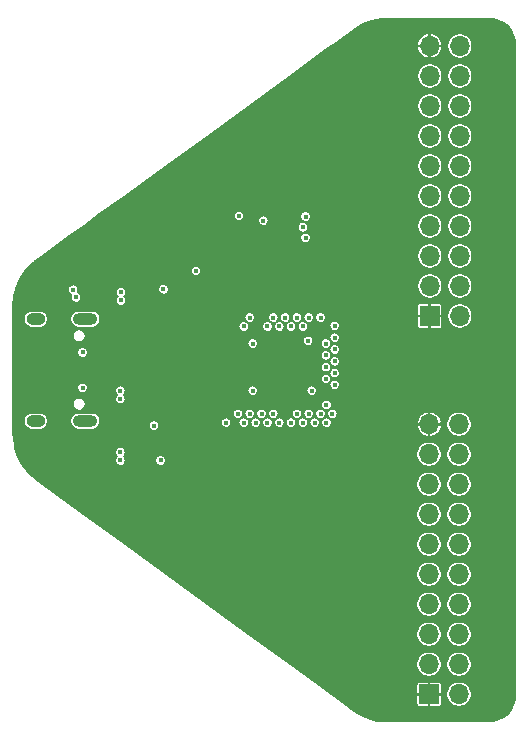
<source format=gbr>
G04 #@! TF.GenerationSoftware,KiCad,Pcbnew,(5.1.6-0-10_14)*
G04 #@! TF.CreationDate,2020-09-25T04:26:35-07:00*
G04 #@! TF.ProjectId,FT2232H_USB-C_to_2x10_1.27_F_RA,46543232-3332-4485-9f55-53422d435f74,rev?*
G04 #@! TF.SameCoordinates,Original*
G04 #@! TF.FileFunction,Copper,L2,Inr*
G04 #@! TF.FilePolarity,Positive*
%FSLAX46Y46*%
G04 Gerber Fmt 4.6, Leading zero omitted, Abs format (unit mm)*
G04 Created by KiCad (PCBNEW (5.1.6-0-10_14)) date 2020-09-25 04:26:35*
%MOMM*%
%LPD*%
G01*
G04 APERTURE LIST*
G04 #@! TA.AperFunction,ViaPad*
%ADD10C,0.800000*%
G04 #@! TD*
G04 #@! TA.AperFunction,ViaPad*
%ADD11C,6.400000*%
G04 #@! TD*
G04 #@! TA.AperFunction,ViaPad*
%ADD12O,1.600000X1.000000*%
G04 #@! TD*
G04 #@! TA.AperFunction,ViaPad*
%ADD13O,2.100000X1.000000*%
G04 #@! TD*
G04 #@! TA.AperFunction,ViaPad*
%ADD14O,1.700000X1.700000*%
G04 #@! TD*
G04 #@! TA.AperFunction,ViaPad*
%ADD15R,1.700000X1.700000*%
G04 #@! TD*
G04 #@! TA.AperFunction,ViaPad*
%ADD16C,0.450000*%
G04 #@! TD*
G04 #@! TA.AperFunction,Conductor*
%ADD17C,0.150000*%
G04 #@! TD*
G04 APERTURE END LIST*
D10*
X161347056Y-77330944D03*
X159650000Y-76628000D03*
X157952944Y-77330944D03*
X157250000Y-79028000D03*
X157952944Y-80725056D03*
X159650000Y-81428000D03*
X161347056Y-80725056D03*
X162050000Y-79028000D03*
D11*
X159650000Y-79028000D03*
D10*
X161347056Y-113330944D03*
X159650000Y-112628000D03*
X157952944Y-113330944D03*
X157250000Y-115028000D03*
X157952944Y-116725056D03*
X159650000Y-117428000D03*
X161347056Y-116725056D03*
X162050000Y-115028000D03*
D11*
X159650000Y-115028000D03*
D12*
X140150000Y-101348000D03*
X140150000Y-92708000D03*
D13*
X144330000Y-92708000D03*
X144330000Y-101348000D03*
D14*
X176034000Y-69582000D03*
X173494000Y-69582000D03*
X176034000Y-72122000D03*
X173494000Y-72122000D03*
X176034000Y-74662000D03*
X173494000Y-74662000D03*
X176034000Y-77202000D03*
X173494000Y-77202000D03*
X176034000Y-79742000D03*
X173494000Y-79742000D03*
X176034000Y-82282000D03*
X173494000Y-82282000D03*
X176034000Y-84822000D03*
X173494000Y-84822000D03*
X176034000Y-87362000D03*
X173494000Y-87362000D03*
X176034000Y-89902000D03*
X173494000Y-89902000D03*
X176034000Y-92442000D03*
D15*
X173494000Y-92442000D03*
D14*
X175984000Y-101614000D03*
X173444000Y-101614000D03*
X175984000Y-104154000D03*
X173444000Y-104154000D03*
X175984000Y-106694000D03*
X173444000Y-106694000D03*
X175984000Y-109234000D03*
X173444000Y-109234000D03*
X175984000Y-111774000D03*
X173444000Y-111774000D03*
X175984000Y-114314000D03*
X173444000Y-114314000D03*
X175984000Y-116854000D03*
X173444000Y-116854000D03*
X175984000Y-119394000D03*
X173444000Y-119394000D03*
X175984000Y-121934000D03*
X173444000Y-121934000D03*
X175984000Y-124474000D03*
D15*
X173444000Y-124474000D03*
D16*
X161750000Y-87328000D03*
X156550000Y-95278000D03*
X150950000Y-98378000D03*
X150950000Y-101378000D03*
X150350000Y-103578000D03*
X150900000Y-94678000D03*
X154950000Y-91828000D03*
X157750000Y-87028000D03*
X157150000Y-86928000D03*
X150350000Y-88678000D03*
X161250000Y-100728000D03*
X156750000Y-103783817D03*
X154100000Y-93278000D03*
X165450000Y-99278000D03*
X164700000Y-93778000D03*
X163750000Y-93328000D03*
X162750000Y-86728000D03*
X156550000Y-99799992D03*
X150000010Y-94828000D03*
X146450000Y-93778000D03*
X146450000Y-100278000D03*
X146200000Y-91878000D03*
X150650006Y-99928000D03*
X150150020Y-98228000D03*
X146200000Y-93078000D03*
X146200000Y-100978000D03*
X151550000Y-88428000D03*
X150700000Y-91678000D03*
X148549996Y-97228000D03*
X156550000Y-98028000D03*
X153700000Y-102878000D03*
X154100000Y-106328000D03*
X158500000Y-98778000D03*
X163500000Y-98778000D03*
X163200000Y-94549998D03*
X158500000Y-94778000D03*
X147300000Y-98778000D03*
X147300000Y-99478000D03*
X147350000Y-91128004D03*
X147350000Y-90428000D03*
X164250000Y-92578000D03*
X153700000Y-88628000D03*
X150950000Y-90178000D03*
X161250000Y-92578000D03*
X165450000Y-96278000D03*
X158750000Y-101478000D03*
X157350000Y-83978000D03*
X164250000Y-100728000D03*
X162983117Y-84028000D03*
X159400004Y-84378000D03*
X147300000Y-103978000D03*
X147300000Y-104678000D03*
X150150000Y-101728000D03*
X150700000Y-104678000D03*
X164750000Y-99978000D03*
X165250000Y-100728000D03*
X164750000Y-101478000D03*
X163750000Y-101478000D03*
X163250000Y-100728002D03*
X162750000Y-101478000D03*
X162250000Y-100728000D03*
X161750000Y-101478000D03*
X160750000Y-101478000D03*
X160250000Y-100728000D03*
X159750000Y-101478000D03*
X159250000Y-100728000D03*
X158250000Y-100728000D03*
X157750000Y-101478000D03*
X157250000Y-100728000D03*
X156250000Y-101478000D03*
X159750000Y-93328000D03*
X160250000Y-92578000D03*
X160750000Y-93328000D03*
X161750000Y-93328000D03*
X162250000Y-92578000D03*
X162750000Y-93328000D03*
X163250000Y-92578000D03*
X165450000Y-93278000D03*
X165450000Y-94278000D03*
X164700000Y-94778000D03*
X165450000Y-95278000D03*
X164700000Y-95778000D03*
X164700000Y-96778000D03*
X165450000Y-97278000D03*
X164700000Y-97778000D03*
X165450000Y-98278000D03*
X158250000Y-92577992D03*
X162983115Y-85828000D03*
X157750000Y-93328000D03*
X162749998Y-84928000D03*
X144100000Y-98527996D03*
X143300000Y-90228000D03*
X144099998Y-95528000D03*
X143550000Y-90878000D03*
D17*
G36*
X178936794Y-67322027D02*
G01*
X179356953Y-67448881D01*
X179744470Y-67654927D01*
X180084585Y-67932319D01*
X180364341Y-68270486D01*
X180573086Y-68656552D01*
X180702871Y-69075820D01*
X180749985Y-69524084D01*
X180750000Y-69528302D01*
X180750001Y-124515761D01*
X180705973Y-124964795D01*
X180579120Y-125384951D01*
X180373073Y-125772470D01*
X180095684Y-126112582D01*
X179757514Y-126392341D01*
X179371448Y-126601086D01*
X178952180Y-126730871D01*
X178503916Y-126777985D01*
X178499698Y-126778000D01*
X169911130Y-126778000D01*
X169059022Y-126701951D01*
X168244630Y-126479159D01*
X167477803Y-126113401D01*
X167103270Y-125867378D01*
X166355605Y-125324000D01*
X172367911Y-125324000D01*
X172372255Y-125368108D01*
X172385121Y-125410521D01*
X172406014Y-125449608D01*
X172434131Y-125483869D01*
X172468392Y-125511986D01*
X172507479Y-125532879D01*
X172549892Y-125545745D01*
X172594000Y-125550089D01*
X173362750Y-125549000D01*
X173419000Y-125492750D01*
X173419000Y-124499000D01*
X173469000Y-124499000D01*
X173469000Y-125492750D01*
X173525250Y-125549000D01*
X174294000Y-125550089D01*
X174338108Y-125545745D01*
X174380521Y-125532879D01*
X174419608Y-125511986D01*
X174453869Y-125483869D01*
X174481986Y-125449608D01*
X174502879Y-125410521D01*
X174515745Y-125368108D01*
X174520089Y-125324000D01*
X174519000Y-124555250D01*
X174462750Y-124499000D01*
X173469000Y-124499000D01*
X173419000Y-124499000D01*
X172425250Y-124499000D01*
X172369000Y-124555250D01*
X172367911Y-125324000D01*
X166355605Y-125324000D01*
X164016475Y-123624000D01*
X172367911Y-123624000D01*
X172369000Y-124392750D01*
X172425250Y-124449000D01*
X173419000Y-124449000D01*
X173419000Y-123455250D01*
X173469000Y-123455250D01*
X173469000Y-124449000D01*
X174462750Y-124449000D01*
X174519000Y-124392750D01*
X174519034Y-124368122D01*
X174909000Y-124368122D01*
X174909000Y-124579878D01*
X174950312Y-124787566D01*
X175031348Y-124983203D01*
X175148993Y-125159272D01*
X175298728Y-125309007D01*
X175474797Y-125426652D01*
X175670434Y-125507688D01*
X175878122Y-125549000D01*
X176089878Y-125549000D01*
X176297566Y-125507688D01*
X176493203Y-125426652D01*
X176669272Y-125309007D01*
X176819007Y-125159272D01*
X176936652Y-124983203D01*
X177017688Y-124787566D01*
X177059000Y-124579878D01*
X177059000Y-124368122D01*
X177017688Y-124160434D01*
X176936652Y-123964797D01*
X176819007Y-123788728D01*
X176669272Y-123638993D01*
X176493203Y-123521348D01*
X176297566Y-123440312D01*
X176089878Y-123399000D01*
X175878122Y-123399000D01*
X175670434Y-123440312D01*
X175474797Y-123521348D01*
X175298728Y-123638993D01*
X175148993Y-123788728D01*
X175031348Y-123964797D01*
X174950312Y-124160434D01*
X174909000Y-124368122D01*
X174519034Y-124368122D01*
X174520089Y-123624000D01*
X174515745Y-123579892D01*
X174502879Y-123537479D01*
X174481986Y-123498392D01*
X174453869Y-123464131D01*
X174419608Y-123436014D01*
X174380521Y-123415121D01*
X174338108Y-123402255D01*
X174294000Y-123397911D01*
X173525250Y-123399000D01*
X173469000Y-123455250D01*
X173419000Y-123455250D01*
X173362750Y-123399000D01*
X172594000Y-123397911D01*
X172549892Y-123402255D01*
X172507479Y-123415121D01*
X172468392Y-123436014D01*
X172434131Y-123464131D01*
X172406014Y-123498392D01*
X172385121Y-123537479D01*
X172372255Y-123579892D01*
X172367911Y-123624000D01*
X164016475Y-123624000D01*
X161545421Y-121828122D01*
X172369000Y-121828122D01*
X172369000Y-122039878D01*
X172410312Y-122247566D01*
X172491348Y-122443203D01*
X172608993Y-122619272D01*
X172758728Y-122769007D01*
X172934797Y-122886652D01*
X173130434Y-122967688D01*
X173338122Y-123009000D01*
X173549878Y-123009000D01*
X173757566Y-122967688D01*
X173953203Y-122886652D01*
X174129272Y-122769007D01*
X174279007Y-122619272D01*
X174396652Y-122443203D01*
X174477688Y-122247566D01*
X174519000Y-122039878D01*
X174519000Y-121828122D01*
X174909000Y-121828122D01*
X174909000Y-122039878D01*
X174950312Y-122247566D01*
X175031348Y-122443203D01*
X175148993Y-122619272D01*
X175298728Y-122769007D01*
X175474797Y-122886652D01*
X175670434Y-122967688D01*
X175878122Y-123009000D01*
X176089878Y-123009000D01*
X176297566Y-122967688D01*
X176493203Y-122886652D01*
X176669272Y-122769007D01*
X176819007Y-122619272D01*
X176936652Y-122443203D01*
X177017688Y-122247566D01*
X177059000Y-122039878D01*
X177059000Y-121828122D01*
X177017688Y-121620434D01*
X176936652Y-121424797D01*
X176819007Y-121248728D01*
X176669272Y-121098993D01*
X176493203Y-120981348D01*
X176297566Y-120900312D01*
X176089878Y-120859000D01*
X175878122Y-120859000D01*
X175670434Y-120900312D01*
X175474797Y-120981348D01*
X175298728Y-121098993D01*
X175148993Y-121248728D01*
X175031348Y-121424797D01*
X174950312Y-121620434D01*
X174909000Y-121828122D01*
X174519000Y-121828122D01*
X174477688Y-121620434D01*
X174396652Y-121424797D01*
X174279007Y-121248728D01*
X174129272Y-121098993D01*
X173953203Y-120981348D01*
X173757566Y-120900312D01*
X173549878Y-120859000D01*
X173338122Y-120859000D01*
X173130434Y-120900312D01*
X172934797Y-120981348D01*
X172758728Y-121098993D01*
X172608993Y-121248728D01*
X172491348Y-121424797D01*
X172410312Y-121620434D01*
X172369000Y-121828122D01*
X161545421Y-121828122D01*
X158050485Y-119288122D01*
X172369000Y-119288122D01*
X172369000Y-119499878D01*
X172410312Y-119707566D01*
X172491348Y-119903203D01*
X172608993Y-120079272D01*
X172758728Y-120229007D01*
X172934797Y-120346652D01*
X173130434Y-120427688D01*
X173338122Y-120469000D01*
X173549878Y-120469000D01*
X173757566Y-120427688D01*
X173953203Y-120346652D01*
X174129272Y-120229007D01*
X174279007Y-120079272D01*
X174396652Y-119903203D01*
X174477688Y-119707566D01*
X174519000Y-119499878D01*
X174519000Y-119288122D01*
X174909000Y-119288122D01*
X174909000Y-119499878D01*
X174950312Y-119707566D01*
X175031348Y-119903203D01*
X175148993Y-120079272D01*
X175298728Y-120229007D01*
X175474797Y-120346652D01*
X175670434Y-120427688D01*
X175878122Y-120469000D01*
X176089878Y-120469000D01*
X176297566Y-120427688D01*
X176493203Y-120346652D01*
X176669272Y-120229007D01*
X176819007Y-120079272D01*
X176936652Y-119903203D01*
X177017688Y-119707566D01*
X177059000Y-119499878D01*
X177059000Y-119288122D01*
X177017688Y-119080434D01*
X176936652Y-118884797D01*
X176819007Y-118708728D01*
X176669272Y-118558993D01*
X176493203Y-118441348D01*
X176297566Y-118360312D01*
X176089878Y-118319000D01*
X175878122Y-118319000D01*
X175670434Y-118360312D01*
X175474797Y-118441348D01*
X175298728Y-118558993D01*
X175148993Y-118708728D01*
X175031348Y-118884797D01*
X174950312Y-119080434D01*
X174909000Y-119288122D01*
X174519000Y-119288122D01*
X174477688Y-119080434D01*
X174396652Y-118884797D01*
X174279007Y-118708728D01*
X174129272Y-118558993D01*
X173953203Y-118441348D01*
X173757566Y-118360312D01*
X173549878Y-118319000D01*
X173338122Y-118319000D01*
X173130434Y-118360312D01*
X172934797Y-118441348D01*
X172758728Y-118558993D01*
X172608993Y-118708728D01*
X172491348Y-118884797D01*
X172410312Y-119080434D01*
X172369000Y-119288122D01*
X158050485Y-119288122D01*
X154555549Y-116748122D01*
X172369000Y-116748122D01*
X172369000Y-116959878D01*
X172410312Y-117167566D01*
X172491348Y-117363203D01*
X172608993Y-117539272D01*
X172758728Y-117689007D01*
X172934797Y-117806652D01*
X173130434Y-117887688D01*
X173338122Y-117929000D01*
X173549878Y-117929000D01*
X173757566Y-117887688D01*
X173953203Y-117806652D01*
X174129272Y-117689007D01*
X174279007Y-117539272D01*
X174396652Y-117363203D01*
X174477688Y-117167566D01*
X174519000Y-116959878D01*
X174519000Y-116748122D01*
X174909000Y-116748122D01*
X174909000Y-116959878D01*
X174950312Y-117167566D01*
X175031348Y-117363203D01*
X175148993Y-117539272D01*
X175298728Y-117689007D01*
X175474797Y-117806652D01*
X175670434Y-117887688D01*
X175878122Y-117929000D01*
X176089878Y-117929000D01*
X176297566Y-117887688D01*
X176493203Y-117806652D01*
X176669272Y-117689007D01*
X176819007Y-117539272D01*
X176936652Y-117363203D01*
X177017688Y-117167566D01*
X177059000Y-116959878D01*
X177059000Y-116748122D01*
X177017688Y-116540434D01*
X176936652Y-116344797D01*
X176819007Y-116168728D01*
X176669272Y-116018993D01*
X176493203Y-115901348D01*
X176297566Y-115820312D01*
X176089878Y-115779000D01*
X175878122Y-115779000D01*
X175670434Y-115820312D01*
X175474797Y-115901348D01*
X175298728Y-116018993D01*
X175148993Y-116168728D01*
X175031348Y-116344797D01*
X174950312Y-116540434D01*
X174909000Y-116748122D01*
X174519000Y-116748122D01*
X174477688Y-116540434D01*
X174396652Y-116344797D01*
X174279007Y-116168728D01*
X174129272Y-116018993D01*
X173953203Y-115901348D01*
X173757566Y-115820312D01*
X173549878Y-115779000D01*
X173338122Y-115779000D01*
X173130434Y-115820312D01*
X172934797Y-115901348D01*
X172758728Y-116018993D01*
X172608993Y-116168728D01*
X172491348Y-116344797D01*
X172410312Y-116540434D01*
X172369000Y-116748122D01*
X154555549Y-116748122D01*
X151060613Y-114208122D01*
X172369000Y-114208122D01*
X172369000Y-114419878D01*
X172410312Y-114627566D01*
X172491348Y-114823203D01*
X172608993Y-114999272D01*
X172758728Y-115149007D01*
X172934797Y-115266652D01*
X173130434Y-115347688D01*
X173338122Y-115389000D01*
X173549878Y-115389000D01*
X173757566Y-115347688D01*
X173953203Y-115266652D01*
X174129272Y-115149007D01*
X174279007Y-114999272D01*
X174396652Y-114823203D01*
X174477688Y-114627566D01*
X174519000Y-114419878D01*
X174519000Y-114208122D01*
X174909000Y-114208122D01*
X174909000Y-114419878D01*
X174950312Y-114627566D01*
X175031348Y-114823203D01*
X175148993Y-114999272D01*
X175298728Y-115149007D01*
X175474797Y-115266652D01*
X175670434Y-115347688D01*
X175878122Y-115389000D01*
X176089878Y-115389000D01*
X176297566Y-115347688D01*
X176493203Y-115266652D01*
X176669272Y-115149007D01*
X176819007Y-114999272D01*
X176936652Y-114823203D01*
X177017688Y-114627566D01*
X177059000Y-114419878D01*
X177059000Y-114208122D01*
X177017688Y-114000434D01*
X176936652Y-113804797D01*
X176819007Y-113628728D01*
X176669272Y-113478993D01*
X176493203Y-113361348D01*
X176297566Y-113280312D01*
X176089878Y-113239000D01*
X175878122Y-113239000D01*
X175670434Y-113280312D01*
X175474797Y-113361348D01*
X175298728Y-113478993D01*
X175148993Y-113628728D01*
X175031348Y-113804797D01*
X174950312Y-114000434D01*
X174909000Y-114208122D01*
X174519000Y-114208122D01*
X174477688Y-114000434D01*
X174396652Y-113804797D01*
X174279007Y-113628728D01*
X174129272Y-113478993D01*
X173953203Y-113361348D01*
X173757566Y-113280312D01*
X173549878Y-113239000D01*
X173338122Y-113239000D01*
X173130434Y-113280312D01*
X172934797Y-113361348D01*
X172758728Y-113478993D01*
X172608993Y-113628728D01*
X172491348Y-113804797D01*
X172410312Y-114000434D01*
X172369000Y-114208122D01*
X151060613Y-114208122D01*
X147565677Y-111668122D01*
X172369000Y-111668122D01*
X172369000Y-111879878D01*
X172410312Y-112087566D01*
X172491348Y-112283203D01*
X172608993Y-112459272D01*
X172758728Y-112609007D01*
X172934797Y-112726652D01*
X173130434Y-112807688D01*
X173338122Y-112849000D01*
X173549878Y-112849000D01*
X173757566Y-112807688D01*
X173953203Y-112726652D01*
X174129272Y-112609007D01*
X174279007Y-112459272D01*
X174396652Y-112283203D01*
X174477688Y-112087566D01*
X174519000Y-111879878D01*
X174519000Y-111668122D01*
X174909000Y-111668122D01*
X174909000Y-111879878D01*
X174950312Y-112087566D01*
X175031348Y-112283203D01*
X175148993Y-112459272D01*
X175298728Y-112609007D01*
X175474797Y-112726652D01*
X175670434Y-112807688D01*
X175878122Y-112849000D01*
X176089878Y-112849000D01*
X176297566Y-112807688D01*
X176493203Y-112726652D01*
X176669272Y-112609007D01*
X176819007Y-112459272D01*
X176936652Y-112283203D01*
X177017688Y-112087566D01*
X177059000Y-111879878D01*
X177059000Y-111668122D01*
X177017688Y-111460434D01*
X176936652Y-111264797D01*
X176819007Y-111088728D01*
X176669272Y-110938993D01*
X176493203Y-110821348D01*
X176297566Y-110740312D01*
X176089878Y-110699000D01*
X175878122Y-110699000D01*
X175670434Y-110740312D01*
X175474797Y-110821348D01*
X175298728Y-110938993D01*
X175148993Y-111088728D01*
X175031348Y-111264797D01*
X174950312Y-111460434D01*
X174909000Y-111668122D01*
X174519000Y-111668122D01*
X174477688Y-111460434D01*
X174396652Y-111264797D01*
X174279007Y-111088728D01*
X174129272Y-110938993D01*
X173953203Y-110821348D01*
X173757566Y-110740312D01*
X173549878Y-110699000D01*
X173338122Y-110699000D01*
X173130434Y-110740312D01*
X172934797Y-110821348D01*
X172758728Y-110938993D01*
X172608993Y-111088728D01*
X172491348Y-111264797D01*
X172410312Y-111460434D01*
X172369000Y-111668122D01*
X147565677Y-111668122D01*
X144070740Y-109128122D01*
X172369000Y-109128122D01*
X172369000Y-109339878D01*
X172410312Y-109547566D01*
X172491348Y-109743203D01*
X172608993Y-109919272D01*
X172758728Y-110069007D01*
X172934797Y-110186652D01*
X173130434Y-110267688D01*
X173338122Y-110309000D01*
X173549878Y-110309000D01*
X173757566Y-110267688D01*
X173953203Y-110186652D01*
X174129272Y-110069007D01*
X174279007Y-109919272D01*
X174396652Y-109743203D01*
X174477688Y-109547566D01*
X174519000Y-109339878D01*
X174519000Y-109128122D01*
X174909000Y-109128122D01*
X174909000Y-109339878D01*
X174950312Y-109547566D01*
X175031348Y-109743203D01*
X175148993Y-109919272D01*
X175298728Y-110069007D01*
X175474797Y-110186652D01*
X175670434Y-110267688D01*
X175878122Y-110309000D01*
X176089878Y-110309000D01*
X176297566Y-110267688D01*
X176493203Y-110186652D01*
X176669272Y-110069007D01*
X176819007Y-109919272D01*
X176936652Y-109743203D01*
X177017688Y-109547566D01*
X177059000Y-109339878D01*
X177059000Y-109128122D01*
X177017688Y-108920434D01*
X176936652Y-108724797D01*
X176819007Y-108548728D01*
X176669272Y-108398993D01*
X176493203Y-108281348D01*
X176297566Y-108200312D01*
X176089878Y-108159000D01*
X175878122Y-108159000D01*
X175670434Y-108200312D01*
X175474797Y-108281348D01*
X175298728Y-108398993D01*
X175148993Y-108548728D01*
X175031348Y-108724797D01*
X174950312Y-108920434D01*
X174909000Y-109128122D01*
X174519000Y-109128122D01*
X174477688Y-108920434D01*
X174396652Y-108724797D01*
X174279007Y-108548728D01*
X174129272Y-108398993D01*
X173953203Y-108281348D01*
X173757566Y-108200312D01*
X173549878Y-108159000D01*
X173338122Y-108159000D01*
X173130434Y-108200312D01*
X172934797Y-108281348D01*
X172758728Y-108398993D01*
X172608993Y-108548728D01*
X172491348Y-108724797D01*
X172410312Y-108920434D01*
X172369000Y-109128122D01*
X144070740Y-109128122D01*
X140575803Y-106588122D01*
X172369000Y-106588122D01*
X172369000Y-106799878D01*
X172410312Y-107007566D01*
X172491348Y-107203203D01*
X172608993Y-107379272D01*
X172758728Y-107529007D01*
X172934797Y-107646652D01*
X173130434Y-107727688D01*
X173338122Y-107769000D01*
X173549878Y-107769000D01*
X173757566Y-107727688D01*
X173953203Y-107646652D01*
X174129272Y-107529007D01*
X174279007Y-107379272D01*
X174396652Y-107203203D01*
X174477688Y-107007566D01*
X174519000Y-106799878D01*
X174519000Y-106588122D01*
X174909000Y-106588122D01*
X174909000Y-106799878D01*
X174950312Y-107007566D01*
X175031348Y-107203203D01*
X175148993Y-107379272D01*
X175298728Y-107529007D01*
X175474797Y-107646652D01*
X175670434Y-107727688D01*
X175878122Y-107769000D01*
X176089878Y-107769000D01*
X176297566Y-107727688D01*
X176493203Y-107646652D01*
X176669272Y-107529007D01*
X176819007Y-107379272D01*
X176936652Y-107203203D01*
X177017688Y-107007566D01*
X177059000Y-106799878D01*
X177059000Y-106588122D01*
X177017688Y-106380434D01*
X176936652Y-106184797D01*
X176819007Y-106008728D01*
X176669272Y-105858993D01*
X176493203Y-105741348D01*
X176297566Y-105660312D01*
X176089878Y-105619000D01*
X175878122Y-105619000D01*
X175670434Y-105660312D01*
X175474797Y-105741348D01*
X175298728Y-105858993D01*
X175148993Y-106008728D01*
X175031348Y-106184797D01*
X174950312Y-106380434D01*
X174909000Y-106588122D01*
X174519000Y-106588122D01*
X174477688Y-106380434D01*
X174396652Y-106184797D01*
X174279007Y-106008728D01*
X174129272Y-105858993D01*
X173953203Y-105741348D01*
X173757566Y-105660312D01*
X173549878Y-105619000D01*
X173338122Y-105619000D01*
X173130434Y-105660312D01*
X172934797Y-105741348D01*
X172758728Y-105858993D01*
X172608993Y-106008728D01*
X172491348Y-106184797D01*
X172410312Y-106380434D01*
X172369000Y-106588122D01*
X140575803Y-106588122D01*
X140217047Y-106327391D01*
X139572358Y-105764993D01*
X139044450Y-105106057D01*
X138641577Y-104364057D01*
X138499243Y-103933679D01*
X146850000Y-103933679D01*
X146850000Y-104022321D01*
X146867294Y-104109260D01*
X146901215Y-104191155D01*
X146950462Y-104264858D01*
X147013142Y-104327538D01*
X147013833Y-104328000D01*
X147013142Y-104328462D01*
X146950462Y-104391142D01*
X146901215Y-104464845D01*
X146867294Y-104546740D01*
X146850000Y-104633679D01*
X146850000Y-104722321D01*
X146867294Y-104809260D01*
X146901215Y-104891155D01*
X146950462Y-104964858D01*
X147013142Y-105027538D01*
X147086845Y-105076785D01*
X147168740Y-105110706D01*
X147255679Y-105128000D01*
X147344321Y-105128000D01*
X147431260Y-105110706D01*
X147513155Y-105076785D01*
X147586858Y-105027538D01*
X147649538Y-104964858D01*
X147698785Y-104891155D01*
X147732706Y-104809260D01*
X147750000Y-104722321D01*
X147750000Y-104633679D01*
X150250000Y-104633679D01*
X150250000Y-104722321D01*
X150267294Y-104809260D01*
X150301215Y-104891155D01*
X150350462Y-104964858D01*
X150413142Y-105027538D01*
X150486845Y-105076785D01*
X150568740Y-105110706D01*
X150655679Y-105128000D01*
X150744321Y-105128000D01*
X150831260Y-105110706D01*
X150913155Y-105076785D01*
X150986858Y-105027538D01*
X151049538Y-104964858D01*
X151098785Y-104891155D01*
X151132706Y-104809260D01*
X151150000Y-104722321D01*
X151150000Y-104633679D01*
X151132706Y-104546740D01*
X151098785Y-104464845D01*
X151049538Y-104391142D01*
X150986858Y-104328462D01*
X150913155Y-104279215D01*
X150831260Y-104245294D01*
X150744321Y-104228000D01*
X150655679Y-104228000D01*
X150568740Y-104245294D01*
X150486845Y-104279215D01*
X150413142Y-104328462D01*
X150350462Y-104391142D01*
X150301215Y-104464845D01*
X150267294Y-104546740D01*
X150250000Y-104633679D01*
X147750000Y-104633679D01*
X147732706Y-104546740D01*
X147698785Y-104464845D01*
X147649538Y-104391142D01*
X147586858Y-104328462D01*
X147586167Y-104328000D01*
X147586858Y-104327538D01*
X147649538Y-104264858D01*
X147698785Y-104191155D01*
X147732706Y-104109260D01*
X147744867Y-104048122D01*
X172369000Y-104048122D01*
X172369000Y-104259878D01*
X172410312Y-104467566D01*
X172491348Y-104663203D01*
X172608993Y-104839272D01*
X172758728Y-104989007D01*
X172934797Y-105106652D01*
X173130434Y-105187688D01*
X173338122Y-105229000D01*
X173549878Y-105229000D01*
X173757566Y-105187688D01*
X173953203Y-105106652D01*
X174129272Y-104989007D01*
X174279007Y-104839272D01*
X174396652Y-104663203D01*
X174477688Y-104467566D01*
X174519000Y-104259878D01*
X174519000Y-104048122D01*
X174909000Y-104048122D01*
X174909000Y-104259878D01*
X174950312Y-104467566D01*
X175031348Y-104663203D01*
X175148993Y-104839272D01*
X175298728Y-104989007D01*
X175474797Y-105106652D01*
X175670434Y-105187688D01*
X175878122Y-105229000D01*
X176089878Y-105229000D01*
X176297566Y-105187688D01*
X176493203Y-105106652D01*
X176669272Y-104989007D01*
X176819007Y-104839272D01*
X176936652Y-104663203D01*
X177017688Y-104467566D01*
X177059000Y-104259878D01*
X177059000Y-104048122D01*
X177017688Y-103840434D01*
X176936652Y-103644797D01*
X176819007Y-103468728D01*
X176669272Y-103318993D01*
X176493203Y-103201348D01*
X176297566Y-103120312D01*
X176089878Y-103079000D01*
X175878122Y-103079000D01*
X175670434Y-103120312D01*
X175474797Y-103201348D01*
X175298728Y-103318993D01*
X175148993Y-103468728D01*
X175031348Y-103644797D01*
X174950312Y-103840434D01*
X174909000Y-104048122D01*
X174519000Y-104048122D01*
X174477688Y-103840434D01*
X174396652Y-103644797D01*
X174279007Y-103468728D01*
X174129272Y-103318993D01*
X173953203Y-103201348D01*
X173757566Y-103120312D01*
X173549878Y-103079000D01*
X173338122Y-103079000D01*
X173130434Y-103120312D01*
X172934797Y-103201348D01*
X172758728Y-103318993D01*
X172608993Y-103468728D01*
X172491348Y-103644797D01*
X172410312Y-103840434D01*
X172369000Y-104048122D01*
X147744867Y-104048122D01*
X147750000Y-104022321D01*
X147750000Y-103933679D01*
X147732706Y-103846740D01*
X147698785Y-103764845D01*
X147649538Y-103691142D01*
X147586858Y-103628462D01*
X147513155Y-103579215D01*
X147431260Y-103545294D01*
X147344321Y-103528000D01*
X147255679Y-103528000D01*
X147168740Y-103545294D01*
X147086845Y-103579215D01*
X147013142Y-103628462D01*
X146950462Y-103691142D01*
X146901215Y-103764845D01*
X146867294Y-103846740D01*
X146850000Y-103933679D01*
X138499243Y-103933679D01*
X138376468Y-103562443D01*
X138256389Y-102718721D01*
X138250000Y-102474740D01*
X138250000Y-101348000D01*
X139121493Y-101348000D01*
X139135491Y-101490125D01*
X139176947Y-101626788D01*
X139244269Y-101752737D01*
X139334868Y-101863132D01*
X139445263Y-101953731D01*
X139571212Y-102021053D01*
X139707875Y-102062509D01*
X139814393Y-102073000D01*
X140485607Y-102073000D01*
X140592125Y-102062509D01*
X140728788Y-102021053D01*
X140854737Y-101953731D01*
X140965132Y-101863132D01*
X141055731Y-101752737D01*
X141123053Y-101626788D01*
X141164509Y-101490125D01*
X141178507Y-101348000D01*
X143051493Y-101348000D01*
X143065491Y-101490125D01*
X143106947Y-101626788D01*
X143174269Y-101752737D01*
X143264868Y-101863132D01*
X143375263Y-101953731D01*
X143501212Y-102021053D01*
X143637875Y-102062509D01*
X143744393Y-102073000D01*
X144915607Y-102073000D01*
X145022125Y-102062509D01*
X145158788Y-102021053D01*
X145284737Y-101953731D01*
X145395132Y-101863132D01*
X145485731Y-101752737D01*
X145522643Y-101683679D01*
X149700000Y-101683679D01*
X149700000Y-101772321D01*
X149717294Y-101859260D01*
X149751215Y-101941155D01*
X149800462Y-102014858D01*
X149863142Y-102077538D01*
X149936845Y-102126785D01*
X150018740Y-102160706D01*
X150105679Y-102178000D01*
X150194321Y-102178000D01*
X150281260Y-102160706D01*
X150363155Y-102126785D01*
X150436858Y-102077538D01*
X150499538Y-102014858D01*
X150548785Y-101941155D01*
X150582706Y-101859260D01*
X150600000Y-101772321D01*
X150600000Y-101683679D01*
X150582706Y-101596740D01*
X150548785Y-101514845D01*
X150499538Y-101441142D01*
X150492075Y-101433679D01*
X155800000Y-101433679D01*
X155800000Y-101522321D01*
X155817294Y-101609260D01*
X155851215Y-101691155D01*
X155900462Y-101764858D01*
X155963142Y-101827538D01*
X156036845Y-101876785D01*
X156118740Y-101910706D01*
X156205679Y-101928000D01*
X156294321Y-101928000D01*
X156381260Y-101910706D01*
X156463155Y-101876785D01*
X156536858Y-101827538D01*
X156599538Y-101764858D01*
X156648785Y-101691155D01*
X156682706Y-101609260D01*
X156700000Y-101522321D01*
X156700000Y-101433679D01*
X157300000Y-101433679D01*
X157300000Y-101522321D01*
X157317294Y-101609260D01*
X157351215Y-101691155D01*
X157400462Y-101764858D01*
X157463142Y-101827538D01*
X157536845Y-101876785D01*
X157618740Y-101910706D01*
X157705679Y-101928000D01*
X157794321Y-101928000D01*
X157881260Y-101910706D01*
X157963155Y-101876785D01*
X158036858Y-101827538D01*
X158099538Y-101764858D01*
X158148785Y-101691155D01*
X158182706Y-101609260D01*
X158200000Y-101522321D01*
X158200000Y-101433679D01*
X158300000Y-101433679D01*
X158300000Y-101522321D01*
X158317294Y-101609260D01*
X158351215Y-101691155D01*
X158400462Y-101764858D01*
X158463142Y-101827538D01*
X158536845Y-101876785D01*
X158618740Y-101910706D01*
X158705679Y-101928000D01*
X158794321Y-101928000D01*
X158881260Y-101910706D01*
X158963155Y-101876785D01*
X159036858Y-101827538D01*
X159099538Y-101764858D01*
X159148785Y-101691155D01*
X159182706Y-101609260D01*
X159200000Y-101522321D01*
X159200000Y-101433679D01*
X159300000Y-101433679D01*
X159300000Y-101522321D01*
X159317294Y-101609260D01*
X159351215Y-101691155D01*
X159400462Y-101764858D01*
X159463142Y-101827538D01*
X159536845Y-101876785D01*
X159618740Y-101910706D01*
X159705679Y-101928000D01*
X159794321Y-101928000D01*
X159881260Y-101910706D01*
X159963155Y-101876785D01*
X160036858Y-101827538D01*
X160099538Y-101764858D01*
X160148785Y-101691155D01*
X160182706Y-101609260D01*
X160200000Y-101522321D01*
X160200000Y-101433679D01*
X160300000Y-101433679D01*
X160300000Y-101522321D01*
X160317294Y-101609260D01*
X160351215Y-101691155D01*
X160400462Y-101764858D01*
X160463142Y-101827538D01*
X160536845Y-101876785D01*
X160618740Y-101910706D01*
X160705679Y-101928000D01*
X160794321Y-101928000D01*
X160881260Y-101910706D01*
X160963155Y-101876785D01*
X161036858Y-101827538D01*
X161099538Y-101764858D01*
X161148785Y-101691155D01*
X161182706Y-101609260D01*
X161200000Y-101522321D01*
X161200000Y-101433679D01*
X161300000Y-101433679D01*
X161300000Y-101522321D01*
X161317294Y-101609260D01*
X161351215Y-101691155D01*
X161400462Y-101764858D01*
X161463142Y-101827538D01*
X161536845Y-101876785D01*
X161618740Y-101910706D01*
X161705679Y-101928000D01*
X161794321Y-101928000D01*
X161881260Y-101910706D01*
X161963155Y-101876785D01*
X162036858Y-101827538D01*
X162099538Y-101764858D01*
X162148785Y-101691155D01*
X162182706Y-101609260D01*
X162200000Y-101522321D01*
X162200000Y-101433679D01*
X162300000Y-101433679D01*
X162300000Y-101522321D01*
X162317294Y-101609260D01*
X162351215Y-101691155D01*
X162400462Y-101764858D01*
X162463142Y-101827538D01*
X162536845Y-101876785D01*
X162618740Y-101910706D01*
X162705679Y-101928000D01*
X162794321Y-101928000D01*
X162881260Y-101910706D01*
X162963155Y-101876785D01*
X163036858Y-101827538D01*
X163099538Y-101764858D01*
X163148785Y-101691155D01*
X163182706Y-101609260D01*
X163200000Y-101522321D01*
X163200000Y-101433679D01*
X163300000Y-101433679D01*
X163300000Y-101522321D01*
X163317294Y-101609260D01*
X163351215Y-101691155D01*
X163400462Y-101764858D01*
X163463142Y-101827538D01*
X163536845Y-101876785D01*
X163618740Y-101910706D01*
X163705679Y-101928000D01*
X163794321Y-101928000D01*
X163881260Y-101910706D01*
X163963155Y-101876785D01*
X164036858Y-101827538D01*
X164099538Y-101764858D01*
X164148785Y-101691155D01*
X164182706Y-101609260D01*
X164200000Y-101522321D01*
X164200000Y-101433679D01*
X164300000Y-101433679D01*
X164300000Y-101522321D01*
X164317294Y-101609260D01*
X164351215Y-101691155D01*
X164400462Y-101764858D01*
X164463142Y-101827538D01*
X164536845Y-101876785D01*
X164618740Y-101910706D01*
X164705679Y-101928000D01*
X164794321Y-101928000D01*
X164881260Y-101910706D01*
X164963155Y-101876785D01*
X165036858Y-101827538D01*
X165057582Y-101806814D01*
X172386433Y-101806814D01*
X172393146Y-101840577D01*
X172457541Y-102041235D01*
X172559845Y-102225474D01*
X172696127Y-102386215D01*
X172861149Y-102517280D01*
X173048569Y-102613632D01*
X173251186Y-102671569D01*
X173419000Y-102632461D01*
X173419000Y-101639000D01*
X173469000Y-101639000D01*
X173469000Y-102632461D01*
X173636814Y-102671569D01*
X173839431Y-102613632D01*
X174026851Y-102517280D01*
X174191873Y-102386215D01*
X174328155Y-102225474D01*
X174430459Y-102041235D01*
X174494854Y-101840577D01*
X174501567Y-101806814D01*
X174462443Y-101639000D01*
X173469000Y-101639000D01*
X173419000Y-101639000D01*
X172425557Y-101639000D01*
X172386433Y-101806814D01*
X165057582Y-101806814D01*
X165099538Y-101764858D01*
X165148785Y-101691155D01*
X165182706Y-101609260D01*
X165200000Y-101522321D01*
X165200000Y-101433679D01*
X165197515Y-101421186D01*
X172386433Y-101421186D01*
X172425557Y-101589000D01*
X173419000Y-101589000D01*
X173419000Y-100595539D01*
X173469000Y-100595539D01*
X173469000Y-101589000D01*
X174462443Y-101589000D01*
X174481298Y-101508122D01*
X174909000Y-101508122D01*
X174909000Y-101719878D01*
X174950312Y-101927566D01*
X175031348Y-102123203D01*
X175148993Y-102299272D01*
X175298728Y-102449007D01*
X175474797Y-102566652D01*
X175670434Y-102647688D01*
X175878122Y-102689000D01*
X176089878Y-102689000D01*
X176297566Y-102647688D01*
X176493203Y-102566652D01*
X176669272Y-102449007D01*
X176819007Y-102299272D01*
X176936652Y-102123203D01*
X177017688Y-101927566D01*
X177059000Y-101719878D01*
X177059000Y-101508122D01*
X177017688Y-101300434D01*
X176936652Y-101104797D01*
X176819007Y-100928728D01*
X176669272Y-100778993D01*
X176493203Y-100661348D01*
X176297566Y-100580312D01*
X176089878Y-100539000D01*
X175878122Y-100539000D01*
X175670434Y-100580312D01*
X175474797Y-100661348D01*
X175298728Y-100778993D01*
X175148993Y-100928728D01*
X175031348Y-101104797D01*
X174950312Y-101300434D01*
X174909000Y-101508122D01*
X174481298Y-101508122D01*
X174501567Y-101421186D01*
X174494854Y-101387423D01*
X174430459Y-101186765D01*
X174328155Y-101002526D01*
X174191873Y-100841785D01*
X174026851Y-100710720D01*
X173839431Y-100614368D01*
X173636814Y-100556431D01*
X173469000Y-100595539D01*
X173419000Y-100595539D01*
X173251186Y-100556431D01*
X173048569Y-100614368D01*
X172861149Y-100710720D01*
X172696127Y-100841785D01*
X172559845Y-101002526D01*
X172457541Y-101186765D01*
X172393146Y-101387423D01*
X172386433Y-101421186D01*
X165197515Y-101421186D01*
X165182706Y-101346740D01*
X165148785Y-101264845D01*
X165099538Y-101191142D01*
X165036858Y-101128462D01*
X164963155Y-101079215D01*
X164881260Y-101045294D01*
X164794321Y-101028000D01*
X164705679Y-101028000D01*
X164618740Y-101045294D01*
X164536845Y-101079215D01*
X164463142Y-101128462D01*
X164400462Y-101191142D01*
X164351215Y-101264845D01*
X164317294Y-101346740D01*
X164300000Y-101433679D01*
X164200000Y-101433679D01*
X164182706Y-101346740D01*
X164148785Y-101264845D01*
X164099538Y-101191142D01*
X164036858Y-101128462D01*
X163963155Y-101079215D01*
X163881260Y-101045294D01*
X163794321Y-101028000D01*
X163705679Y-101028000D01*
X163618740Y-101045294D01*
X163536845Y-101079215D01*
X163463142Y-101128462D01*
X163400462Y-101191142D01*
X163351215Y-101264845D01*
X163317294Y-101346740D01*
X163300000Y-101433679D01*
X163200000Y-101433679D01*
X163182706Y-101346740D01*
X163148785Y-101264845D01*
X163099538Y-101191142D01*
X163036858Y-101128462D01*
X162963155Y-101079215D01*
X162881260Y-101045294D01*
X162794321Y-101028000D01*
X162705679Y-101028000D01*
X162618740Y-101045294D01*
X162536845Y-101079215D01*
X162463142Y-101128462D01*
X162400462Y-101191142D01*
X162351215Y-101264845D01*
X162317294Y-101346740D01*
X162300000Y-101433679D01*
X162200000Y-101433679D01*
X162182706Y-101346740D01*
X162148785Y-101264845D01*
X162099538Y-101191142D01*
X162036858Y-101128462D01*
X161963155Y-101079215D01*
X161881260Y-101045294D01*
X161794321Y-101028000D01*
X161705679Y-101028000D01*
X161618740Y-101045294D01*
X161536845Y-101079215D01*
X161463142Y-101128462D01*
X161400462Y-101191142D01*
X161351215Y-101264845D01*
X161317294Y-101346740D01*
X161300000Y-101433679D01*
X161200000Y-101433679D01*
X161182706Y-101346740D01*
X161148785Y-101264845D01*
X161099538Y-101191142D01*
X161036858Y-101128462D01*
X160963155Y-101079215D01*
X160881260Y-101045294D01*
X160794321Y-101028000D01*
X160705679Y-101028000D01*
X160618740Y-101045294D01*
X160536845Y-101079215D01*
X160463142Y-101128462D01*
X160400462Y-101191142D01*
X160351215Y-101264845D01*
X160317294Y-101346740D01*
X160300000Y-101433679D01*
X160200000Y-101433679D01*
X160182706Y-101346740D01*
X160148785Y-101264845D01*
X160099538Y-101191142D01*
X160036858Y-101128462D01*
X159963155Y-101079215D01*
X159881260Y-101045294D01*
X159794321Y-101028000D01*
X159705679Y-101028000D01*
X159618740Y-101045294D01*
X159536845Y-101079215D01*
X159463142Y-101128462D01*
X159400462Y-101191142D01*
X159351215Y-101264845D01*
X159317294Y-101346740D01*
X159300000Y-101433679D01*
X159200000Y-101433679D01*
X159182706Y-101346740D01*
X159148785Y-101264845D01*
X159099538Y-101191142D01*
X159036858Y-101128462D01*
X158963155Y-101079215D01*
X158881260Y-101045294D01*
X158794321Y-101028000D01*
X158705679Y-101028000D01*
X158618740Y-101045294D01*
X158536845Y-101079215D01*
X158463142Y-101128462D01*
X158400462Y-101191142D01*
X158351215Y-101264845D01*
X158317294Y-101346740D01*
X158300000Y-101433679D01*
X158200000Y-101433679D01*
X158182706Y-101346740D01*
X158148785Y-101264845D01*
X158099538Y-101191142D01*
X158036858Y-101128462D01*
X157963155Y-101079215D01*
X157881260Y-101045294D01*
X157794321Y-101028000D01*
X157705679Y-101028000D01*
X157618740Y-101045294D01*
X157536845Y-101079215D01*
X157463142Y-101128462D01*
X157400462Y-101191142D01*
X157351215Y-101264845D01*
X157317294Y-101346740D01*
X157300000Y-101433679D01*
X156700000Y-101433679D01*
X156682706Y-101346740D01*
X156648785Y-101264845D01*
X156599538Y-101191142D01*
X156536858Y-101128462D01*
X156463155Y-101079215D01*
X156381260Y-101045294D01*
X156294321Y-101028000D01*
X156205679Y-101028000D01*
X156118740Y-101045294D01*
X156036845Y-101079215D01*
X155963142Y-101128462D01*
X155900462Y-101191142D01*
X155851215Y-101264845D01*
X155817294Y-101346740D01*
X155800000Y-101433679D01*
X150492075Y-101433679D01*
X150436858Y-101378462D01*
X150363155Y-101329215D01*
X150281260Y-101295294D01*
X150194321Y-101278000D01*
X150105679Y-101278000D01*
X150018740Y-101295294D01*
X149936845Y-101329215D01*
X149863142Y-101378462D01*
X149800462Y-101441142D01*
X149751215Y-101514845D01*
X149717294Y-101596740D01*
X149700000Y-101683679D01*
X145522643Y-101683679D01*
X145553053Y-101626788D01*
X145594509Y-101490125D01*
X145608507Y-101348000D01*
X145594509Y-101205875D01*
X145553053Y-101069212D01*
X145485731Y-100943263D01*
X145395132Y-100832868D01*
X145284737Y-100742269D01*
X145175125Y-100683679D01*
X156800000Y-100683679D01*
X156800000Y-100772321D01*
X156817294Y-100859260D01*
X156851215Y-100941155D01*
X156900462Y-101014858D01*
X156963142Y-101077538D01*
X157036845Y-101126785D01*
X157118740Y-101160706D01*
X157205679Y-101178000D01*
X157294321Y-101178000D01*
X157381260Y-101160706D01*
X157463155Y-101126785D01*
X157536858Y-101077538D01*
X157599538Y-101014858D01*
X157648785Y-100941155D01*
X157682706Y-100859260D01*
X157700000Y-100772321D01*
X157700000Y-100683679D01*
X157800000Y-100683679D01*
X157800000Y-100772321D01*
X157817294Y-100859260D01*
X157851215Y-100941155D01*
X157900462Y-101014858D01*
X157963142Y-101077538D01*
X158036845Y-101126785D01*
X158118740Y-101160706D01*
X158205679Y-101178000D01*
X158294321Y-101178000D01*
X158381260Y-101160706D01*
X158463155Y-101126785D01*
X158536858Y-101077538D01*
X158599538Y-101014858D01*
X158648785Y-100941155D01*
X158682706Y-100859260D01*
X158700000Y-100772321D01*
X158700000Y-100683679D01*
X158800000Y-100683679D01*
X158800000Y-100772321D01*
X158817294Y-100859260D01*
X158851215Y-100941155D01*
X158900462Y-101014858D01*
X158963142Y-101077538D01*
X159036845Y-101126785D01*
X159118740Y-101160706D01*
X159205679Y-101178000D01*
X159294321Y-101178000D01*
X159381260Y-101160706D01*
X159463155Y-101126785D01*
X159536858Y-101077538D01*
X159599538Y-101014858D01*
X159648785Y-100941155D01*
X159682706Y-100859260D01*
X159700000Y-100772321D01*
X159700000Y-100683679D01*
X159800000Y-100683679D01*
X159800000Y-100772321D01*
X159817294Y-100859260D01*
X159851215Y-100941155D01*
X159900462Y-101014858D01*
X159963142Y-101077538D01*
X160036845Y-101126785D01*
X160118740Y-101160706D01*
X160205679Y-101178000D01*
X160294321Y-101178000D01*
X160381260Y-101160706D01*
X160463155Y-101126785D01*
X160536858Y-101077538D01*
X160599538Y-101014858D01*
X160648785Y-100941155D01*
X160682706Y-100859260D01*
X160700000Y-100772321D01*
X160700000Y-100683679D01*
X161800000Y-100683679D01*
X161800000Y-100772321D01*
X161817294Y-100859260D01*
X161851215Y-100941155D01*
X161900462Y-101014858D01*
X161963142Y-101077538D01*
X162036845Y-101126785D01*
X162118740Y-101160706D01*
X162205679Y-101178000D01*
X162294321Y-101178000D01*
X162381260Y-101160706D01*
X162463155Y-101126785D01*
X162536858Y-101077538D01*
X162599538Y-101014858D01*
X162648785Y-100941155D01*
X162682706Y-100859260D01*
X162700000Y-100772321D01*
X162700000Y-100683681D01*
X162800000Y-100683681D01*
X162800000Y-100772323D01*
X162817294Y-100859262D01*
X162851215Y-100941157D01*
X162900462Y-101014860D01*
X162963142Y-101077540D01*
X163036845Y-101126787D01*
X163118740Y-101160708D01*
X163205679Y-101178002D01*
X163294321Y-101178002D01*
X163381260Y-101160708D01*
X163463155Y-101126787D01*
X163536858Y-101077540D01*
X163599538Y-101014860D01*
X163648785Y-100941157D01*
X163682706Y-100859262D01*
X163700000Y-100772323D01*
X163700000Y-100683681D01*
X163700000Y-100683679D01*
X163800000Y-100683679D01*
X163800000Y-100772321D01*
X163817294Y-100859260D01*
X163851215Y-100941155D01*
X163900462Y-101014858D01*
X163963142Y-101077538D01*
X164036845Y-101126785D01*
X164118740Y-101160706D01*
X164205679Y-101178000D01*
X164294321Y-101178000D01*
X164381260Y-101160706D01*
X164463155Y-101126785D01*
X164536858Y-101077538D01*
X164599538Y-101014858D01*
X164648785Y-100941155D01*
X164682706Y-100859260D01*
X164700000Y-100772321D01*
X164700000Y-100683679D01*
X164800000Y-100683679D01*
X164800000Y-100772321D01*
X164817294Y-100859260D01*
X164851215Y-100941155D01*
X164900462Y-101014858D01*
X164963142Y-101077538D01*
X165036845Y-101126785D01*
X165118740Y-101160706D01*
X165205679Y-101178000D01*
X165294321Y-101178000D01*
X165381260Y-101160706D01*
X165463155Y-101126785D01*
X165536858Y-101077538D01*
X165599538Y-101014858D01*
X165648785Y-100941155D01*
X165682706Y-100859260D01*
X165700000Y-100772321D01*
X165700000Y-100683679D01*
X165682706Y-100596740D01*
X165648785Y-100514845D01*
X165599538Y-100441142D01*
X165536858Y-100378462D01*
X165463155Y-100329215D01*
X165381260Y-100295294D01*
X165294321Y-100278000D01*
X165205679Y-100278000D01*
X165118740Y-100295294D01*
X165036845Y-100329215D01*
X164963142Y-100378462D01*
X164900462Y-100441142D01*
X164851215Y-100514845D01*
X164817294Y-100596740D01*
X164800000Y-100683679D01*
X164700000Y-100683679D01*
X164682706Y-100596740D01*
X164648785Y-100514845D01*
X164599538Y-100441142D01*
X164536858Y-100378462D01*
X164463155Y-100329215D01*
X164381260Y-100295294D01*
X164294321Y-100278000D01*
X164205679Y-100278000D01*
X164118740Y-100295294D01*
X164036845Y-100329215D01*
X163963142Y-100378462D01*
X163900462Y-100441142D01*
X163851215Y-100514845D01*
X163817294Y-100596740D01*
X163800000Y-100683679D01*
X163700000Y-100683679D01*
X163682706Y-100596742D01*
X163648785Y-100514847D01*
X163599538Y-100441144D01*
X163536858Y-100378464D01*
X163463155Y-100329217D01*
X163381260Y-100295296D01*
X163294321Y-100278002D01*
X163205679Y-100278002D01*
X163118740Y-100295296D01*
X163036845Y-100329217D01*
X162963142Y-100378464D01*
X162900462Y-100441144D01*
X162851215Y-100514847D01*
X162817294Y-100596742D01*
X162800000Y-100683681D01*
X162700000Y-100683681D01*
X162700000Y-100683679D01*
X162682706Y-100596740D01*
X162648785Y-100514845D01*
X162599538Y-100441142D01*
X162536858Y-100378462D01*
X162463155Y-100329215D01*
X162381260Y-100295294D01*
X162294321Y-100278000D01*
X162205679Y-100278000D01*
X162118740Y-100295294D01*
X162036845Y-100329215D01*
X161963142Y-100378462D01*
X161900462Y-100441142D01*
X161851215Y-100514845D01*
X161817294Y-100596740D01*
X161800000Y-100683679D01*
X160700000Y-100683679D01*
X160682706Y-100596740D01*
X160648785Y-100514845D01*
X160599538Y-100441142D01*
X160536858Y-100378462D01*
X160463155Y-100329215D01*
X160381260Y-100295294D01*
X160294321Y-100278000D01*
X160205679Y-100278000D01*
X160118740Y-100295294D01*
X160036845Y-100329215D01*
X159963142Y-100378462D01*
X159900462Y-100441142D01*
X159851215Y-100514845D01*
X159817294Y-100596740D01*
X159800000Y-100683679D01*
X159700000Y-100683679D01*
X159682706Y-100596740D01*
X159648785Y-100514845D01*
X159599538Y-100441142D01*
X159536858Y-100378462D01*
X159463155Y-100329215D01*
X159381260Y-100295294D01*
X159294321Y-100278000D01*
X159205679Y-100278000D01*
X159118740Y-100295294D01*
X159036845Y-100329215D01*
X158963142Y-100378462D01*
X158900462Y-100441142D01*
X158851215Y-100514845D01*
X158817294Y-100596740D01*
X158800000Y-100683679D01*
X158700000Y-100683679D01*
X158682706Y-100596740D01*
X158648785Y-100514845D01*
X158599538Y-100441142D01*
X158536858Y-100378462D01*
X158463155Y-100329215D01*
X158381260Y-100295294D01*
X158294321Y-100278000D01*
X158205679Y-100278000D01*
X158118740Y-100295294D01*
X158036845Y-100329215D01*
X157963142Y-100378462D01*
X157900462Y-100441142D01*
X157851215Y-100514845D01*
X157817294Y-100596740D01*
X157800000Y-100683679D01*
X157700000Y-100683679D01*
X157682706Y-100596740D01*
X157648785Y-100514845D01*
X157599538Y-100441142D01*
X157536858Y-100378462D01*
X157463155Y-100329215D01*
X157381260Y-100295294D01*
X157294321Y-100278000D01*
X157205679Y-100278000D01*
X157118740Y-100295294D01*
X157036845Y-100329215D01*
X156963142Y-100378462D01*
X156900462Y-100441142D01*
X156851215Y-100514845D01*
X156817294Y-100596740D01*
X156800000Y-100683679D01*
X145175125Y-100683679D01*
X145158788Y-100674947D01*
X145022125Y-100633491D01*
X144915607Y-100623000D01*
X143744393Y-100623000D01*
X143637875Y-100633491D01*
X143501212Y-100674947D01*
X143375263Y-100742269D01*
X143264868Y-100832868D01*
X143174269Y-100943263D01*
X143106947Y-101069212D01*
X143065491Y-101205875D01*
X143051493Y-101348000D01*
X141178507Y-101348000D01*
X141164509Y-101205875D01*
X141123053Y-101069212D01*
X141055731Y-100943263D01*
X140965132Y-100832868D01*
X140854737Y-100742269D01*
X140728788Y-100674947D01*
X140592125Y-100633491D01*
X140485607Y-100623000D01*
X139814393Y-100623000D01*
X139707875Y-100633491D01*
X139571212Y-100674947D01*
X139445263Y-100742269D01*
X139334868Y-100832868D01*
X139244269Y-100943263D01*
X139176947Y-101069212D01*
X139135491Y-101205875D01*
X139121493Y-101348000D01*
X138250000Y-101348000D01*
X138250000Y-99863830D01*
X143250000Y-99863830D01*
X143250000Y-99972170D01*
X143271136Y-100078429D01*
X143312597Y-100178523D01*
X143372787Y-100268604D01*
X143449396Y-100345213D01*
X143539477Y-100405403D01*
X143639571Y-100446864D01*
X143745830Y-100468000D01*
X143854170Y-100468000D01*
X143960429Y-100446864D01*
X144060523Y-100405403D01*
X144150604Y-100345213D01*
X144227213Y-100268604D01*
X144287403Y-100178523D01*
X144328864Y-100078429D01*
X144350000Y-99972170D01*
X144350000Y-99933679D01*
X164300000Y-99933679D01*
X164300000Y-100022321D01*
X164317294Y-100109260D01*
X164351215Y-100191155D01*
X164400462Y-100264858D01*
X164463142Y-100327538D01*
X164536845Y-100376785D01*
X164618740Y-100410706D01*
X164705679Y-100428000D01*
X164794321Y-100428000D01*
X164881260Y-100410706D01*
X164963155Y-100376785D01*
X165036858Y-100327538D01*
X165099538Y-100264858D01*
X165148785Y-100191155D01*
X165182706Y-100109260D01*
X165200000Y-100022321D01*
X165200000Y-99933679D01*
X165182706Y-99846740D01*
X165148785Y-99764845D01*
X165099538Y-99691142D01*
X165036858Y-99628462D01*
X164963155Y-99579215D01*
X164881260Y-99545294D01*
X164794321Y-99528000D01*
X164705679Y-99528000D01*
X164618740Y-99545294D01*
X164536845Y-99579215D01*
X164463142Y-99628462D01*
X164400462Y-99691142D01*
X164351215Y-99764845D01*
X164317294Y-99846740D01*
X164300000Y-99933679D01*
X144350000Y-99933679D01*
X144350000Y-99863830D01*
X144328864Y-99757571D01*
X144287403Y-99657477D01*
X144227213Y-99567396D01*
X144150604Y-99490787D01*
X144060523Y-99430597D01*
X143960429Y-99389136D01*
X143854170Y-99368000D01*
X143745830Y-99368000D01*
X143639571Y-99389136D01*
X143539477Y-99430597D01*
X143449396Y-99490787D01*
X143372787Y-99567396D01*
X143312597Y-99657477D01*
X143271136Y-99757571D01*
X143250000Y-99863830D01*
X138250000Y-99863830D01*
X138250000Y-98483675D01*
X143650000Y-98483675D01*
X143650000Y-98572317D01*
X143667294Y-98659256D01*
X143701215Y-98741151D01*
X143750462Y-98814854D01*
X143813142Y-98877534D01*
X143886845Y-98926781D01*
X143968740Y-98960702D01*
X144055679Y-98977996D01*
X144144321Y-98977996D01*
X144231260Y-98960702D01*
X144313155Y-98926781D01*
X144386858Y-98877534D01*
X144449538Y-98814854D01*
X144498785Y-98741151D01*
X144501879Y-98733679D01*
X146850000Y-98733679D01*
X146850000Y-98822321D01*
X146867294Y-98909260D01*
X146901215Y-98991155D01*
X146950462Y-99064858D01*
X147013142Y-99127538D01*
X147013833Y-99128000D01*
X147013142Y-99128462D01*
X146950462Y-99191142D01*
X146901215Y-99264845D01*
X146867294Y-99346740D01*
X146850000Y-99433679D01*
X146850000Y-99522321D01*
X146867294Y-99609260D01*
X146901215Y-99691155D01*
X146950462Y-99764858D01*
X147013142Y-99827538D01*
X147086845Y-99876785D01*
X147168740Y-99910706D01*
X147255679Y-99928000D01*
X147344321Y-99928000D01*
X147431260Y-99910706D01*
X147513155Y-99876785D01*
X147586858Y-99827538D01*
X147649538Y-99764858D01*
X147698785Y-99691155D01*
X147732706Y-99609260D01*
X147750000Y-99522321D01*
X147750000Y-99433679D01*
X147732706Y-99346740D01*
X147698785Y-99264845D01*
X147649538Y-99191142D01*
X147586858Y-99128462D01*
X147586167Y-99128000D01*
X147586858Y-99127538D01*
X147649538Y-99064858D01*
X147698785Y-98991155D01*
X147732706Y-98909260D01*
X147750000Y-98822321D01*
X147750000Y-98733679D01*
X158050000Y-98733679D01*
X158050000Y-98822321D01*
X158067294Y-98909260D01*
X158101215Y-98991155D01*
X158150462Y-99064858D01*
X158213142Y-99127538D01*
X158286845Y-99176785D01*
X158368740Y-99210706D01*
X158455679Y-99228000D01*
X158544321Y-99228000D01*
X158631260Y-99210706D01*
X158713155Y-99176785D01*
X158786858Y-99127538D01*
X158849538Y-99064858D01*
X158898785Y-98991155D01*
X158932706Y-98909260D01*
X158950000Y-98822321D01*
X158950000Y-98733679D01*
X163050000Y-98733679D01*
X163050000Y-98822321D01*
X163067294Y-98909260D01*
X163101215Y-98991155D01*
X163150462Y-99064858D01*
X163213142Y-99127538D01*
X163286845Y-99176785D01*
X163368740Y-99210706D01*
X163455679Y-99228000D01*
X163544321Y-99228000D01*
X163631260Y-99210706D01*
X163713155Y-99176785D01*
X163786858Y-99127538D01*
X163849538Y-99064858D01*
X163898785Y-98991155D01*
X163932706Y-98909260D01*
X163950000Y-98822321D01*
X163950000Y-98733679D01*
X163932706Y-98646740D01*
X163898785Y-98564845D01*
X163849538Y-98491142D01*
X163786858Y-98428462D01*
X163713155Y-98379215D01*
X163631260Y-98345294D01*
X163544321Y-98328000D01*
X163455679Y-98328000D01*
X163368740Y-98345294D01*
X163286845Y-98379215D01*
X163213142Y-98428462D01*
X163150462Y-98491142D01*
X163101215Y-98564845D01*
X163067294Y-98646740D01*
X163050000Y-98733679D01*
X158950000Y-98733679D01*
X158932706Y-98646740D01*
X158898785Y-98564845D01*
X158849538Y-98491142D01*
X158786858Y-98428462D01*
X158713155Y-98379215D01*
X158631260Y-98345294D01*
X158544321Y-98328000D01*
X158455679Y-98328000D01*
X158368740Y-98345294D01*
X158286845Y-98379215D01*
X158213142Y-98428462D01*
X158150462Y-98491142D01*
X158101215Y-98564845D01*
X158067294Y-98646740D01*
X158050000Y-98733679D01*
X147750000Y-98733679D01*
X147732706Y-98646740D01*
X147698785Y-98564845D01*
X147649538Y-98491142D01*
X147586858Y-98428462D01*
X147513155Y-98379215D01*
X147431260Y-98345294D01*
X147344321Y-98328000D01*
X147255679Y-98328000D01*
X147168740Y-98345294D01*
X147086845Y-98379215D01*
X147013142Y-98428462D01*
X146950462Y-98491142D01*
X146901215Y-98564845D01*
X146867294Y-98646740D01*
X146850000Y-98733679D01*
X144501879Y-98733679D01*
X144532706Y-98659256D01*
X144550000Y-98572317D01*
X144550000Y-98483675D01*
X144532706Y-98396736D01*
X144498785Y-98314841D01*
X144449538Y-98241138D01*
X144442079Y-98233679D01*
X165000000Y-98233679D01*
X165000000Y-98322321D01*
X165017294Y-98409260D01*
X165051215Y-98491155D01*
X165100462Y-98564858D01*
X165163142Y-98627538D01*
X165236845Y-98676785D01*
X165318740Y-98710706D01*
X165405679Y-98728000D01*
X165494321Y-98728000D01*
X165581260Y-98710706D01*
X165663155Y-98676785D01*
X165736858Y-98627538D01*
X165799538Y-98564858D01*
X165848785Y-98491155D01*
X165882706Y-98409260D01*
X165900000Y-98322321D01*
X165900000Y-98233679D01*
X165882706Y-98146740D01*
X165848785Y-98064845D01*
X165799538Y-97991142D01*
X165736858Y-97928462D01*
X165663155Y-97879215D01*
X165581260Y-97845294D01*
X165494321Y-97828000D01*
X165405679Y-97828000D01*
X165318740Y-97845294D01*
X165236845Y-97879215D01*
X165163142Y-97928462D01*
X165100462Y-97991142D01*
X165051215Y-98064845D01*
X165017294Y-98146740D01*
X165000000Y-98233679D01*
X144442079Y-98233679D01*
X144386858Y-98178458D01*
X144313155Y-98129211D01*
X144231260Y-98095290D01*
X144144321Y-98077996D01*
X144055679Y-98077996D01*
X143968740Y-98095290D01*
X143886845Y-98129211D01*
X143813142Y-98178458D01*
X143750462Y-98241138D01*
X143701215Y-98314841D01*
X143667294Y-98396736D01*
X143650000Y-98483675D01*
X138250000Y-98483675D01*
X138250000Y-97733679D01*
X164250000Y-97733679D01*
X164250000Y-97822321D01*
X164267294Y-97909260D01*
X164301215Y-97991155D01*
X164350462Y-98064858D01*
X164413142Y-98127538D01*
X164486845Y-98176785D01*
X164568740Y-98210706D01*
X164655679Y-98228000D01*
X164744321Y-98228000D01*
X164831260Y-98210706D01*
X164913155Y-98176785D01*
X164986858Y-98127538D01*
X165049538Y-98064858D01*
X165098785Y-97991155D01*
X165132706Y-97909260D01*
X165150000Y-97822321D01*
X165150000Y-97733679D01*
X165132706Y-97646740D01*
X165098785Y-97564845D01*
X165049538Y-97491142D01*
X164986858Y-97428462D01*
X164913155Y-97379215D01*
X164831260Y-97345294D01*
X164744321Y-97328000D01*
X164655679Y-97328000D01*
X164568740Y-97345294D01*
X164486845Y-97379215D01*
X164413142Y-97428462D01*
X164350462Y-97491142D01*
X164301215Y-97564845D01*
X164267294Y-97646740D01*
X164250000Y-97733679D01*
X138250000Y-97733679D01*
X138250000Y-97233679D01*
X165000000Y-97233679D01*
X165000000Y-97322321D01*
X165017294Y-97409260D01*
X165051215Y-97491155D01*
X165100462Y-97564858D01*
X165163142Y-97627538D01*
X165236845Y-97676785D01*
X165318740Y-97710706D01*
X165405679Y-97728000D01*
X165494321Y-97728000D01*
X165581260Y-97710706D01*
X165663155Y-97676785D01*
X165736858Y-97627538D01*
X165799538Y-97564858D01*
X165848785Y-97491155D01*
X165882706Y-97409260D01*
X165900000Y-97322321D01*
X165900000Y-97233679D01*
X165882706Y-97146740D01*
X165848785Y-97064845D01*
X165799538Y-96991142D01*
X165736858Y-96928462D01*
X165663155Y-96879215D01*
X165581260Y-96845294D01*
X165494321Y-96828000D01*
X165405679Y-96828000D01*
X165318740Y-96845294D01*
X165236845Y-96879215D01*
X165163142Y-96928462D01*
X165100462Y-96991142D01*
X165051215Y-97064845D01*
X165017294Y-97146740D01*
X165000000Y-97233679D01*
X138250000Y-97233679D01*
X138250000Y-96733679D01*
X164250000Y-96733679D01*
X164250000Y-96822321D01*
X164267294Y-96909260D01*
X164301215Y-96991155D01*
X164350462Y-97064858D01*
X164413142Y-97127538D01*
X164486845Y-97176785D01*
X164568740Y-97210706D01*
X164655679Y-97228000D01*
X164744321Y-97228000D01*
X164831260Y-97210706D01*
X164913155Y-97176785D01*
X164986858Y-97127538D01*
X165049538Y-97064858D01*
X165098785Y-96991155D01*
X165132706Y-96909260D01*
X165150000Y-96822321D01*
X165150000Y-96733679D01*
X165132706Y-96646740D01*
X165098785Y-96564845D01*
X165049538Y-96491142D01*
X164986858Y-96428462D01*
X164913155Y-96379215D01*
X164831260Y-96345294D01*
X164744321Y-96328000D01*
X164655679Y-96328000D01*
X164568740Y-96345294D01*
X164486845Y-96379215D01*
X164413142Y-96428462D01*
X164350462Y-96491142D01*
X164301215Y-96564845D01*
X164267294Y-96646740D01*
X164250000Y-96733679D01*
X138250000Y-96733679D01*
X138250000Y-96233679D01*
X165000000Y-96233679D01*
X165000000Y-96322321D01*
X165017294Y-96409260D01*
X165051215Y-96491155D01*
X165100462Y-96564858D01*
X165163142Y-96627538D01*
X165236845Y-96676785D01*
X165318740Y-96710706D01*
X165405679Y-96728000D01*
X165494321Y-96728000D01*
X165581260Y-96710706D01*
X165663155Y-96676785D01*
X165736858Y-96627538D01*
X165799538Y-96564858D01*
X165848785Y-96491155D01*
X165882706Y-96409260D01*
X165900000Y-96322321D01*
X165900000Y-96233679D01*
X165882706Y-96146740D01*
X165848785Y-96064845D01*
X165799538Y-95991142D01*
X165736858Y-95928462D01*
X165663155Y-95879215D01*
X165581260Y-95845294D01*
X165494321Y-95828000D01*
X165405679Y-95828000D01*
X165318740Y-95845294D01*
X165236845Y-95879215D01*
X165163142Y-95928462D01*
X165100462Y-95991142D01*
X165051215Y-96064845D01*
X165017294Y-96146740D01*
X165000000Y-96233679D01*
X138250000Y-96233679D01*
X138250000Y-95483679D01*
X143649998Y-95483679D01*
X143649998Y-95572321D01*
X143667292Y-95659260D01*
X143701213Y-95741155D01*
X143750460Y-95814858D01*
X143813140Y-95877538D01*
X143886843Y-95926785D01*
X143968738Y-95960706D01*
X144055677Y-95978000D01*
X144144319Y-95978000D01*
X144231258Y-95960706D01*
X144313153Y-95926785D01*
X144386856Y-95877538D01*
X144449536Y-95814858D01*
X144498783Y-95741155D01*
X144501879Y-95733679D01*
X164250000Y-95733679D01*
X164250000Y-95822321D01*
X164267294Y-95909260D01*
X164301215Y-95991155D01*
X164350462Y-96064858D01*
X164413142Y-96127538D01*
X164486845Y-96176785D01*
X164568740Y-96210706D01*
X164655679Y-96228000D01*
X164744321Y-96228000D01*
X164831260Y-96210706D01*
X164913155Y-96176785D01*
X164986858Y-96127538D01*
X165049538Y-96064858D01*
X165098785Y-95991155D01*
X165132706Y-95909260D01*
X165150000Y-95822321D01*
X165150000Y-95733679D01*
X165132706Y-95646740D01*
X165098785Y-95564845D01*
X165049538Y-95491142D01*
X164986858Y-95428462D01*
X164913155Y-95379215D01*
X164831260Y-95345294D01*
X164744321Y-95328000D01*
X164655679Y-95328000D01*
X164568740Y-95345294D01*
X164486845Y-95379215D01*
X164413142Y-95428462D01*
X164350462Y-95491142D01*
X164301215Y-95564845D01*
X164267294Y-95646740D01*
X164250000Y-95733679D01*
X144501879Y-95733679D01*
X144532704Y-95659260D01*
X144549998Y-95572321D01*
X144549998Y-95483679D01*
X144532704Y-95396740D01*
X144498783Y-95314845D01*
X144449536Y-95241142D01*
X144442073Y-95233679D01*
X165000000Y-95233679D01*
X165000000Y-95322321D01*
X165017294Y-95409260D01*
X165051215Y-95491155D01*
X165100462Y-95564858D01*
X165163142Y-95627538D01*
X165236845Y-95676785D01*
X165318740Y-95710706D01*
X165405679Y-95728000D01*
X165494321Y-95728000D01*
X165581260Y-95710706D01*
X165663155Y-95676785D01*
X165736858Y-95627538D01*
X165799538Y-95564858D01*
X165848785Y-95491155D01*
X165882706Y-95409260D01*
X165900000Y-95322321D01*
X165900000Y-95233679D01*
X165882706Y-95146740D01*
X165848785Y-95064845D01*
X165799538Y-94991142D01*
X165736858Y-94928462D01*
X165663155Y-94879215D01*
X165581260Y-94845294D01*
X165494321Y-94828000D01*
X165405679Y-94828000D01*
X165318740Y-94845294D01*
X165236845Y-94879215D01*
X165163142Y-94928462D01*
X165100462Y-94991142D01*
X165051215Y-95064845D01*
X165017294Y-95146740D01*
X165000000Y-95233679D01*
X144442073Y-95233679D01*
X144386856Y-95178462D01*
X144313153Y-95129215D01*
X144231258Y-95095294D01*
X144144319Y-95078000D01*
X144055677Y-95078000D01*
X143968738Y-95095294D01*
X143886843Y-95129215D01*
X143813140Y-95178462D01*
X143750460Y-95241142D01*
X143701213Y-95314845D01*
X143667292Y-95396740D01*
X143649998Y-95483679D01*
X138250000Y-95483679D01*
X138250000Y-94733679D01*
X158050000Y-94733679D01*
X158050000Y-94822321D01*
X158067294Y-94909260D01*
X158101215Y-94991155D01*
X158150462Y-95064858D01*
X158213142Y-95127538D01*
X158286845Y-95176785D01*
X158368740Y-95210706D01*
X158455679Y-95228000D01*
X158544321Y-95228000D01*
X158631260Y-95210706D01*
X158713155Y-95176785D01*
X158786858Y-95127538D01*
X158849538Y-95064858D01*
X158898785Y-94991155D01*
X158932706Y-94909260D01*
X158950000Y-94822321D01*
X158950000Y-94733679D01*
X158932706Y-94646740D01*
X158898785Y-94564845D01*
X158859251Y-94505677D01*
X162750000Y-94505677D01*
X162750000Y-94594319D01*
X162767294Y-94681258D01*
X162801215Y-94763153D01*
X162850462Y-94836856D01*
X162913142Y-94899536D01*
X162986845Y-94948783D01*
X163068740Y-94982704D01*
X163155679Y-94999998D01*
X163244321Y-94999998D01*
X163331260Y-94982704D01*
X163413155Y-94948783D01*
X163486858Y-94899536D01*
X163549538Y-94836856D01*
X163598785Y-94763153D01*
X163610993Y-94733679D01*
X164250000Y-94733679D01*
X164250000Y-94822321D01*
X164267294Y-94909260D01*
X164301215Y-94991155D01*
X164350462Y-95064858D01*
X164413142Y-95127538D01*
X164486845Y-95176785D01*
X164568740Y-95210706D01*
X164655679Y-95228000D01*
X164744321Y-95228000D01*
X164831260Y-95210706D01*
X164913155Y-95176785D01*
X164986858Y-95127538D01*
X165049538Y-95064858D01*
X165098785Y-94991155D01*
X165132706Y-94909260D01*
X165150000Y-94822321D01*
X165150000Y-94733679D01*
X165132706Y-94646740D01*
X165098785Y-94564845D01*
X165049538Y-94491142D01*
X164986858Y-94428462D01*
X164913155Y-94379215D01*
X164831260Y-94345294D01*
X164744321Y-94328000D01*
X164655679Y-94328000D01*
X164568740Y-94345294D01*
X164486845Y-94379215D01*
X164413142Y-94428462D01*
X164350462Y-94491142D01*
X164301215Y-94564845D01*
X164267294Y-94646740D01*
X164250000Y-94733679D01*
X163610993Y-94733679D01*
X163632706Y-94681258D01*
X163650000Y-94594319D01*
X163650000Y-94505677D01*
X163632706Y-94418738D01*
X163598785Y-94336843D01*
X163549538Y-94263140D01*
X163520077Y-94233679D01*
X165000000Y-94233679D01*
X165000000Y-94322321D01*
X165017294Y-94409260D01*
X165051215Y-94491155D01*
X165100462Y-94564858D01*
X165163142Y-94627538D01*
X165236845Y-94676785D01*
X165318740Y-94710706D01*
X165405679Y-94728000D01*
X165494321Y-94728000D01*
X165581260Y-94710706D01*
X165663155Y-94676785D01*
X165736858Y-94627538D01*
X165799538Y-94564858D01*
X165848785Y-94491155D01*
X165882706Y-94409260D01*
X165900000Y-94322321D01*
X165900000Y-94233679D01*
X165882706Y-94146740D01*
X165848785Y-94064845D01*
X165799538Y-93991142D01*
X165736858Y-93928462D01*
X165663155Y-93879215D01*
X165581260Y-93845294D01*
X165494321Y-93828000D01*
X165405679Y-93828000D01*
X165318740Y-93845294D01*
X165236845Y-93879215D01*
X165163142Y-93928462D01*
X165100462Y-93991142D01*
X165051215Y-94064845D01*
X165017294Y-94146740D01*
X165000000Y-94233679D01*
X163520077Y-94233679D01*
X163486858Y-94200460D01*
X163413155Y-94151213D01*
X163331260Y-94117292D01*
X163244321Y-94099998D01*
X163155679Y-94099998D01*
X163068740Y-94117292D01*
X162986845Y-94151213D01*
X162913142Y-94200460D01*
X162850462Y-94263140D01*
X162801215Y-94336843D01*
X162767294Y-94418738D01*
X162750000Y-94505677D01*
X158859251Y-94505677D01*
X158849538Y-94491142D01*
X158786858Y-94428462D01*
X158713155Y-94379215D01*
X158631260Y-94345294D01*
X158544321Y-94328000D01*
X158455679Y-94328000D01*
X158368740Y-94345294D01*
X158286845Y-94379215D01*
X158213142Y-94428462D01*
X158150462Y-94491142D01*
X158101215Y-94564845D01*
X158067294Y-94646740D01*
X158050000Y-94733679D01*
X138250000Y-94733679D01*
X138250000Y-94083830D01*
X143250000Y-94083830D01*
X143250000Y-94192170D01*
X143271136Y-94298429D01*
X143312597Y-94398523D01*
X143372787Y-94488604D01*
X143449396Y-94565213D01*
X143539477Y-94625403D01*
X143639571Y-94666864D01*
X143745830Y-94688000D01*
X143854170Y-94688000D01*
X143960429Y-94666864D01*
X144060523Y-94625403D01*
X144150604Y-94565213D01*
X144227213Y-94488604D01*
X144287403Y-94398523D01*
X144328864Y-94298429D01*
X144350000Y-94192170D01*
X144350000Y-94083830D01*
X144328864Y-93977571D01*
X144287403Y-93877477D01*
X144227213Y-93787396D01*
X144150604Y-93710787D01*
X144060523Y-93650597D01*
X143960429Y-93609136D01*
X143854170Y-93588000D01*
X143745830Y-93588000D01*
X143639571Y-93609136D01*
X143539477Y-93650597D01*
X143449396Y-93710787D01*
X143372787Y-93787396D01*
X143312597Y-93877477D01*
X143271136Y-93977571D01*
X143250000Y-94083830D01*
X138250000Y-94083830D01*
X138250000Y-92708000D01*
X139121493Y-92708000D01*
X139135491Y-92850125D01*
X139176947Y-92986788D01*
X139244269Y-93112737D01*
X139334868Y-93223132D01*
X139445263Y-93313731D01*
X139571212Y-93381053D01*
X139707875Y-93422509D01*
X139814393Y-93433000D01*
X140485607Y-93433000D01*
X140592125Y-93422509D01*
X140728788Y-93381053D01*
X140854737Y-93313731D01*
X140965132Y-93223132D01*
X141055731Y-93112737D01*
X141123053Y-92986788D01*
X141164509Y-92850125D01*
X141178507Y-92708000D01*
X143051493Y-92708000D01*
X143065491Y-92850125D01*
X143106947Y-92986788D01*
X143174269Y-93112737D01*
X143264868Y-93223132D01*
X143375263Y-93313731D01*
X143501212Y-93381053D01*
X143637875Y-93422509D01*
X143744393Y-93433000D01*
X144915607Y-93433000D01*
X145022125Y-93422509D01*
X145158788Y-93381053D01*
X145284737Y-93313731D01*
X145321355Y-93283679D01*
X157300000Y-93283679D01*
X157300000Y-93372321D01*
X157317294Y-93459260D01*
X157351215Y-93541155D01*
X157400462Y-93614858D01*
X157463142Y-93677538D01*
X157536845Y-93726785D01*
X157618740Y-93760706D01*
X157705679Y-93778000D01*
X157794321Y-93778000D01*
X157881260Y-93760706D01*
X157963155Y-93726785D01*
X158036858Y-93677538D01*
X158099538Y-93614858D01*
X158148785Y-93541155D01*
X158182706Y-93459260D01*
X158200000Y-93372321D01*
X158200000Y-93283679D01*
X159300000Y-93283679D01*
X159300000Y-93372321D01*
X159317294Y-93459260D01*
X159351215Y-93541155D01*
X159400462Y-93614858D01*
X159463142Y-93677538D01*
X159536845Y-93726785D01*
X159618740Y-93760706D01*
X159705679Y-93778000D01*
X159794321Y-93778000D01*
X159881260Y-93760706D01*
X159963155Y-93726785D01*
X160036858Y-93677538D01*
X160099538Y-93614858D01*
X160148785Y-93541155D01*
X160182706Y-93459260D01*
X160200000Y-93372321D01*
X160200000Y-93283679D01*
X160300000Y-93283679D01*
X160300000Y-93372321D01*
X160317294Y-93459260D01*
X160351215Y-93541155D01*
X160400462Y-93614858D01*
X160463142Y-93677538D01*
X160536845Y-93726785D01*
X160618740Y-93760706D01*
X160705679Y-93778000D01*
X160794321Y-93778000D01*
X160881260Y-93760706D01*
X160963155Y-93726785D01*
X161036858Y-93677538D01*
X161099538Y-93614858D01*
X161148785Y-93541155D01*
X161182706Y-93459260D01*
X161200000Y-93372321D01*
X161200000Y-93283679D01*
X161300000Y-93283679D01*
X161300000Y-93372321D01*
X161317294Y-93459260D01*
X161351215Y-93541155D01*
X161400462Y-93614858D01*
X161463142Y-93677538D01*
X161536845Y-93726785D01*
X161618740Y-93760706D01*
X161705679Y-93778000D01*
X161794321Y-93778000D01*
X161881260Y-93760706D01*
X161963155Y-93726785D01*
X162036858Y-93677538D01*
X162099538Y-93614858D01*
X162148785Y-93541155D01*
X162182706Y-93459260D01*
X162200000Y-93372321D01*
X162200000Y-93283679D01*
X162300000Y-93283679D01*
X162300000Y-93372321D01*
X162317294Y-93459260D01*
X162351215Y-93541155D01*
X162400462Y-93614858D01*
X162463142Y-93677538D01*
X162536845Y-93726785D01*
X162618740Y-93760706D01*
X162705679Y-93778000D01*
X162794321Y-93778000D01*
X162881260Y-93760706D01*
X162963155Y-93726785D01*
X163036858Y-93677538D01*
X163099538Y-93614858D01*
X163148785Y-93541155D01*
X163182706Y-93459260D01*
X163200000Y-93372321D01*
X163200000Y-93283679D01*
X163190054Y-93233679D01*
X165000000Y-93233679D01*
X165000000Y-93322321D01*
X165017294Y-93409260D01*
X165051215Y-93491155D01*
X165100462Y-93564858D01*
X165163142Y-93627538D01*
X165236845Y-93676785D01*
X165318740Y-93710706D01*
X165405679Y-93728000D01*
X165494321Y-93728000D01*
X165581260Y-93710706D01*
X165663155Y-93676785D01*
X165736858Y-93627538D01*
X165799538Y-93564858D01*
X165848785Y-93491155D01*
X165882706Y-93409260D01*
X165900000Y-93322321D01*
X165900000Y-93292000D01*
X172417911Y-93292000D01*
X172422255Y-93336108D01*
X172435121Y-93378521D01*
X172456014Y-93417608D01*
X172484131Y-93451869D01*
X172518392Y-93479986D01*
X172557479Y-93500879D01*
X172599892Y-93513745D01*
X172644000Y-93518089D01*
X173412750Y-93517000D01*
X173469000Y-93460750D01*
X173469000Y-92467000D01*
X173519000Y-92467000D01*
X173519000Y-93460750D01*
X173575250Y-93517000D01*
X174344000Y-93518089D01*
X174388108Y-93513745D01*
X174430521Y-93500879D01*
X174469608Y-93479986D01*
X174503869Y-93451869D01*
X174531986Y-93417608D01*
X174552879Y-93378521D01*
X174565745Y-93336108D01*
X174570089Y-93292000D01*
X174569000Y-92523250D01*
X174512750Y-92467000D01*
X173519000Y-92467000D01*
X173469000Y-92467000D01*
X172475250Y-92467000D01*
X172419000Y-92523250D01*
X172417911Y-93292000D01*
X165900000Y-93292000D01*
X165900000Y-93233679D01*
X165882706Y-93146740D01*
X165848785Y-93064845D01*
X165799538Y-92991142D01*
X165736858Y-92928462D01*
X165663155Y-92879215D01*
X165581260Y-92845294D01*
X165494321Y-92828000D01*
X165405679Y-92828000D01*
X165318740Y-92845294D01*
X165236845Y-92879215D01*
X165163142Y-92928462D01*
X165100462Y-92991142D01*
X165051215Y-93064845D01*
X165017294Y-93146740D01*
X165000000Y-93233679D01*
X163190054Y-93233679D01*
X163182706Y-93196740D01*
X163148785Y-93114845D01*
X163099538Y-93041142D01*
X163036858Y-92978462D01*
X162963155Y-92929215D01*
X162881260Y-92895294D01*
X162794321Y-92878000D01*
X162705679Y-92878000D01*
X162618740Y-92895294D01*
X162536845Y-92929215D01*
X162463142Y-92978462D01*
X162400462Y-93041142D01*
X162351215Y-93114845D01*
X162317294Y-93196740D01*
X162300000Y-93283679D01*
X162200000Y-93283679D01*
X162182706Y-93196740D01*
X162148785Y-93114845D01*
X162099538Y-93041142D01*
X162036858Y-92978462D01*
X161963155Y-92929215D01*
X161881260Y-92895294D01*
X161794321Y-92878000D01*
X161705679Y-92878000D01*
X161618740Y-92895294D01*
X161536845Y-92929215D01*
X161463142Y-92978462D01*
X161400462Y-93041142D01*
X161351215Y-93114845D01*
X161317294Y-93196740D01*
X161300000Y-93283679D01*
X161200000Y-93283679D01*
X161182706Y-93196740D01*
X161148785Y-93114845D01*
X161099538Y-93041142D01*
X161036858Y-92978462D01*
X160963155Y-92929215D01*
X160881260Y-92895294D01*
X160794321Y-92878000D01*
X160705679Y-92878000D01*
X160618740Y-92895294D01*
X160536845Y-92929215D01*
X160463142Y-92978462D01*
X160400462Y-93041142D01*
X160351215Y-93114845D01*
X160317294Y-93196740D01*
X160300000Y-93283679D01*
X160200000Y-93283679D01*
X160182706Y-93196740D01*
X160148785Y-93114845D01*
X160099538Y-93041142D01*
X160036858Y-92978462D01*
X159963155Y-92929215D01*
X159881260Y-92895294D01*
X159794321Y-92878000D01*
X159705679Y-92878000D01*
X159618740Y-92895294D01*
X159536845Y-92929215D01*
X159463142Y-92978462D01*
X159400462Y-93041142D01*
X159351215Y-93114845D01*
X159317294Y-93196740D01*
X159300000Y-93283679D01*
X158200000Y-93283679D01*
X158182706Y-93196740D01*
X158148785Y-93114845D01*
X158099538Y-93041142D01*
X158036858Y-92978462D01*
X157963155Y-92929215D01*
X157881260Y-92895294D01*
X157794321Y-92878000D01*
X157705679Y-92878000D01*
X157618740Y-92895294D01*
X157536845Y-92929215D01*
X157463142Y-92978462D01*
X157400462Y-93041142D01*
X157351215Y-93114845D01*
X157317294Y-93196740D01*
X157300000Y-93283679D01*
X145321355Y-93283679D01*
X145395132Y-93223132D01*
X145485731Y-93112737D01*
X145553053Y-92986788D01*
X145594509Y-92850125D01*
X145608507Y-92708000D01*
X145594509Y-92565875D01*
X145584741Y-92533671D01*
X157800000Y-92533671D01*
X157800000Y-92622313D01*
X157817294Y-92709252D01*
X157851215Y-92791147D01*
X157900462Y-92864850D01*
X157963142Y-92927530D01*
X158036845Y-92976777D01*
X158118740Y-93010698D01*
X158205679Y-93027992D01*
X158294321Y-93027992D01*
X158381260Y-93010698D01*
X158463155Y-92976777D01*
X158536858Y-92927530D01*
X158599538Y-92864850D01*
X158648785Y-92791147D01*
X158682706Y-92709252D01*
X158700000Y-92622313D01*
X158700000Y-92533679D01*
X159800000Y-92533679D01*
X159800000Y-92622321D01*
X159817294Y-92709260D01*
X159851215Y-92791155D01*
X159900462Y-92864858D01*
X159963142Y-92927538D01*
X160036845Y-92976785D01*
X160118740Y-93010706D01*
X160205679Y-93028000D01*
X160294321Y-93028000D01*
X160381260Y-93010706D01*
X160463155Y-92976785D01*
X160536858Y-92927538D01*
X160599538Y-92864858D01*
X160648785Y-92791155D01*
X160682706Y-92709260D01*
X160700000Y-92622321D01*
X160700000Y-92533679D01*
X160800000Y-92533679D01*
X160800000Y-92622321D01*
X160817294Y-92709260D01*
X160851215Y-92791155D01*
X160900462Y-92864858D01*
X160963142Y-92927538D01*
X161036845Y-92976785D01*
X161118740Y-93010706D01*
X161205679Y-93028000D01*
X161294321Y-93028000D01*
X161381260Y-93010706D01*
X161463155Y-92976785D01*
X161536858Y-92927538D01*
X161599538Y-92864858D01*
X161648785Y-92791155D01*
X161682706Y-92709260D01*
X161700000Y-92622321D01*
X161700000Y-92533679D01*
X161800000Y-92533679D01*
X161800000Y-92622321D01*
X161817294Y-92709260D01*
X161851215Y-92791155D01*
X161900462Y-92864858D01*
X161963142Y-92927538D01*
X162036845Y-92976785D01*
X162118740Y-93010706D01*
X162205679Y-93028000D01*
X162294321Y-93028000D01*
X162381260Y-93010706D01*
X162463155Y-92976785D01*
X162536858Y-92927538D01*
X162599538Y-92864858D01*
X162648785Y-92791155D01*
X162682706Y-92709260D01*
X162700000Y-92622321D01*
X162700000Y-92533679D01*
X162800000Y-92533679D01*
X162800000Y-92622321D01*
X162817294Y-92709260D01*
X162851215Y-92791155D01*
X162900462Y-92864858D01*
X162963142Y-92927538D01*
X163036845Y-92976785D01*
X163118740Y-93010706D01*
X163205679Y-93028000D01*
X163294321Y-93028000D01*
X163381260Y-93010706D01*
X163463155Y-92976785D01*
X163536858Y-92927538D01*
X163599538Y-92864858D01*
X163648785Y-92791155D01*
X163682706Y-92709260D01*
X163700000Y-92622321D01*
X163700000Y-92533679D01*
X163800000Y-92533679D01*
X163800000Y-92622321D01*
X163817294Y-92709260D01*
X163851215Y-92791155D01*
X163900462Y-92864858D01*
X163963142Y-92927538D01*
X164036845Y-92976785D01*
X164118740Y-93010706D01*
X164205679Y-93028000D01*
X164294321Y-93028000D01*
X164381260Y-93010706D01*
X164463155Y-92976785D01*
X164536858Y-92927538D01*
X164599538Y-92864858D01*
X164648785Y-92791155D01*
X164682706Y-92709260D01*
X164700000Y-92622321D01*
X164700000Y-92533679D01*
X164682706Y-92446740D01*
X164648785Y-92364845D01*
X164599538Y-92291142D01*
X164536858Y-92228462D01*
X164463155Y-92179215D01*
X164381260Y-92145294D01*
X164294321Y-92128000D01*
X164205679Y-92128000D01*
X164118740Y-92145294D01*
X164036845Y-92179215D01*
X163963142Y-92228462D01*
X163900462Y-92291142D01*
X163851215Y-92364845D01*
X163817294Y-92446740D01*
X163800000Y-92533679D01*
X163700000Y-92533679D01*
X163682706Y-92446740D01*
X163648785Y-92364845D01*
X163599538Y-92291142D01*
X163536858Y-92228462D01*
X163463155Y-92179215D01*
X163381260Y-92145294D01*
X163294321Y-92128000D01*
X163205679Y-92128000D01*
X163118740Y-92145294D01*
X163036845Y-92179215D01*
X162963142Y-92228462D01*
X162900462Y-92291142D01*
X162851215Y-92364845D01*
X162817294Y-92446740D01*
X162800000Y-92533679D01*
X162700000Y-92533679D01*
X162682706Y-92446740D01*
X162648785Y-92364845D01*
X162599538Y-92291142D01*
X162536858Y-92228462D01*
X162463155Y-92179215D01*
X162381260Y-92145294D01*
X162294321Y-92128000D01*
X162205679Y-92128000D01*
X162118740Y-92145294D01*
X162036845Y-92179215D01*
X161963142Y-92228462D01*
X161900462Y-92291142D01*
X161851215Y-92364845D01*
X161817294Y-92446740D01*
X161800000Y-92533679D01*
X161700000Y-92533679D01*
X161682706Y-92446740D01*
X161648785Y-92364845D01*
X161599538Y-92291142D01*
X161536858Y-92228462D01*
X161463155Y-92179215D01*
X161381260Y-92145294D01*
X161294321Y-92128000D01*
X161205679Y-92128000D01*
X161118740Y-92145294D01*
X161036845Y-92179215D01*
X160963142Y-92228462D01*
X160900462Y-92291142D01*
X160851215Y-92364845D01*
X160817294Y-92446740D01*
X160800000Y-92533679D01*
X160700000Y-92533679D01*
X160682706Y-92446740D01*
X160648785Y-92364845D01*
X160599538Y-92291142D01*
X160536858Y-92228462D01*
X160463155Y-92179215D01*
X160381260Y-92145294D01*
X160294321Y-92128000D01*
X160205679Y-92128000D01*
X160118740Y-92145294D01*
X160036845Y-92179215D01*
X159963142Y-92228462D01*
X159900462Y-92291142D01*
X159851215Y-92364845D01*
X159817294Y-92446740D01*
X159800000Y-92533679D01*
X158700000Y-92533679D01*
X158700000Y-92533671D01*
X158682706Y-92446732D01*
X158648785Y-92364837D01*
X158599538Y-92291134D01*
X158536858Y-92228454D01*
X158463155Y-92179207D01*
X158381260Y-92145286D01*
X158294321Y-92127992D01*
X158205679Y-92127992D01*
X158118740Y-92145286D01*
X158036845Y-92179207D01*
X157963142Y-92228454D01*
X157900462Y-92291134D01*
X157851215Y-92364837D01*
X157817294Y-92446732D01*
X157800000Y-92533671D01*
X145584741Y-92533671D01*
X145553053Y-92429212D01*
X145485731Y-92303263D01*
X145395132Y-92192868D01*
X145284737Y-92102269D01*
X145158788Y-92034947D01*
X145022125Y-91993491D01*
X144915607Y-91983000D01*
X143744393Y-91983000D01*
X143637875Y-91993491D01*
X143501212Y-92034947D01*
X143375263Y-92102269D01*
X143264868Y-92192868D01*
X143174269Y-92303263D01*
X143106947Y-92429212D01*
X143065491Y-92565875D01*
X143051493Y-92708000D01*
X141178507Y-92708000D01*
X141164509Y-92565875D01*
X141123053Y-92429212D01*
X141055731Y-92303263D01*
X140965132Y-92192868D01*
X140854737Y-92102269D01*
X140728788Y-92034947D01*
X140592125Y-91993491D01*
X140485607Y-91983000D01*
X139814393Y-91983000D01*
X139707875Y-91993491D01*
X139571212Y-92034947D01*
X139445263Y-92102269D01*
X139334868Y-92192868D01*
X139244269Y-92303263D01*
X139176947Y-92429212D01*
X139135491Y-92565875D01*
X139121493Y-92708000D01*
X138250000Y-92708000D01*
X138250000Y-91592000D01*
X172417911Y-91592000D01*
X172419000Y-92360750D01*
X172475250Y-92417000D01*
X173469000Y-92417000D01*
X173469000Y-91423250D01*
X173519000Y-91423250D01*
X173519000Y-92417000D01*
X174512750Y-92417000D01*
X174569000Y-92360750D01*
X174569034Y-92336122D01*
X174959000Y-92336122D01*
X174959000Y-92547878D01*
X175000312Y-92755566D01*
X175081348Y-92951203D01*
X175198993Y-93127272D01*
X175348728Y-93277007D01*
X175524797Y-93394652D01*
X175720434Y-93475688D01*
X175928122Y-93517000D01*
X176139878Y-93517000D01*
X176347566Y-93475688D01*
X176543203Y-93394652D01*
X176719272Y-93277007D01*
X176869007Y-93127272D01*
X176986652Y-92951203D01*
X177067688Y-92755566D01*
X177109000Y-92547878D01*
X177109000Y-92336122D01*
X177067688Y-92128434D01*
X176986652Y-91932797D01*
X176869007Y-91756728D01*
X176719272Y-91606993D01*
X176543203Y-91489348D01*
X176347566Y-91408312D01*
X176139878Y-91367000D01*
X175928122Y-91367000D01*
X175720434Y-91408312D01*
X175524797Y-91489348D01*
X175348728Y-91606993D01*
X175198993Y-91756728D01*
X175081348Y-91932797D01*
X175000312Y-92128434D01*
X174959000Y-92336122D01*
X174569034Y-92336122D01*
X174570089Y-91592000D01*
X174565745Y-91547892D01*
X174552879Y-91505479D01*
X174531986Y-91466392D01*
X174503869Y-91432131D01*
X174469608Y-91404014D01*
X174430521Y-91383121D01*
X174388108Y-91370255D01*
X174344000Y-91365911D01*
X173575250Y-91367000D01*
X173519000Y-91423250D01*
X173469000Y-91423250D01*
X173412750Y-91367000D01*
X172644000Y-91365911D01*
X172599892Y-91370255D01*
X172557479Y-91383121D01*
X172518392Y-91404014D01*
X172484131Y-91432131D01*
X172456014Y-91466392D01*
X172435121Y-91505479D01*
X172422255Y-91547892D01*
X172417911Y-91592000D01*
X138250000Y-91592000D01*
X138250000Y-91589131D01*
X138326049Y-90737022D01*
X138477426Y-90183679D01*
X142850000Y-90183679D01*
X142850000Y-90272321D01*
X142867294Y-90359260D01*
X142901215Y-90441155D01*
X142950462Y-90514858D01*
X143013142Y-90577538D01*
X143086845Y-90626785D01*
X143157180Y-90655918D01*
X143151215Y-90664845D01*
X143117294Y-90746740D01*
X143100000Y-90833679D01*
X143100000Y-90922321D01*
X143117294Y-91009260D01*
X143151215Y-91091155D01*
X143200462Y-91164858D01*
X143263142Y-91227538D01*
X143336845Y-91276785D01*
X143418740Y-91310706D01*
X143505679Y-91328000D01*
X143594321Y-91328000D01*
X143681260Y-91310706D01*
X143763155Y-91276785D01*
X143836858Y-91227538D01*
X143899538Y-91164858D01*
X143948785Y-91091155D01*
X143982706Y-91009260D01*
X144000000Y-90922321D01*
X144000000Y-90833679D01*
X143982706Y-90746740D01*
X143948785Y-90664845D01*
X143899538Y-90591142D01*
X143836858Y-90528462D01*
X143763155Y-90479215D01*
X143692820Y-90450082D01*
X143698785Y-90441155D01*
X143722591Y-90383679D01*
X146900000Y-90383679D01*
X146900000Y-90472321D01*
X146917294Y-90559260D01*
X146951215Y-90641155D01*
X147000462Y-90714858D01*
X147063142Y-90777538D01*
X147063836Y-90778002D01*
X147063142Y-90778466D01*
X147000462Y-90841146D01*
X146951215Y-90914849D01*
X146917294Y-90996744D01*
X146900000Y-91083683D01*
X146900000Y-91172325D01*
X146917294Y-91259264D01*
X146951215Y-91341159D01*
X147000462Y-91414862D01*
X147063142Y-91477542D01*
X147136845Y-91526789D01*
X147218740Y-91560710D01*
X147305679Y-91578004D01*
X147394321Y-91578004D01*
X147481260Y-91560710D01*
X147563155Y-91526789D01*
X147636858Y-91477542D01*
X147699538Y-91414862D01*
X147748785Y-91341159D01*
X147782706Y-91259264D01*
X147800000Y-91172325D01*
X147800000Y-91083683D01*
X147782706Y-90996744D01*
X147748785Y-90914849D01*
X147699538Y-90841146D01*
X147636858Y-90778466D01*
X147636164Y-90778002D01*
X147636858Y-90777538D01*
X147699538Y-90714858D01*
X147748785Y-90641155D01*
X147782706Y-90559260D01*
X147800000Y-90472321D01*
X147800000Y-90383679D01*
X147782706Y-90296740D01*
X147748785Y-90214845D01*
X147699538Y-90141142D01*
X147692075Y-90133679D01*
X150500000Y-90133679D01*
X150500000Y-90222321D01*
X150517294Y-90309260D01*
X150551215Y-90391155D01*
X150600462Y-90464858D01*
X150663142Y-90527538D01*
X150736845Y-90576785D01*
X150818740Y-90610706D01*
X150905679Y-90628000D01*
X150994321Y-90628000D01*
X151081260Y-90610706D01*
X151163155Y-90576785D01*
X151236858Y-90527538D01*
X151299538Y-90464858D01*
X151348785Y-90391155D01*
X151382706Y-90309260D01*
X151400000Y-90222321D01*
X151400000Y-90133679D01*
X151382706Y-90046740D01*
X151348785Y-89964845D01*
X151299538Y-89891142D01*
X151236858Y-89828462D01*
X151188458Y-89796122D01*
X172419000Y-89796122D01*
X172419000Y-90007878D01*
X172460312Y-90215566D01*
X172541348Y-90411203D01*
X172658993Y-90587272D01*
X172808728Y-90737007D01*
X172984797Y-90854652D01*
X173180434Y-90935688D01*
X173388122Y-90977000D01*
X173599878Y-90977000D01*
X173807566Y-90935688D01*
X174003203Y-90854652D01*
X174179272Y-90737007D01*
X174329007Y-90587272D01*
X174446652Y-90411203D01*
X174527688Y-90215566D01*
X174569000Y-90007878D01*
X174569000Y-89796122D01*
X174959000Y-89796122D01*
X174959000Y-90007878D01*
X175000312Y-90215566D01*
X175081348Y-90411203D01*
X175198993Y-90587272D01*
X175348728Y-90737007D01*
X175524797Y-90854652D01*
X175720434Y-90935688D01*
X175928122Y-90977000D01*
X176139878Y-90977000D01*
X176347566Y-90935688D01*
X176543203Y-90854652D01*
X176719272Y-90737007D01*
X176869007Y-90587272D01*
X176986652Y-90411203D01*
X177067688Y-90215566D01*
X177109000Y-90007878D01*
X177109000Y-89796122D01*
X177067688Y-89588434D01*
X176986652Y-89392797D01*
X176869007Y-89216728D01*
X176719272Y-89066993D01*
X176543203Y-88949348D01*
X176347566Y-88868312D01*
X176139878Y-88827000D01*
X175928122Y-88827000D01*
X175720434Y-88868312D01*
X175524797Y-88949348D01*
X175348728Y-89066993D01*
X175198993Y-89216728D01*
X175081348Y-89392797D01*
X175000312Y-89588434D01*
X174959000Y-89796122D01*
X174569000Y-89796122D01*
X174527688Y-89588434D01*
X174446652Y-89392797D01*
X174329007Y-89216728D01*
X174179272Y-89066993D01*
X174003203Y-88949348D01*
X173807566Y-88868312D01*
X173599878Y-88827000D01*
X173388122Y-88827000D01*
X173180434Y-88868312D01*
X172984797Y-88949348D01*
X172808728Y-89066993D01*
X172658993Y-89216728D01*
X172541348Y-89392797D01*
X172460312Y-89588434D01*
X172419000Y-89796122D01*
X151188458Y-89796122D01*
X151163155Y-89779215D01*
X151081260Y-89745294D01*
X150994321Y-89728000D01*
X150905679Y-89728000D01*
X150818740Y-89745294D01*
X150736845Y-89779215D01*
X150663142Y-89828462D01*
X150600462Y-89891142D01*
X150551215Y-89964845D01*
X150517294Y-90046740D01*
X150500000Y-90133679D01*
X147692075Y-90133679D01*
X147636858Y-90078462D01*
X147563155Y-90029215D01*
X147481260Y-89995294D01*
X147394321Y-89978000D01*
X147305679Y-89978000D01*
X147218740Y-89995294D01*
X147136845Y-90029215D01*
X147063142Y-90078462D01*
X147000462Y-90141142D01*
X146951215Y-90214845D01*
X146917294Y-90296740D01*
X146900000Y-90383679D01*
X143722591Y-90383679D01*
X143732706Y-90359260D01*
X143750000Y-90272321D01*
X143750000Y-90183679D01*
X143732706Y-90096740D01*
X143698785Y-90014845D01*
X143649538Y-89941142D01*
X143586858Y-89878462D01*
X143513155Y-89829215D01*
X143431260Y-89795294D01*
X143344321Y-89778000D01*
X143255679Y-89778000D01*
X143168740Y-89795294D01*
X143086845Y-89829215D01*
X143013142Y-89878462D01*
X142950462Y-89941142D01*
X142901215Y-90014845D01*
X142867294Y-90096740D01*
X142850000Y-90183679D01*
X138477426Y-90183679D01*
X138548842Y-89922629D01*
X138912330Y-89160560D01*
X139326860Y-88583679D01*
X153250000Y-88583679D01*
X153250000Y-88672321D01*
X153267294Y-88759260D01*
X153301215Y-88841155D01*
X153350462Y-88914858D01*
X153413142Y-88977538D01*
X153486845Y-89026785D01*
X153568740Y-89060706D01*
X153655679Y-89078000D01*
X153744321Y-89078000D01*
X153831260Y-89060706D01*
X153913155Y-89026785D01*
X153986858Y-88977538D01*
X154049538Y-88914858D01*
X154098785Y-88841155D01*
X154132706Y-88759260D01*
X154150000Y-88672321D01*
X154150000Y-88583679D01*
X154132706Y-88496740D01*
X154098785Y-88414845D01*
X154049538Y-88341142D01*
X153986858Y-88278462D01*
X153913155Y-88229215D01*
X153831260Y-88195294D01*
X153744321Y-88178000D01*
X153655679Y-88178000D01*
X153568740Y-88195294D01*
X153486845Y-88229215D01*
X153413142Y-88278462D01*
X153350462Y-88341142D01*
X153301215Y-88414845D01*
X153267294Y-88496740D01*
X153250000Y-88583679D01*
X139326860Y-88583679D01*
X139405025Y-88474902D01*
X140017019Y-87881838D01*
X140210679Y-87733237D01*
X140867169Y-87256122D01*
X172419000Y-87256122D01*
X172419000Y-87467878D01*
X172460312Y-87675566D01*
X172541348Y-87871203D01*
X172658993Y-88047272D01*
X172808728Y-88197007D01*
X172984797Y-88314652D01*
X173180434Y-88395688D01*
X173388122Y-88437000D01*
X173599878Y-88437000D01*
X173807566Y-88395688D01*
X174003203Y-88314652D01*
X174179272Y-88197007D01*
X174329007Y-88047272D01*
X174446652Y-87871203D01*
X174527688Y-87675566D01*
X174569000Y-87467878D01*
X174569000Y-87256122D01*
X174959000Y-87256122D01*
X174959000Y-87467878D01*
X175000312Y-87675566D01*
X175081348Y-87871203D01*
X175198993Y-88047272D01*
X175348728Y-88197007D01*
X175524797Y-88314652D01*
X175720434Y-88395688D01*
X175928122Y-88437000D01*
X176139878Y-88437000D01*
X176347566Y-88395688D01*
X176543203Y-88314652D01*
X176719272Y-88197007D01*
X176869007Y-88047272D01*
X176986652Y-87871203D01*
X177067688Y-87675566D01*
X177109000Y-87467878D01*
X177109000Y-87256122D01*
X177067688Y-87048434D01*
X176986652Y-86852797D01*
X176869007Y-86676728D01*
X176719272Y-86526993D01*
X176543203Y-86409348D01*
X176347566Y-86328312D01*
X176139878Y-86287000D01*
X175928122Y-86287000D01*
X175720434Y-86328312D01*
X175524797Y-86409348D01*
X175348728Y-86526993D01*
X175198993Y-86676728D01*
X175081348Y-86852797D01*
X175000312Y-87048434D01*
X174959000Y-87256122D01*
X174569000Y-87256122D01*
X174527688Y-87048434D01*
X174446652Y-86852797D01*
X174329007Y-86676728D01*
X174179272Y-86526993D01*
X174003203Y-86409348D01*
X173807566Y-86328312D01*
X173599878Y-86287000D01*
X173388122Y-86287000D01*
X173180434Y-86328312D01*
X172984797Y-86409348D01*
X172808728Y-86526993D01*
X172658993Y-86676728D01*
X172541348Y-86852797D01*
X172460312Y-87048434D01*
X172419000Y-87256122D01*
X140867169Y-87256122D01*
X142893190Y-85783679D01*
X162533115Y-85783679D01*
X162533115Y-85872321D01*
X162550409Y-85959260D01*
X162584330Y-86041155D01*
X162633577Y-86114858D01*
X162696257Y-86177538D01*
X162769960Y-86226785D01*
X162851855Y-86260706D01*
X162938794Y-86278000D01*
X163027436Y-86278000D01*
X163114375Y-86260706D01*
X163196270Y-86226785D01*
X163269973Y-86177538D01*
X163332653Y-86114858D01*
X163381900Y-86041155D01*
X163415821Y-85959260D01*
X163433115Y-85872321D01*
X163433115Y-85783679D01*
X163415821Y-85696740D01*
X163381900Y-85614845D01*
X163332653Y-85541142D01*
X163269973Y-85478462D01*
X163196270Y-85429215D01*
X163114375Y-85395294D01*
X163027436Y-85378000D01*
X162938794Y-85378000D01*
X162851855Y-85395294D01*
X162769960Y-85429215D01*
X162696257Y-85478462D01*
X162633577Y-85541142D01*
X162584330Y-85614845D01*
X162550409Y-85696740D01*
X162533115Y-85783679D01*
X142893190Y-85783679D01*
X144131553Y-84883679D01*
X162299998Y-84883679D01*
X162299998Y-84972321D01*
X162317292Y-85059260D01*
X162351213Y-85141155D01*
X162400460Y-85214858D01*
X162463140Y-85277538D01*
X162536843Y-85326785D01*
X162618738Y-85360706D01*
X162705677Y-85378000D01*
X162794319Y-85378000D01*
X162881258Y-85360706D01*
X162963153Y-85326785D01*
X163036856Y-85277538D01*
X163099536Y-85214858D01*
X163148783Y-85141155D01*
X163182704Y-85059260D01*
X163199998Y-84972321D01*
X163199998Y-84883679D01*
X163182704Y-84796740D01*
X163149312Y-84716122D01*
X172419000Y-84716122D01*
X172419000Y-84927878D01*
X172460312Y-85135566D01*
X172541348Y-85331203D01*
X172658993Y-85507272D01*
X172808728Y-85657007D01*
X172984797Y-85774652D01*
X173180434Y-85855688D01*
X173388122Y-85897000D01*
X173599878Y-85897000D01*
X173807566Y-85855688D01*
X174003203Y-85774652D01*
X174179272Y-85657007D01*
X174329007Y-85507272D01*
X174446652Y-85331203D01*
X174527688Y-85135566D01*
X174569000Y-84927878D01*
X174569000Y-84716122D01*
X174959000Y-84716122D01*
X174959000Y-84927878D01*
X175000312Y-85135566D01*
X175081348Y-85331203D01*
X175198993Y-85507272D01*
X175348728Y-85657007D01*
X175524797Y-85774652D01*
X175720434Y-85855688D01*
X175928122Y-85897000D01*
X176139878Y-85897000D01*
X176347566Y-85855688D01*
X176543203Y-85774652D01*
X176719272Y-85657007D01*
X176869007Y-85507272D01*
X176986652Y-85331203D01*
X177067688Y-85135566D01*
X177109000Y-84927878D01*
X177109000Y-84716122D01*
X177067688Y-84508434D01*
X176986652Y-84312797D01*
X176869007Y-84136728D01*
X176719272Y-83986993D01*
X176543203Y-83869348D01*
X176347566Y-83788312D01*
X176139878Y-83747000D01*
X175928122Y-83747000D01*
X175720434Y-83788312D01*
X175524797Y-83869348D01*
X175348728Y-83986993D01*
X175198993Y-84136728D01*
X175081348Y-84312797D01*
X175000312Y-84508434D01*
X174959000Y-84716122D01*
X174569000Y-84716122D01*
X174527688Y-84508434D01*
X174446652Y-84312797D01*
X174329007Y-84136728D01*
X174179272Y-83986993D01*
X174003203Y-83869348D01*
X173807566Y-83788312D01*
X173599878Y-83747000D01*
X173388122Y-83747000D01*
X173180434Y-83788312D01*
X172984797Y-83869348D01*
X172808728Y-83986993D01*
X172658993Y-84136728D01*
X172541348Y-84312797D01*
X172460312Y-84508434D01*
X172419000Y-84716122D01*
X163149312Y-84716122D01*
X163148783Y-84714845D01*
X163099536Y-84641142D01*
X163036856Y-84578462D01*
X162963153Y-84529215D01*
X162881258Y-84495294D01*
X162794319Y-84478000D01*
X162705677Y-84478000D01*
X162618738Y-84495294D01*
X162536843Y-84529215D01*
X162463140Y-84578462D01*
X162400460Y-84641142D01*
X162351213Y-84714845D01*
X162317292Y-84796740D01*
X162299998Y-84883679D01*
X144131553Y-84883679D01*
X145438715Y-83933679D01*
X156900000Y-83933679D01*
X156900000Y-84022321D01*
X156917294Y-84109260D01*
X156951215Y-84191155D01*
X157000462Y-84264858D01*
X157063142Y-84327538D01*
X157136845Y-84376785D01*
X157218740Y-84410706D01*
X157305679Y-84428000D01*
X157394321Y-84428000D01*
X157481260Y-84410706D01*
X157563155Y-84376785D01*
X157627667Y-84333679D01*
X158950004Y-84333679D01*
X158950004Y-84422321D01*
X158967298Y-84509260D01*
X159001219Y-84591155D01*
X159050466Y-84664858D01*
X159113146Y-84727538D01*
X159186849Y-84776785D01*
X159268744Y-84810706D01*
X159355683Y-84828000D01*
X159444325Y-84828000D01*
X159531264Y-84810706D01*
X159613159Y-84776785D01*
X159686862Y-84727538D01*
X159749542Y-84664858D01*
X159798789Y-84591155D01*
X159832710Y-84509260D01*
X159850004Y-84422321D01*
X159850004Y-84333679D01*
X159832710Y-84246740D01*
X159798789Y-84164845D01*
X159749542Y-84091142D01*
X159686862Y-84028462D01*
X159619840Y-83983679D01*
X162533117Y-83983679D01*
X162533117Y-84072321D01*
X162550411Y-84159260D01*
X162584332Y-84241155D01*
X162633579Y-84314858D01*
X162696259Y-84377538D01*
X162769962Y-84426785D01*
X162851857Y-84460706D01*
X162938796Y-84478000D01*
X163027438Y-84478000D01*
X163114377Y-84460706D01*
X163196272Y-84426785D01*
X163269975Y-84377538D01*
X163332655Y-84314858D01*
X163381902Y-84241155D01*
X163415823Y-84159260D01*
X163433117Y-84072321D01*
X163433117Y-83983679D01*
X163415823Y-83896740D01*
X163381902Y-83814845D01*
X163332655Y-83741142D01*
X163269975Y-83678462D01*
X163196272Y-83629215D01*
X163114377Y-83595294D01*
X163027438Y-83578000D01*
X162938796Y-83578000D01*
X162851857Y-83595294D01*
X162769962Y-83629215D01*
X162696259Y-83678462D01*
X162633579Y-83741142D01*
X162584332Y-83814845D01*
X162550411Y-83896740D01*
X162533117Y-83983679D01*
X159619840Y-83983679D01*
X159613159Y-83979215D01*
X159531264Y-83945294D01*
X159444325Y-83928000D01*
X159355683Y-83928000D01*
X159268744Y-83945294D01*
X159186849Y-83979215D01*
X159113146Y-84028462D01*
X159050466Y-84091142D01*
X159001219Y-84164845D01*
X158967298Y-84246740D01*
X158950004Y-84333679D01*
X157627667Y-84333679D01*
X157636858Y-84327538D01*
X157699538Y-84264858D01*
X157748785Y-84191155D01*
X157782706Y-84109260D01*
X157800000Y-84022321D01*
X157800000Y-83933679D01*
X157782706Y-83846740D01*
X157748785Y-83764845D01*
X157699538Y-83691142D01*
X157636858Y-83628462D01*
X157563155Y-83579215D01*
X157481260Y-83545294D01*
X157394321Y-83528000D01*
X157305679Y-83528000D01*
X157218740Y-83545294D01*
X157136845Y-83579215D01*
X157063142Y-83628462D01*
X157000462Y-83691142D01*
X156951215Y-83764845D01*
X156917294Y-83846740D01*
X156900000Y-83933679D01*
X145438715Y-83933679D01*
X147857041Y-82176122D01*
X172419000Y-82176122D01*
X172419000Y-82387878D01*
X172460312Y-82595566D01*
X172541348Y-82791203D01*
X172658993Y-82967272D01*
X172808728Y-83117007D01*
X172984797Y-83234652D01*
X173180434Y-83315688D01*
X173388122Y-83357000D01*
X173599878Y-83357000D01*
X173807566Y-83315688D01*
X174003203Y-83234652D01*
X174179272Y-83117007D01*
X174329007Y-82967272D01*
X174446652Y-82791203D01*
X174527688Y-82595566D01*
X174569000Y-82387878D01*
X174569000Y-82176122D01*
X174959000Y-82176122D01*
X174959000Y-82387878D01*
X175000312Y-82595566D01*
X175081348Y-82791203D01*
X175198993Y-82967272D01*
X175348728Y-83117007D01*
X175524797Y-83234652D01*
X175720434Y-83315688D01*
X175928122Y-83357000D01*
X176139878Y-83357000D01*
X176347566Y-83315688D01*
X176543203Y-83234652D01*
X176719272Y-83117007D01*
X176869007Y-82967272D01*
X176986652Y-82791203D01*
X177067688Y-82595566D01*
X177109000Y-82387878D01*
X177109000Y-82176122D01*
X177067688Y-81968434D01*
X176986652Y-81772797D01*
X176869007Y-81596728D01*
X176719272Y-81446993D01*
X176543203Y-81329348D01*
X176347566Y-81248312D01*
X176139878Y-81207000D01*
X175928122Y-81207000D01*
X175720434Y-81248312D01*
X175524797Y-81329348D01*
X175348728Y-81446993D01*
X175198993Y-81596728D01*
X175081348Y-81772797D01*
X175000312Y-81968434D01*
X174959000Y-82176122D01*
X174569000Y-82176122D01*
X174527688Y-81968434D01*
X174446652Y-81772797D01*
X174329007Y-81596728D01*
X174179272Y-81446993D01*
X174003203Y-81329348D01*
X173807566Y-81248312D01*
X173599878Y-81207000D01*
X173388122Y-81207000D01*
X173180434Y-81248312D01*
X172984797Y-81329348D01*
X172808728Y-81446993D01*
X172658993Y-81596728D01*
X172541348Y-81772797D01*
X172460312Y-81968434D01*
X172419000Y-82176122D01*
X147857041Y-82176122D01*
X151351977Y-79636122D01*
X172419000Y-79636122D01*
X172419000Y-79847878D01*
X172460312Y-80055566D01*
X172541348Y-80251203D01*
X172658993Y-80427272D01*
X172808728Y-80577007D01*
X172984797Y-80694652D01*
X173180434Y-80775688D01*
X173388122Y-80817000D01*
X173599878Y-80817000D01*
X173807566Y-80775688D01*
X174003203Y-80694652D01*
X174179272Y-80577007D01*
X174329007Y-80427272D01*
X174446652Y-80251203D01*
X174527688Y-80055566D01*
X174569000Y-79847878D01*
X174569000Y-79636122D01*
X174959000Y-79636122D01*
X174959000Y-79847878D01*
X175000312Y-80055566D01*
X175081348Y-80251203D01*
X175198993Y-80427272D01*
X175348728Y-80577007D01*
X175524797Y-80694652D01*
X175720434Y-80775688D01*
X175928122Y-80817000D01*
X176139878Y-80817000D01*
X176347566Y-80775688D01*
X176543203Y-80694652D01*
X176719272Y-80577007D01*
X176869007Y-80427272D01*
X176986652Y-80251203D01*
X177067688Y-80055566D01*
X177109000Y-79847878D01*
X177109000Y-79636122D01*
X177067688Y-79428434D01*
X176986652Y-79232797D01*
X176869007Y-79056728D01*
X176719272Y-78906993D01*
X176543203Y-78789348D01*
X176347566Y-78708312D01*
X176139878Y-78667000D01*
X175928122Y-78667000D01*
X175720434Y-78708312D01*
X175524797Y-78789348D01*
X175348728Y-78906993D01*
X175198993Y-79056728D01*
X175081348Y-79232797D01*
X175000312Y-79428434D01*
X174959000Y-79636122D01*
X174569000Y-79636122D01*
X174527688Y-79428434D01*
X174446652Y-79232797D01*
X174329007Y-79056728D01*
X174179272Y-78906993D01*
X174003203Y-78789348D01*
X173807566Y-78708312D01*
X173599878Y-78667000D01*
X173388122Y-78667000D01*
X173180434Y-78708312D01*
X172984797Y-78789348D01*
X172808728Y-78906993D01*
X172658993Y-79056728D01*
X172541348Y-79232797D01*
X172460312Y-79428434D01*
X172419000Y-79636122D01*
X151351977Y-79636122D01*
X154846913Y-77096122D01*
X172419000Y-77096122D01*
X172419000Y-77307878D01*
X172460312Y-77515566D01*
X172541348Y-77711203D01*
X172658993Y-77887272D01*
X172808728Y-78037007D01*
X172984797Y-78154652D01*
X173180434Y-78235688D01*
X173388122Y-78277000D01*
X173599878Y-78277000D01*
X173807566Y-78235688D01*
X174003203Y-78154652D01*
X174179272Y-78037007D01*
X174329007Y-77887272D01*
X174446652Y-77711203D01*
X174527688Y-77515566D01*
X174569000Y-77307878D01*
X174569000Y-77096122D01*
X174959000Y-77096122D01*
X174959000Y-77307878D01*
X175000312Y-77515566D01*
X175081348Y-77711203D01*
X175198993Y-77887272D01*
X175348728Y-78037007D01*
X175524797Y-78154652D01*
X175720434Y-78235688D01*
X175928122Y-78277000D01*
X176139878Y-78277000D01*
X176347566Y-78235688D01*
X176543203Y-78154652D01*
X176719272Y-78037007D01*
X176869007Y-77887272D01*
X176986652Y-77711203D01*
X177067688Y-77515566D01*
X177109000Y-77307878D01*
X177109000Y-77096122D01*
X177067688Y-76888434D01*
X176986652Y-76692797D01*
X176869007Y-76516728D01*
X176719272Y-76366993D01*
X176543203Y-76249348D01*
X176347566Y-76168312D01*
X176139878Y-76127000D01*
X175928122Y-76127000D01*
X175720434Y-76168312D01*
X175524797Y-76249348D01*
X175348728Y-76366993D01*
X175198993Y-76516728D01*
X175081348Y-76692797D01*
X175000312Y-76888434D01*
X174959000Y-77096122D01*
X174569000Y-77096122D01*
X174527688Y-76888434D01*
X174446652Y-76692797D01*
X174329007Y-76516728D01*
X174179272Y-76366993D01*
X174003203Y-76249348D01*
X173807566Y-76168312D01*
X173599878Y-76127000D01*
X173388122Y-76127000D01*
X173180434Y-76168312D01*
X172984797Y-76249348D01*
X172808728Y-76366993D01*
X172658993Y-76516728D01*
X172541348Y-76692797D01*
X172460312Y-76888434D01*
X172419000Y-77096122D01*
X154846913Y-77096122D01*
X158341849Y-74556122D01*
X172419000Y-74556122D01*
X172419000Y-74767878D01*
X172460312Y-74975566D01*
X172541348Y-75171203D01*
X172658993Y-75347272D01*
X172808728Y-75497007D01*
X172984797Y-75614652D01*
X173180434Y-75695688D01*
X173388122Y-75737000D01*
X173599878Y-75737000D01*
X173807566Y-75695688D01*
X174003203Y-75614652D01*
X174179272Y-75497007D01*
X174329007Y-75347272D01*
X174446652Y-75171203D01*
X174527688Y-74975566D01*
X174569000Y-74767878D01*
X174569000Y-74556122D01*
X174959000Y-74556122D01*
X174959000Y-74767878D01*
X175000312Y-74975566D01*
X175081348Y-75171203D01*
X175198993Y-75347272D01*
X175348728Y-75497007D01*
X175524797Y-75614652D01*
X175720434Y-75695688D01*
X175928122Y-75737000D01*
X176139878Y-75737000D01*
X176347566Y-75695688D01*
X176543203Y-75614652D01*
X176719272Y-75497007D01*
X176869007Y-75347272D01*
X176986652Y-75171203D01*
X177067688Y-74975566D01*
X177109000Y-74767878D01*
X177109000Y-74556122D01*
X177067688Y-74348434D01*
X176986652Y-74152797D01*
X176869007Y-73976728D01*
X176719272Y-73826993D01*
X176543203Y-73709348D01*
X176347566Y-73628312D01*
X176139878Y-73587000D01*
X175928122Y-73587000D01*
X175720434Y-73628312D01*
X175524797Y-73709348D01*
X175348728Y-73826993D01*
X175198993Y-73976728D01*
X175081348Y-74152797D01*
X175000312Y-74348434D01*
X174959000Y-74556122D01*
X174569000Y-74556122D01*
X174527688Y-74348434D01*
X174446652Y-74152797D01*
X174329007Y-73976728D01*
X174179272Y-73826993D01*
X174003203Y-73709348D01*
X173807566Y-73628312D01*
X173599878Y-73587000D01*
X173388122Y-73587000D01*
X173180434Y-73628312D01*
X172984797Y-73709348D01*
X172808728Y-73826993D01*
X172658993Y-73976728D01*
X172541348Y-74152797D01*
X172460312Y-74348434D01*
X172419000Y-74556122D01*
X158341849Y-74556122D01*
X161836785Y-72016122D01*
X172419000Y-72016122D01*
X172419000Y-72227878D01*
X172460312Y-72435566D01*
X172541348Y-72631203D01*
X172658993Y-72807272D01*
X172808728Y-72957007D01*
X172984797Y-73074652D01*
X173180434Y-73155688D01*
X173388122Y-73197000D01*
X173599878Y-73197000D01*
X173807566Y-73155688D01*
X174003203Y-73074652D01*
X174179272Y-72957007D01*
X174329007Y-72807272D01*
X174446652Y-72631203D01*
X174527688Y-72435566D01*
X174569000Y-72227878D01*
X174569000Y-72016122D01*
X174959000Y-72016122D01*
X174959000Y-72227878D01*
X175000312Y-72435566D01*
X175081348Y-72631203D01*
X175198993Y-72807272D01*
X175348728Y-72957007D01*
X175524797Y-73074652D01*
X175720434Y-73155688D01*
X175928122Y-73197000D01*
X176139878Y-73197000D01*
X176347566Y-73155688D01*
X176543203Y-73074652D01*
X176719272Y-72957007D01*
X176869007Y-72807272D01*
X176986652Y-72631203D01*
X177067688Y-72435566D01*
X177109000Y-72227878D01*
X177109000Y-72016122D01*
X177067688Y-71808434D01*
X176986652Y-71612797D01*
X176869007Y-71436728D01*
X176719272Y-71286993D01*
X176543203Y-71169348D01*
X176347566Y-71088312D01*
X176139878Y-71047000D01*
X175928122Y-71047000D01*
X175720434Y-71088312D01*
X175524797Y-71169348D01*
X175348728Y-71286993D01*
X175198993Y-71436728D01*
X175081348Y-71612797D01*
X175000312Y-71808434D01*
X174959000Y-72016122D01*
X174569000Y-72016122D01*
X174527688Y-71808434D01*
X174446652Y-71612797D01*
X174329007Y-71436728D01*
X174179272Y-71286993D01*
X174003203Y-71169348D01*
X173807566Y-71088312D01*
X173599878Y-71047000D01*
X173388122Y-71047000D01*
X173180434Y-71088312D01*
X172984797Y-71169348D01*
X172808728Y-71286993D01*
X172658993Y-71436728D01*
X172541348Y-71612797D01*
X172460312Y-71808434D01*
X172419000Y-72016122D01*
X161836785Y-72016122D01*
X164920734Y-69774814D01*
X172436433Y-69774814D01*
X172443146Y-69808577D01*
X172507541Y-70009235D01*
X172609845Y-70193474D01*
X172746127Y-70354215D01*
X172911149Y-70485280D01*
X173098569Y-70581632D01*
X173301186Y-70639569D01*
X173469000Y-70600461D01*
X173469000Y-69607000D01*
X173519000Y-69607000D01*
X173519000Y-70600461D01*
X173686814Y-70639569D01*
X173889431Y-70581632D01*
X174076851Y-70485280D01*
X174241873Y-70354215D01*
X174378155Y-70193474D01*
X174480459Y-70009235D01*
X174544854Y-69808577D01*
X174551567Y-69774814D01*
X174512443Y-69607000D01*
X173519000Y-69607000D01*
X173469000Y-69607000D01*
X172475557Y-69607000D01*
X172436433Y-69774814D01*
X164920734Y-69774814D01*
X165451342Y-69389186D01*
X172436433Y-69389186D01*
X172475557Y-69557000D01*
X173469000Y-69557000D01*
X173469000Y-68563539D01*
X173519000Y-68563539D01*
X173519000Y-69557000D01*
X174512443Y-69557000D01*
X174531298Y-69476122D01*
X174959000Y-69476122D01*
X174959000Y-69687878D01*
X175000312Y-69895566D01*
X175081348Y-70091203D01*
X175198993Y-70267272D01*
X175348728Y-70417007D01*
X175524797Y-70534652D01*
X175720434Y-70615688D01*
X175928122Y-70657000D01*
X176139878Y-70657000D01*
X176347566Y-70615688D01*
X176543203Y-70534652D01*
X176719272Y-70417007D01*
X176869007Y-70267272D01*
X176986652Y-70091203D01*
X177067688Y-69895566D01*
X177109000Y-69687878D01*
X177109000Y-69476122D01*
X177067688Y-69268434D01*
X176986652Y-69072797D01*
X176869007Y-68896728D01*
X176719272Y-68746993D01*
X176543203Y-68629348D01*
X176347566Y-68548312D01*
X176139878Y-68507000D01*
X175928122Y-68507000D01*
X175720434Y-68548312D01*
X175524797Y-68629348D01*
X175348728Y-68746993D01*
X175198993Y-68896728D01*
X175081348Y-69072797D01*
X175000312Y-69268434D01*
X174959000Y-69476122D01*
X174531298Y-69476122D01*
X174551567Y-69389186D01*
X174544854Y-69355423D01*
X174480459Y-69154765D01*
X174378155Y-68970526D01*
X174241873Y-68809785D01*
X174076851Y-68678720D01*
X173889431Y-68582368D01*
X173686814Y-68524431D01*
X173519000Y-68563539D01*
X173469000Y-68563539D01*
X173301186Y-68524431D01*
X173098569Y-68582368D01*
X172911149Y-68678720D01*
X172746127Y-68809785D01*
X172609845Y-68970526D01*
X172507541Y-69154765D01*
X172443146Y-69355423D01*
X172436433Y-69389186D01*
X165451342Y-69389186D01*
X167099035Y-68191700D01*
X167833083Y-67752381D01*
X168622897Y-67453935D01*
X169458264Y-67299109D01*
X169905882Y-67278000D01*
X178487771Y-67278000D01*
X178936794Y-67322027D01*
G37*
X178936794Y-67322027D02*
X179356953Y-67448881D01*
X179744470Y-67654927D01*
X180084585Y-67932319D01*
X180364341Y-68270486D01*
X180573086Y-68656552D01*
X180702871Y-69075820D01*
X180749985Y-69524084D01*
X180750000Y-69528302D01*
X180750001Y-124515761D01*
X180705973Y-124964795D01*
X180579120Y-125384951D01*
X180373073Y-125772470D01*
X180095684Y-126112582D01*
X179757514Y-126392341D01*
X179371448Y-126601086D01*
X178952180Y-126730871D01*
X178503916Y-126777985D01*
X178499698Y-126778000D01*
X169911130Y-126778000D01*
X169059022Y-126701951D01*
X168244630Y-126479159D01*
X167477803Y-126113401D01*
X167103270Y-125867378D01*
X166355605Y-125324000D01*
X172367911Y-125324000D01*
X172372255Y-125368108D01*
X172385121Y-125410521D01*
X172406014Y-125449608D01*
X172434131Y-125483869D01*
X172468392Y-125511986D01*
X172507479Y-125532879D01*
X172549892Y-125545745D01*
X172594000Y-125550089D01*
X173362750Y-125549000D01*
X173419000Y-125492750D01*
X173419000Y-124499000D01*
X173469000Y-124499000D01*
X173469000Y-125492750D01*
X173525250Y-125549000D01*
X174294000Y-125550089D01*
X174338108Y-125545745D01*
X174380521Y-125532879D01*
X174419608Y-125511986D01*
X174453869Y-125483869D01*
X174481986Y-125449608D01*
X174502879Y-125410521D01*
X174515745Y-125368108D01*
X174520089Y-125324000D01*
X174519000Y-124555250D01*
X174462750Y-124499000D01*
X173469000Y-124499000D01*
X173419000Y-124499000D01*
X172425250Y-124499000D01*
X172369000Y-124555250D01*
X172367911Y-125324000D01*
X166355605Y-125324000D01*
X164016475Y-123624000D01*
X172367911Y-123624000D01*
X172369000Y-124392750D01*
X172425250Y-124449000D01*
X173419000Y-124449000D01*
X173419000Y-123455250D01*
X173469000Y-123455250D01*
X173469000Y-124449000D01*
X174462750Y-124449000D01*
X174519000Y-124392750D01*
X174519034Y-124368122D01*
X174909000Y-124368122D01*
X174909000Y-124579878D01*
X174950312Y-124787566D01*
X175031348Y-124983203D01*
X175148993Y-125159272D01*
X175298728Y-125309007D01*
X175474797Y-125426652D01*
X175670434Y-125507688D01*
X175878122Y-125549000D01*
X176089878Y-125549000D01*
X176297566Y-125507688D01*
X176493203Y-125426652D01*
X176669272Y-125309007D01*
X176819007Y-125159272D01*
X176936652Y-124983203D01*
X177017688Y-124787566D01*
X177059000Y-124579878D01*
X177059000Y-124368122D01*
X177017688Y-124160434D01*
X176936652Y-123964797D01*
X176819007Y-123788728D01*
X176669272Y-123638993D01*
X176493203Y-123521348D01*
X176297566Y-123440312D01*
X176089878Y-123399000D01*
X175878122Y-123399000D01*
X175670434Y-123440312D01*
X175474797Y-123521348D01*
X175298728Y-123638993D01*
X175148993Y-123788728D01*
X175031348Y-123964797D01*
X174950312Y-124160434D01*
X174909000Y-124368122D01*
X174519034Y-124368122D01*
X174520089Y-123624000D01*
X174515745Y-123579892D01*
X174502879Y-123537479D01*
X174481986Y-123498392D01*
X174453869Y-123464131D01*
X174419608Y-123436014D01*
X174380521Y-123415121D01*
X174338108Y-123402255D01*
X174294000Y-123397911D01*
X173525250Y-123399000D01*
X173469000Y-123455250D01*
X173419000Y-123455250D01*
X173362750Y-123399000D01*
X172594000Y-123397911D01*
X172549892Y-123402255D01*
X172507479Y-123415121D01*
X172468392Y-123436014D01*
X172434131Y-123464131D01*
X172406014Y-123498392D01*
X172385121Y-123537479D01*
X172372255Y-123579892D01*
X172367911Y-123624000D01*
X164016475Y-123624000D01*
X161545421Y-121828122D01*
X172369000Y-121828122D01*
X172369000Y-122039878D01*
X172410312Y-122247566D01*
X172491348Y-122443203D01*
X172608993Y-122619272D01*
X172758728Y-122769007D01*
X172934797Y-122886652D01*
X173130434Y-122967688D01*
X173338122Y-123009000D01*
X173549878Y-123009000D01*
X173757566Y-122967688D01*
X173953203Y-122886652D01*
X174129272Y-122769007D01*
X174279007Y-122619272D01*
X174396652Y-122443203D01*
X174477688Y-122247566D01*
X174519000Y-122039878D01*
X174519000Y-121828122D01*
X174909000Y-121828122D01*
X174909000Y-122039878D01*
X174950312Y-122247566D01*
X175031348Y-122443203D01*
X175148993Y-122619272D01*
X175298728Y-122769007D01*
X175474797Y-122886652D01*
X175670434Y-122967688D01*
X175878122Y-123009000D01*
X176089878Y-123009000D01*
X176297566Y-122967688D01*
X176493203Y-122886652D01*
X176669272Y-122769007D01*
X176819007Y-122619272D01*
X176936652Y-122443203D01*
X177017688Y-122247566D01*
X177059000Y-122039878D01*
X177059000Y-121828122D01*
X177017688Y-121620434D01*
X176936652Y-121424797D01*
X176819007Y-121248728D01*
X176669272Y-121098993D01*
X176493203Y-120981348D01*
X176297566Y-120900312D01*
X176089878Y-120859000D01*
X175878122Y-120859000D01*
X175670434Y-120900312D01*
X175474797Y-120981348D01*
X175298728Y-121098993D01*
X175148993Y-121248728D01*
X175031348Y-121424797D01*
X174950312Y-121620434D01*
X174909000Y-121828122D01*
X174519000Y-121828122D01*
X174477688Y-121620434D01*
X174396652Y-121424797D01*
X174279007Y-121248728D01*
X174129272Y-121098993D01*
X173953203Y-120981348D01*
X173757566Y-120900312D01*
X173549878Y-120859000D01*
X173338122Y-120859000D01*
X173130434Y-120900312D01*
X172934797Y-120981348D01*
X172758728Y-121098993D01*
X172608993Y-121248728D01*
X172491348Y-121424797D01*
X172410312Y-121620434D01*
X172369000Y-121828122D01*
X161545421Y-121828122D01*
X158050485Y-119288122D01*
X172369000Y-119288122D01*
X172369000Y-119499878D01*
X172410312Y-119707566D01*
X172491348Y-119903203D01*
X172608993Y-120079272D01*
X172758728Y-120229007D01*
X172934797Y-120346652D01*
X173130434Y-120427688D01*
X173338122Y-120469000D01*
X173549878Y-120469000D01*
X173757566Y-120427688D01*
X173953203Y-120346652D01*
X174129272Y-120229007D01*
X174279007Y-120079272D01*
X174396652Y-119903203D01*
X174477688Y-119707566D01*
X174519000Y-119499878D01*
X174519000Y-119288122D01*
X174909000Y-119288122D01*
X174909000Y-119499878D01*
X174950312Y-119707566D01*
X175031348Y-119903203D01*
X175148993Y-120079272D01*
X175298728Y-120229007D01*
X175474797Y-120346652D01*
X175670434Y-120427688D01*
X175878122Y-120469000D01*
X176089878Y-120469000D01*
X176297566Y-120427688D01*
X176493203Y-120346652D01*
X176669272Y-120229007D01*
X176819007Y-120079272D01*
X176936652Y-119903203D01*
X177017688Y-119707566D01*
X177059000Y-119499878D01*
X177059000Y-119288122D01*
X177017688Y-119080434D01*
X176936652Y-118884797D01*
X176819007Y-118708728D01*
X176669272Y-118558993D01*
X176493203Y-118441348D01*
X176297566Y-118360312D01*
X176089878Y-118319000D01*
X175878122Y-118319000D01*
X175670434Y-118360312D01*
X175474797Y-118441348D01*
X175298728Y-118558993D01*
X175148993Y-118708728D01*
X175031348Y-118884797D01*
X174950312Y-119080434D01*
X174909000Y-119288122D01*
X174519000Y-119288122D01*
X174477688Y-119080434D01*
X174396652Y-118884797D01*
X174279007Y-118708728D01*
X174129272Y-118558993D01*
X173953203Y-118441348D01*
X173757566Y-118360312D01*
X173549878Y-118319000D01*
X173338122Y-118319000D01*
X173130434Y-118360312D01*
X172934797Y-118441348D01*
X172758728Y-118558993D01*
X172608993Y-118708728D01*
X172491348Y-118884797D01*
X172410312Y-119080434D01*
X172369000Y-119288122D01*
X158050485Y-119288122D01*
X154555549Y-116748122D01*
X172369000Y-116748122D01*
X172369000Y-116959878D01*
X172410312Y-117167566D01*
X172491348Y-117363203D01*
X172608993Y-117539272D01*
X172758728Y-117689007D01*
X172934797Y-117806652D01*
X173130434Y-117887688D01*
X173338122Y-117929000D01*
X173549878Y-117929000D01*
X173757566Y-117887688D01*
X173953203Y-117806652D01*
X174129272Y-117689007D01*
X174279007Y-117539272D01*
X174396652Y-117363203D01*
X174477688Y-117167566D01*
X174519000Y-116959878D01*
X174519000Y-116748122D01*
X174909000Y-116748122D01*
X174909000Y-116959878D01*
X174950312Y-117167566D01*
X175031348Y-117363203D01*
X175148993Y-117539272D01*
X175298728Y-117689007D01*
X175474797Y-117806652D01*
X175670434Y-117887688D01*
X175878122Y-117929000D01*
X176089878Y-117929000D01*
X176297566Y-117887688D01*
X176493203Y-117806652D01*
X176669272Y-117689007D01*
X176819007Y-117539272D01*
X176936652Y-117363203D01*
X177017688Y-117167566D01*
X177059000Y-116959878D01*
X177059000Y-116748122D01*
X177017688Y-116540434D01*
X176936652Y-116344797D01*
X176819007Y-116168728D01*
X176669272Y-116018993D01*
X176493203Y-115901348D01*
X176297566Y-115820312D01*
X176089878Y-115779000D01*
X175878122Y-115779000D01*
X175670434Y-115820312D01*
X175474797Y-115901348D01*
X175298728Y-116018993D01*
X175148993Y-116168728D01*
X175031348Y-116344797D01*
X174950312Y-116540434D01*
X174909000Y-116748122D01*
X174519000Y-116748122D01*
X174477688Y-116540434D01*
X174396652Y-116344797D01*
X174279007Y-116168728D01*
X174129272Y-116018993D01*
X173953203Y-115901348D01*
X173757566Y-115820312D01*
X173549878Y-115779000D01*
X173338122Y-115779000D01*
X173130434Y-115820312D01*
X172934797Y-115901348D01*
X172758728Y-116018993D01*
X172608993Y-116168728D01*
X172491348Y-116344797D01*
X172410312Y-116540434D01*
X172369000Y-116748122D01*
X154555549Y-116748122D01*
X151060613Y-114208122D01*
X172369000Y-114208122D01*
X172369000Y-114419878D01*
X172410312Y-114627566D01*
X172491348Y-114823203D01*
X172608993Y-114999272D01*
X172758728Y-115149007D01*
X172934797Y-115266652D01*
X173130434Y-115347688D01*
X173338122Y-115389000D01*
X173549878Y-115389000D01*
X173757566Y-115347688D01*
X173953203Y-115266652D01*
X174129272Y-115149007D01*
X174279007Y-114999272D01*
X174396652Y-114823203D01*
X174477688Y-114627566D01*
X174519000Y-114419878D01*
X174519000Y-114208122D01*
X174909000Y-114208122D01*
X174909000Y-114419878D01*
X174950312Y-114627566D01*
X175031348Y-114823203D01*
X175148993Y-114999272D01*
X175298728Y-115149007D01*
X175474797Y-115266652D01*
X175670434Y-115347688D01*
X175878122Y-115389000D01*
X176089878Y-115389000D01*
X176297566Y-115347688D01*
X176493203Y-115266652D01*
X176669272Y-115149007D01*
X176819007Y-114999272D01*
X176936652Y-114823203D01*
X177017688Y-114627566D01*
X177059000Y-114419878D01*
X177059000Y-114208122D01*
X177017688Y-114000434D01*
X176936652Y-113804797D01*
X176819007Y-113628728D01*
X176669272Y-113478993D01*
X176493203Y-113361348D01*
X176297566Y-113280312D01*
X176089878Y-113239000D01*
X175878122Y-113239000D01*
X175670434Y-113280312D01*
X175474797Y-113361348D01*
X175298728Y-113478993D01*
X175148993Y-113628728D01*
X175031348Y-113804797D01*
X174950312Y-114000434D01*
X174909000Y-114208122D01*
X174519000Y-114208122D01*
X174477688Y-114000434D01*
X174396652Y-113804797D01*
X174279007Y-113628728D01*
X174129272Y-113478993D01*
X173953203Y-113361348D01*
X173757566Y-113280312D01*
X173549878Y-113239000D01*
X173338122Y-113239000D01*
X173130434Y-113280312D01*
X172934797Y-113361348D01*
X172758728Y-113478993D01*
X172608993Y-113628728D01*
X172491348Y-113804797D01*
X172410312Y-114000434D01*
X172369000Y-114208122D01*
X151060613Y-114208122D01*
X147565677Y-111668122D01*
X172369000Y-111668122D01*
X172369000Y-111879878D01*
X172410312Y-112087566D01*
X172491348Y-112283203D01*
X172608993Y-112459272D01*
X172758728Y-112609007D01*
X172934797Y-112726652D01*
X173130434Y-112807688D01*
X173338122Y-112849000D01*
X173549878Y-112849000D01*
X173757566Y-112807688D01*
X173953203Y-112726652D01*
X174129272Y-112609007D01*
X174279007Y-112459272D01*
X174396652Y-112283203D01*
X174477688Y-112087566D01*
X174519000Y-111879878D01*
X174519000Y-111668122D01*
X174909000Y-111668122D01*
X174909000Y-111879878D01*
X174950312Y-112087566D01*
X175031348Y-112283203D01*
X175148993Y-112459272D01*
X175298728Y-112609007D01*
X175474797Y-112726652D01*
X175670434Y-112807688D01*
X175878122Y-112849000D01*
X176089878Y-112849000D01*
X176297566Y-112807688D01*
X176493203Y-112726652D01*
X176669272Y-112609007D01*
X176819007Y-112459272D01*
X176936652Y-112283203D01*
X177017688Y-112087566D01*
X177059000Y-111879878D01*
X177059000Y-111668122D01*
X177017688Y-111460434D01*
X176936652Y-111264797D01*
X176819007Y-111088728D01*
X176669272Y-110938993D01*
X176493203Y-110821348D01*
X176297566Y-110740312D01*
X176089878Y-110699000D01*
X175878122Y-110699000D01*
X175670434Y-110740312D01*
X175474797Y-110821348D01*
X175298728Y-110938993D01*
X175148993Y-111088728D01*
X175031348Y-111264797D01*
X174950312Y-111460434D01*
X174909000Y-111668122D01*
X174519000Y-111668122D01*
X174477688Y-111460434D01*
X174396652Y-111264797D01*
X174279007Y-111088728D01*
X174129272Y-110938993D01*
X173953203Y-110821348D01*
X173757566Y-110740312D01*
X173549878Y-110699000D01*
X173338122Y-110699000D01*
X173130434Y-110740312D01*
X172934797Y-110821348D01*
X172758728Y-110938993D01*
X172608993Y-111088728D01*
X172491348Y-111264797D01*
X172410312Y-111460434D01*
X172369000Y-111668122D01*
X147565677Y-111668122D01*
X144070740Y-109128122D01*
X172369000Y-109128122D01*
X172369000Y-109339878D01*
X172410312Y-109547566D01*
X172491348Y-109743203D01*
X172608993Y-109919272D01*
X172758728Y-110069007D01*
X172934797Y-110186652D01*
X173130434Y-110267688D01*
X173338122Y-110309000D01*
X173549878Y-110309000D01*
X173757566Y-110267688D01*
X173953203Y-110186652D01*
X174129272Y-110069007D01*
X174279007Y-109919272D01*
X174396652Y-109743203D01*
X174477688Y-109547566D01*
X174519000Y-109339878D01*
X174519000Y-109128122D01*
X174909000Y-109128122D01*
X174909000Y-109339878D01*
X174950312Y-109547566D01*
X175031348Y-109743203D01*
X175148993Y-109919272D01*
X175298728Y-110069007D01*
X175474797Y-110186652D01*
X175670434Y-110267688D01*
X175878122Y-110309000D01*
X176089878Y-110309000D01*
X176297566Y-110267688D01*
X176493203Y-110186652D01*
X176669272Y-110069007D01*
X176819007Y-109919272D01*
X176936652Y-109743203D01*
X177017688Y-109547566D01*
X177059000Y-109339878D01*
X177059000Y-109128122D01*
X177017688Y-108920434D01*
X176936652Y-108724797D01*
X176819007Y-108548728D01*
X176669272Y-108398993D01*
X176493203Y-108281348D01*
X176297566Y-108200312D01*
X176089878Y-108159000D01*
X175878122Y-108159000D01*
X175670434Y-108200312D01*
X175474797Y-108281348D01*
X175298728Y-108398993D01*
X175148993Y-108548728D01*
X175031348Y-108724797D01*
X174950312Y-108920434D01*
X174909000Y-109128122D01*
X174519000Y-109128122D01*
X174477688Y-108920434D01*
X174396652Y-108724797D01*
X174279007Y-108548728D01*
X174129272Y-108398993D01*
X173953203Y-108281348D01*
X173757566Y-108200312D01*
X173549878Y-108159000D01*
X173338122Y-108159000D01*
X173130434Y-108200312D01*
X172934797Y-108281348D01*
X172758728Y-108398993D01*
X172608993Y-108548728D01*
X172491348Y-108724797D01*
X172410312Y-108920434D01*
X172369000Y-109128122D01*
X144070740Y-109128122D01*
X140575803Y-106588122D01*
X172369000Y-106588122D01*
X172369000Y-106799878D01*
X172410312Y-107007566D01*
X172491348Y-107203203D01*
X172608993Y-107379272D01*
X172758728Y-107529007D01*
X172934797Y-107646652D01*
X173130434Y-107727688D01*
X173338122Y-107769000D01*
X173549878Y-107769000D01*
X173757566Y-107727688D01*
X173953203Y-107646652D01*
X174129272Y-107529007D01*
X174279007Y-107379272D01*
X174396652Y-107203203D01*
X174477688Y-107007566D01*
X174519000Y-106799878D01*
X174519000Y-106588122D01*
X174909000Y-106588122D01*
X174909000Y-106799878D01*
X174950312Y-107007566D01*
X175031348Y-107203203D01*
X175148993Y-107379272D01*
X175298728Y-107529007D01*
X175474797Y-107646652D01*
X175670434Y-107727688D01*
X175878122Y-107769000D01*
X176089878Y-107769000D01*
X176297566Y-107727688D01*
X176493203Y-107646652D01*
X176669272Y-107529007D01*
X176819007Y-107379272D01*
X176936652Y-107203203D01*
X177017688Y-107007566D01*
X177059000Y-106799878D01*
X177059000Y-106588122D01*
X177017688Y-106380434D01*
X176936652Y-106184797D01*
X176819007Y-106008728D01*
X176669272Y-105858993D01*
X176493203Y-105741348D01*
X176297566Y-105660312D01*
X176089878Y-105619000D01*
X175878122Y-105619000D01*
X175670434Y-105660312D01*
X175474797Y-105741348D01*
X175298728Y-105858993D01*
X175148993Y-106008728D01*
X175031348Y-106184797D01*
X174950312Y-106380434D01*
X174909000Y-106588122D01*
X174519000Y-106588122D01*
X174477688Y-106380434D01*
X174396652Y-106184797D01*
X174279007Y-106008728D01*
X174129272Y-105858993D01*
X173953203Y-105741348D01*
X173757566Y-105660312D01*
X173549878Y-105619000D01*
X173338122Y-105619000D01*
X173130434Y-105660312D01*
X172934797Y-105741348D01*
X172758728Y-105858993D01*
X172608993Y-106008728D01*
X172491348Y-106184797D01*
X172410312Y-106380434D01*
X172369000Y-106588122D01*
X140575803Y-106588122D01*
X140217047Y-106327391D01*
X139572358Y-105764993D01*
X139044450Y-105106057D01*
X138641577Y-104364057D01*
X138499243Y-103933679D01*
X146850000Y-103933679D01*
X146850000Y-104022321D01*
X146867294Y-104109260D01*
X146901215Y-104191155D01*
X146950462Y-104264858D01*
X147013142Y-104327538D01*
X147013833Y-104328000D01*
X147013142Y-104328462D01*
X146950462Y-104391142D01*
X146901215Y-104464845D01*
X146867294Y-104546740D01*
X146850000Y-104633679D01*
X146850000Y-104722321D01*
X146867294Y-104809260D01*
X146901215Y-104891155D01*
X146950462Y-104964858D01*
X147013142Y-105027538D01*
X147086845Y-105076785D01*
X147168740Y-105110706D01*
X147255679Y-105128000D01*
X147344321Y-105128000D01*
X147431260Y-105110706D01*
X147513155Y-105076785D01*
X147586858Y-105027538D01*
X147649538Y-104964858D01*
X147698785Y-104891155D01*
X147732706Y-104809260D01*
X147750000Y-104722321D01*
X147750000Y-104633679D01*
X150250000Y-104633679D01*
X150250000Y-104722321D01*
X150267294Y-104809260D01*
X150301215Y-104891155D01*
X150350462Y-104964858D01*
X150413142Y-105027538D01*
X150486845Y-105076785D01*
X150568740Y-105110706D01*
X150655679Y-105128000D01*
X150744321Y-105128000D01*
X150831260Y-105110706D01*
X150913155Y-105076785D01*
X150986858Y-105027538D01*
X151049538Y-104964858D01*
X151098785Y-104891155D01*
X151132706Y-104809260D01*
X151150000Y-104722321D01*
X151150000Y-104633679D01*
X151132706Y-104546740D01*
X151098785Y-104464845D01*
X151049538Y-104391142D01*
X150986858Y-104328462D01*
X150913155Y-104279215D01*
X150831260Y-104245294D01*
X150744321Y-104228000D01*
X150655679Y-104228000D01*
X150568740Y-104245294D01*
X150486845Y-104279215D01*
X150413142Y-104328462D01*
X150350462Y-104391142D01*
X150301215Y-104464845D01*
X150267294Y-104546740D01*
X150250000Y-104633679D01*
X147750000Y-104633679D01*
X147732706Y-104546740D01*
X147698785Y-104464845D01*
X147649538Y-104391142D01*
X147586858Y-104328462D01*
X147586167Y-104328000D01*
X147586858Y-104327538D01*
X147649538Y-104264858D01*
X147698785Y-104191155D01*
X147732706Y-104109260D01*
X147744867Y-104048122D01*
X172369000Y-104048122D01*
X172369000Y-104259878D01*
X172410312Y-104467566D01*
X172491348Y-104663203D01*
X172608993Y-104839272D01*
X172758728Y-104989007D01*
X172934797Y-105106652D01*
X173130434Y-105187688D01*
X173338122Y-105229000D01*
X173549878Y-105229000D01*
X173757566Y-105187688D01*
X173953203Y-105106652D01*
X174129272Y-104989007D01*
X174279007Y-104839272D01*
X174396652Y-104663203D01*
X174477688Y-104467566D01*
X174519000Y-104259878D01*
X174519000Y-104048122D01*
X174909000Y-104048122D01*
X174909000Y-104259878D01*
X174950312Y-104467566D01*
X175031348Y-104663203D01*
X175148993Y-104839272D01*
X175298728Y-104989007D01*
X175474797Y-105106652D01*
X175670434Y-105187688D01*
X175878122Y-105229000D01*
X176089878Y-105229000D01*
X176297566Y-105187688D01*
X176493203Y-105106652D01*
X176669272Y-104989007D01*
X176819007Y-104839272D01*
X176936652Y-104663203D01*
X177017688Y-104467566D01*
X177059000Y-104259878D01*
X177059000Y-104048122D01*
X177017688Y-103840434D01*
X176936652Y-103644797D01*
X176819007Y-103468728D01*
X176669272Y-103318993D01*
X176493203Y-103201348D01*
X176297566Y-103120312D01*
X176089878Y-103079000D01*
X175878122Y-103079000D01*
X175670434Y-103120312D01*
X175474797Y-103201348D01*
X175298728Y-103318993D01*
X175148993Y-103468728D01*
X175031348Y-103644797D01*
X174950312Y-103840434D01*
X174909000Y-104048122D01*
X174519000Y-104048122D01*
X174477688Y-103840434D01*
X174396652Y-103644797D01*
X174279007Y-103468728D01*
X174129272Y-103318993D01*
X173953203Y-103201348D01*
X173757566Y-103120312D01*
X173549878Y-103079000D01*
X173338122Y-103079000D01*
X173130434Y-103120312D01*
X172934797Y-103201348D01*
X172758728Y-103318993D01*
X172608993Y-103468728D01*
X172491348Y-103644797D01*
X172410312Y-103840434D01*
X172369000Y-104048122D01*
X147744867Y-104048122D01*
X147750000Y-104022321D01*
X147750000Y-103933679D01*
X147732706Y-103846740D01*
X147698785Y-103764845D01*
X147649538Y-103691142D01*
X147586858Y-103628462D01*
X147513155Y-103579215D01*
X147431260Y-103545294D01*
X147344321Y-103528000D01*
X147255679Y-103528000D01*
X147168740Y-103545294D01*
X147086845Y-103579215D01*
X147013142Y-103628462D01*
X146950462Y-103691142D01*
X146901215Y-103764845D01*
X146867294Y-103846740D01*
X146850000Y-103933679D01*
X138499243Y-103933679D01*
X138376468Y-103562443D01*
X138256389Y-102718721D01*
X138250000Y-102474740D01*
X138250000Y-101348000D01*
X139121493Y-101348000D01*
X139135491Y-101490125D01*
X139176947Y-101626788D01*
X139244269Y-101752737D01*
X139334868Y-101863132D01*
X139445263Y-101953731D01*
X139571212Y-102021053D01*
X139707875Y-102062509D01*
X139814393Y-102073000D01*
X140485607Y-102073000D01*
X140592125Y-102062509D01*
X140728788Y-102021053D01*
X140854737Y-101953731D01*
X140965132Y-101863132D01*
X141055731Y-101752737D01*
X141123053Y-101626788D01*
X141164509Y-101490125D01*
X141178507Y-101348000D01*
X143051493Y-101348000D01*
X143065491Y-101490125D01*
X143106947Y-101626788D01*
X143174269Y-101752737D01*
X143264868Y-101863132D01*
X143375263Y-101953731D01*
X143501212Y-102021053D01*
X143637875Y-102062509D01*
X143744393Y-102073000D01*
X144915607Y-102073000D01*
X145022125Y-102062509D01*
X145158788Y-102021053D01*
X145284737Y-101953731D01*
X145395132Y-101863132D01*
X145485731Y-101752737D01*
X145522643Y-101683679D01*
X149700000Y-101683679D01*
X149700000Y-101772321D01*
X149717294Y-101859260D01*
X149751215Y-101941155D01*
X149800462Y-102014858D01*
X149863142Y-102077538D01*
X149936845Y-102126785D01*
X150018740Y-102160706D01*
X150105679Y-102178000D01*
X150194321Y-102178000D01*
X150281260Y-102160706D01*
X150363155Y-102126785D01*
X150436858Y-102077538D01*
X150499538Y-102014858D01*
X150548785Y-101941155D01*
X150582706Y-101859260D01*
X150600000Y-101772321D01*
X150600000Y-101683679D01*
X150582706Y-101596740D01*
X150548785Y-101514845D01*
X150499538Y-101441142D01*
X150492075Y-101433679D01*
X155800000Y-101433679D01*
X155800000Y-101522321D01*
X155817294Y-101609260D01*
X155851215Y-101691155D01*
X155900462Y-101764858D01*
X155963142Y-101827538D01*
X156036845Y-101876785D01*
X156118740Y-101910706D01*
X156205679Y-101928000D01*
X156294321Y-101928000D01*
X156381260Y-101910706D01*
X156463155Y-101876785D01*
X156536858Y-101827538D01*
X156599538Y-101764858D01*
X156648785Y-101691155D01*
X156682706Y-101609260D01*
X156700000Y-101522321D01*
X156700000Y-101433679D01*
X157300000Y-101433679D01*
X157300000Y-101522321D01*
X157317294Y-101609260D01*
X157351215Y-101691155D01*
X157400462Y-101764858D01*
X157463142Y-101827538D01*
X157536845Y-101876785D01*
X157618740Y-101910706D01*
X157705679Y-101928000D01*
X157794321Y-101928000D01*
X157881260Y-101910706D01*
X157963155Y-101876785D01*
X158036858Y-101827538D01*
X158099538Y-101764858D01*
X158148785Y-101691155D01*
X158182706Y-101609260D01*
X158200000Y-101522321D01*
X158200000Y-101433679D01*
X158300000Y-101433679D01*
X158300000Y-101522321D01*
X158317294Y-101609260D01*
X158351215Y-101691155D01*
X158400462Y-101764858D01*
X158463142Y-101827538D01*
X158536845Y-101876785D01*
X158618740Y-101910706D01*
X158705679Y-101928000D01*
X158794321Y-101928000D01*
X158881260Y-101910706D01*
X158963155Y-101876785D01*
X159036858Y-101827538D01*
X159099538Y-101764858D01*
X159148785Y-101691155D01*
X159182706Y-101609260D01*
X159200000Y-101522321D01*
X159200000Y-101433679D01*
X159300000Y-101433679D01*
X159300000Y-101522321D01*
X159317294Y-101609260D01*
X159351215Y-101691155D01*
X159400462Y-101764858D01*
X159463142Y-101827538D01*
X159536845Y-101876785D01*
X159618740Y-101910706D01*
X159705679Y-101928000D01*
X159794321Y-101928000D01*
X159881260Y-101910706D01*
X159963155Y-101876785D01*
X160036858Y-101827538D01*
X160099538Y-101764858D01*
X160148785Y-101691155D01*
X160182706Y-101609260D01*
X160200000Y-101522321D01*
X160200000Y-101433679D01*
X160300000Y-101433679D01*
X160300000Y-101522321D01*
X160317294Y-101609260D01*
X160351215Y-101691155D01*
X160400462Y-101764858D01*
X160463142Y-101827538D01*
X160536845Y-101876785D01*
X160618740Y-101910706D01*
X160705679Y-101928000D01*
X160794321Y-101928000D01*
X160881260Y-101910706D01*
X160963155Y-101876785D01*
X161036858Y-101827538D01*
X161099538Y-101764858D01*
X161148785Y-101691155D01*
X161182706Y-101609260D01*
X161200000Y-101522321D01*
X161200000Y-101433679D01*
X161300000Y-101433679D01*
X161300000Y-101522321D01*
X161317294Y-101609260D01*
X161351215Y-101691155D01*
X161400462Y-101764858D01*
X161463142Y-101827538D01*
X161536845Y-101876785D01*
X161618740Y-101910706D01*
X161705679Y-101928000D01*
X161794321Y-101928000D01*
X161881260Y-101910706D01*
X161963155Y-101876785D01*
X162036858Y-101827538D01*
X162099538Y-101764858D01*
X162148785Y-101691155D01*
X162182706Y-101609260D01*
X162200000Y-101522321D01*
X162200000Y-101433679D01*
X162300000Y-101433679D01*
X162300000Y-101522321D01*
X162317294Y-101609260D01*
X162351215Y-101691155D01*
X162400462Y-101764858D01*
X162463142Y-101827538D01*
X162536845Y-101876785D01*
X162618740Y-101910706D01*
X162705679Y-101928000D01*
X162794321Y-101928000D01*
X162881260Y-101910706D01*
X162963155Y-101876785D01*
X163036858Y-101827538D01*
X163099538Y-101764858D01*
X163148785Y-101691155D01*
X163182706Y-101609260D01*
X163200000Y-101522321D01*
X163200000Y-101433679D01*
X163300000Y-101433679D01*
X163300000Y-101522321D01*
X163317294Y-101609260D01*
X163351215Y-101691155D01*
X163400462Y-101764858D01*
X163463142Y-101827538D01*
X163536845Y-101876785D01*
X163618740Y-101910706D01*
X163705679Y-101928000D01*
X163794321Y-101928000D01*
X163881260Y-101910706D01*
X163963155Y-101876785D01*
X164036858Y-101827538D01*
X164099538Y-101764858D01*
X164148785Y-101691155D01*
X164182706Y-101609260D01*
X164200000Y-101522321D01*
X164200000Y-101433679D01*
X164300000Y-101433679D01*
X164300000Y-101522321D01*
X164317294Y-101609260D01*
X164351215Y-101691155D01*
X164400462Y-101764858D01*
X164463142Y-101827538D01*
X164536845Y-101876785D01*
X164618740Y-101910706D01*
X164705679Y-101928000D01*
X164794321Y-101928000D01*
X164881260Y-101910706D01*
X164963155Y-101876785D01*
X165036858Y-101827538D01*
X165057582Y-101806814D01*
X172386433Y-101806814D01*
X172393146Y-101840577D01*
X172457541Y-102041235D01*
X172559845Y-102225474D01*
X172696127Y-102386215D01*
X172861149Y-102517280D01*
X173048569Y-102613632D01*
X173251186Y-102671569D01*
X173419000Y-102632461D01*
X173419000Y-101639000D01*
X173469000Y-101639000D01*
X173469000Y-102632461D01*
X173636814Y-102671569D01*
X173839431Y-102613632D01*
X174026851Y-102517280D01*
X174191873Y-102386215D01*
X174328155Y-102225474D01*
X174430459Y-102041235D01*
X174494854Y-101840577D01*
X174501567Y-101806814D01*
X174462443Y-101639000D01*
X173469000Y-101639000D01*
X173419000Y-101639000D01*
X172425557Y-101639000D01*
X172386433Y-101806814D01*
X165057582Y-101806814D01*
X165099538Y-101764858D01*
X165148785Y-101691155D01*
X165182706Y-101609260D01*
X165200000Y-101522321D01*
X165200000Y-101433679D01*
X165197515Y-101421186D01*
X172386433Y-101421186D01*
X172425557Y-101589000D01*
X173419000Y-101589000D01*
X173419000Y-100595539D01*
X173469000Y-100595539D01*
X173469000Y-101589000D01*
X174462443Y-101589000D01*
X174481298Y-101508122D01*
X174909000Y-101508122D01*
X174909000Y-101719878D01*
X174950312Y-101927566D01*
X175031348Y-102123203D01*
X175148993Y-102299272D01*
X175298728Y-102449007D01*
X175474797Y-102566652D01*
X175670434Y-102647688D01*
X175878122Y-102689000D01*
X176089878Y-102689000D01*
X176297566Y-102647688D01*
X176493203Y-102566652D01*
X176669272Y-102449007D01*
X176819007Y-102299272D01*
X176936652Y-102123203D01*
X177017688Y-101927566D01*
X177059000Y-101719878D01*
X177059000Y-101508122D01*
X177017688Y-101300434D01*
X176936652Y-101104797D01*
X176819007Y-100928728D01*
X176669272Y-100778993D01*
X176493203Y-100661348D01*
X176297566Y-100580312D01*
X176089878Y-100539000D01*
X175878122Y-100539000D01*
X175670434Y-100580312D01*
X175474797Y-100661348D01*
X175298728Y-100778993D01*
X175148993Y-100928728D01*
X175031348Y-101104797D01*
X174950312Y-101300434D01*
X174909000Y-101508122D01*
X174481298Y-101508122D01*
X174501567Y-101421186D01*
X174494854Y-101387423D01*
X174430459Y-101186765D01*
X174328155Y-101002526D01*
X174191873Y-100841785D01*
X174026851Y-100710720D01*
X173839431Y-100614368D01*
X173636814Y-100556431D01*
X173469000Y-100595539D01*
X173419000Y-100595539D01*
X173251186Y-100556431D01*
X173048569Y-100614368D01*
X172861149Y-100710720D01*
X172696127Y-100841785D01*
X172559845Y-101002526D01*
X172457541Y-101186765D01*
X172393146Y-101387423D01*
X172386433Y-101421186D01*
X165197515Y-101421186D01*
X165182706Y-101346740D01*
X165148785Y-101264845D01*
X165099538Y-101191142D01*
X165036858Y-101128462D01*
X164963155Y-101079215D01*
X164881260Y-101045294D01*
X164794321Y-101028000D01*
X164705679Y-101028000D01*
X164618740Y-101045294D01*
X164536845Y-101079215D01*
X164463142Y-101128462D01*
X164400462Y-101191142D01*
X164351215Y-101264845D01*
X164317294Y-101346740D01*
X164300000Y-101433679D01*
X164200000Y-101433679D01*
X164182706Y-101346740D01*
X164148785Y-101264845D01*
X164099538Y-101191142D01*
X164036858Y-101128462D01*
X163963155Y-101079215D01*
X163881260Y-101045294D01*
X163794321Y-101028000D01*
X163705679Y-101028000D01*
X163618740Y-101045294D01*
X163536845Y-101079215D01*
X163463142Y-101128462D01*
X163400462Y-101191142D01*
X163351215Y-101264845D01*
X163317294Y-101346740D01*
X163300000Y-101433679D01*
X163200000Y-101433679D01*
X163182706Y-101346740D01*
X163148785Y-101264845D01*
X163099538Y-101191142D01*
X163036858Y-101128462D01*
X162963155Y-101079215D01*
X162881260Y-101045294D01*
X162794321Y-101028000D01*
X162705679Y-101028000D01*
X162618740Y-101045294D01*
X162536845Y-101079215D01*
X162463142Y-101128462D01*
X162400462Y-101191142D01*
X162351215Y-101264845D01*
X162317294Y-101346740D01*
X162300000Y-101433679D01*
X162200000Y-101433679D01*
X162182706Y-101346740D01*
X162148785Y-101264845D01*
X162099538Y-101191142D01*
X162036858Y-101128462D01*
X161963155Y-101079215D01*
X161881260Y-101045294D01*
X161794321Y-101028000D01*
X161705679Y-101028000D01*
X161618740Y-101045294D01*
X161536845Y-101079215D01*
X161463142Y-101128462D01*
X161400462Y-101191142D01*
X161351215Y-101264845D01*
X161317294Y-101346740D01*
X161300000Y-101433679D01*
X161200000Y-101433679D01*
X161182706Y-101346740D01*
X161148785Y-101264845D01*
X161099538Y-101191142D01*
X161036858Y-101128462D01*
X160963155Y-101079215D01*
X160881260Y-101045294D01*
X160794321Y-101028000D01*
X160705679Y-101028000D01*
X160618740Y-101045294D01*
X160536845Y-101079215D01*
X160463142Y-101128462D01*
X160400462Y-101191142D01*
X160351215Y-101264845D01*
X160317294Y-101346740D01*
X160300000Y-101433679D01*
X160200000Y-101433679D01*
X160182706Y-101346740D01*
X160148785Y-101264845D01*
X160099538Y-101191142D01*
X160036858Y-101128462D01*
X159963155Y-101079215D01*
X159881260Y-101045294D01*
X159794321Y-101028000D01*
X159705679Y-101028000D01*
X159618740Y-101045294D01*
X159536845Y-101079215D01*
X159463142Y-101128462D01*
X159400462Y-101191142D01*
X159351215Y-101264845D01*
X159317294Y-101346740D01*
X159300000Y-101433679D01*
X159200000Y-101433679D01*
X159182706Y-101346740D01*
X159148785Y-101264845D01*
X159099538Y-101191142D01*
X159036858Y-101128462D01*
X158963155Y-101079215D01*
X158881260Y-101045294D01*
X158794321Y-101028000D01*
X158705679Y-101028000D01*
X158618740Y-101045294D01*
X158536845Y-101079215D01*
X158463142Y-101128462D01*
X158400462Y-101191142D01*
X158351215Y-101264845D01*
X158317294Y-101346740D01*
X158300000Y-101433679D01*
X158200000Y-101433679D01*
X158182706Y-101346740D01*
X158148785Y-101264845D01*
X158099538Y-101191142D01*
X158036858Y-101128462D01*
X157963155Y-101079215D01*
X157881260Y-101045294D01*
X157794321Y-101028000D01*
X157705679Y-101028000D01*
X157618740Y-101045294D01*
X157536845Y-101079215D01*
X157463142Y-101128462D01*
X157400462Y-101191142D01*
X157351215Y-101264845D01*
X157317294Y-101346740D01*
X157300000Y-101433679D01*
X156700000Y-101433679D01*
X156682706Y-101346740D01*
X156648785Y-101264845D01*
X156599538Y-101191142D01*
X156536858Y-101128462D01*
X156463155Y-101079215D01*
X156381260Y-101045294D01*
X156294321Y-101028000D01*
X156205679Y-101028000D01*
X156118740Y-101045294D01*
X156036845Y-101079215D01*
X155963142Y-101128462D01*
X155900462Y-101191142D01*
X155851215Y-101264845D01*
X155817294Y-101346740D01*
X155800000Y-101433679D01*
X150492075Y-101433679D01*
X150436858Y-101378462D01*
X150363155Y-101329215D01*
X150281260Y-101295294D01*
X150194321Y-101278000D01*
X150105679Y-101278000D01*
X150018740Y-101295294D01*
X149936845Y-101329215D01*
X149863142Y-101378462D01*
X149800462Y-101441142D01*
X149751215Y-101514845D01*
X149717294Y-101596740D01*
X149700000Y-101683679D01*
X145522643Y-101683679D01*
X145553053Y-101626788D01*
X145594509Y-101490125D01*
X145608507Y-101348000D01*
X145594509Y-101205875D01*
X145553053Y-101069212D01*
X145485731Y-100943263D01*
X145395132Y-100832868D01*
X145284737Y-100742269D01*
X145175125Y-100683679D01*
X156800000Y-100683679D01*
X156800000Y-100772321D01*
X156817294Y-100859260D01*
X156851215Y-100941155D01*
X156900462Y-101014858D01*
X156963142Y-101077538D01*
X157036845Y-101126785D01*
X157118740Y-101160706D01*
X157205679Y-101178000D01*
X157294321Y-101178000D01*
X157381260Y-101160706D01*
X157463155Y-101126785D01*
X157536858Y-101077538D01*
X157599538Y-101014858D01*
X157648785Y-100941155D01*
X157682706Y-100859260D01*
X157700000Y-100772321D01*
X157700000Y-100683679D01*
X157800000Y-100683679D01*
X157800000Y-100772321D01*
X157817294Y-100859260D01*
X157851215Y-100941155D01*
X157900462Y-101014858D01*
X157963142Y-101077538D01*
X158036845Y-101126785D01*
X158118740Y-101160706D01*
X158205679Y-101178000D01*
X158294321Y-101178000D01*
X158381260Y-101160706D01*
X158463155Y-101126785D01*
X158536858Y-101077538D01*
X158599538Y-101014858D01*
X158648785Y-100941155D01*
X158682706Y-100859260D01*
X158700000Y-100772321D01*
X158700000Y-100683679D01*
X158800000Y-100683679D01*
X158800000Y-100772321D01*
X158817294Y-100859260D01*
X158851215Y-100941155D01*
X158900462Y-101014858D01*
X158963142Y-101077538D01*
X159036845Y-101126785D01*
X159118740Y-101160706D01*
X159205679Y-101178000D01*
X159294321Y-101178000D01*
X159381260Y-101160706D01*
X159463155Y-101126785D01*
X159536858Y-101077538D01*
X159599538Y-101014858D01*
X159648785Y-100941155D01*
X159682706Y-100859260D01*
X159700000Y-100772321D01*
X159700000Y-100683679D01*
X159800000Y-100683679D01*
X159800000Y-100772321D01*
X159817294Y-100859260D01*
X159851215Y-100941155D01*
X159900462Y-101014858D01*
X159963142Y-101077538D01*
X160036845Y-101126785D01*
X160118740Y-101160706D01*
X160205679Y-101178000D01*
X160294321Y-101178000D01*
X160381260Y-101160706D01*
X160463155Y-101126785D01*
X160536858Y-101077538D01*
X160599538Y-101014858D01*
X160648785Y-100941155D01*
X160682706Y-100859260D01*
X160700000Y-100772321D01*
X160700000Y-100683679D01*
X161800000Y-100683679D01*
X161800000Y-100772321D01*
X161817294Y-100859260D01*
X161851215Y-100941155D01*
X161900462Y-101014858D01*
X161963142Y-101077538D01*
X162036845Y-101126785D01*
X162118740Y-101160706D01*
X162205679Y-101178000D01*
X162294321Y-101178000D01*
X162381260Y-101160706D01*
X162463155Y-101126785D01*
X162536858Y-101077538D01*
X162599538Y-101014858D01*
X162648785Y-100941155D01*
X162682706Y-100859260D01*
X162700000Y-100772321D01*
X162700000Y-100683681D01*
X162800000Y-100683681D01*
X162800000Y-100772323D01*
X162817294Y-100859262D01*
X162851215Y-100941157D01*
X162900462Y-101014860D01*
X162963142Y-101077540D01*
X163036845Y-101126787D01*
X163118740Y-101160708D01*
X163205679Y-101178002D01*
X163294321Y-101178002D01*
X163381260Y-101160708D01*
X163463155Y-101126787D01*
X163536858Y-101077540D01*
X163599538Y-101014860D01*
X163648785Y-100941157D01*
X163682706Y-100859262D01*
X163700000Y-100772323D01*
X163700000Y-100683681D01*
X163700000Y-100683679D01*
X163800000Y-100683679D01*
X163800000Y-100772321D01*
X163817294Y-100859260D01*
X163851215Y-100941155D01*
X163900462Y-101014858D01*
X163963142Y-101077538D01*
X164036845Y-101126785D01*
X164118740Y-101160706D01*
X164205679Y-101178000D01*
X164294321Y-101178000D01*
X164381260Y-101160706D01*
X164463155Y-101126785D01*
X164536858Y-101077538D01*
X164599538Y-101014858D01*
X164648785Y-100941155D01*
X164682706Y-100859260D01*
X164700000Y-100772321D01*
X164700000Y-100683679D01*
X164800000Y-100683679D01*
X164800000Y-100772321D01*
X164817294Y-100859260D01*
X164851215Y-100941155D01*
X164900462Y-101014858D01*
X164963142Y-101077538D01*
X165036845Y-101126785D01*
X165118740Y-101160706D01*
X165205679Y-101178000D01*
X165294321Y-101178000D01*
X165381260Y-101160706D01*
X165463155Y-101126785D01*
X165536858Y-101077538D01*
X165599538Y-101014858D01*
X165648785Y-100941155D01*
X165682706Y-100859260D01*
X165700000Y-100772321D01*
X165700000Y-100683679D01*
X165682706Y-100596740D01*
X165648785Y-100514845D01*
X165599538Y-100441142D01*
X165536858Y-100378462D01*
X165463155Y-100329215D01*
X165381260Y-100295294D01*
X165294321Y-100278000D01*
X165205679Y-100278000D01*
X165118740Y-100295294D01*
X165036845Y-100329215D01*
X164963142Y-100378462D01*
X164900462Y-100441142D01*
X164851215Y-100514845D01*
X164817294Y-100596740D01*
X164800000Y-100683679D01*
X164700000Y-100683679D01*
X164682706Y-100596740D01*
X164648785Y-100514845D01*
X164599538Y-100441142D01*
X164536858Y-100378462D01*
X164463155Y-100329215D01*
X164381260Y-100295294D01*
X164294321Y-100278000D01*
X164205679Y-100278000D01*
X164118740Y-100295294D01*
X164036845Y-100329215D01*
X163963142Y-100378462D01*
X163900462Y-100441142D01*
X163851215Y-100514845D01*
X163817294Y-100596740D01*
X163800000Y-100683679D01*
X163700000Y-100683679D01*
X163682706Y-100596742D01*
X163648785Y-100514847D01*
X163599538Y-100441144D01*
X163536858Y-100378464D01*
X163463155Y-100329217D01*
X163381260Y-100295296D01*
X163294321Y-100278002D01*
X163205679Y-100278002D01*
X163118740Y-100295296D01*
X163036845Y-100329217D01*
X162963142Y-100378464D01*
X162900462Y-100441144D01*
X162851215Y-100514847D01*
X162817294Y-100596742D01*
X162800000Y-100683681D01*
X162700000Y-100683681D01*
X162700000Y-100683679D01*
X162682706Y-100596740D01*
X162648785Y-100514845D01*
X162599538Y-100441142D01*
X162536858Y-100378462D01*
X162463155Y-100329215D01*
X162381260Y-100295294D01*
X162294321Y-100278000D01*
X162205679Y-100278000D01*
X162118740Y-100295294D01*
X162036845Y-100329215D01*
X161963142Y-100378462D01*
X161900462Y-100441142D01*
X161851215Y-100514845D01*
X161817294Y-100596740D01*
X161800000Y-100683679D01*
X160700000Y-100683679D01*
X160682706Y-100596740D01*
X160648785Y-100514845D01*
X160599538Y-100441142D01*
X160536858Y-100378462D01*
X160463155Y-100329215D01*
X160381260Y-100295294D01*
X160294321Y-100278000D01*
X160205679Y-100278000D01*
X160118740Y-100295294D01*
X160036845Y-100329215D01*
X159963142Y-100378462D01*
X159900462Y-100441142D01*
X159851215Y-100514845D01*
X159817294Y-100596740D01*
X159800000Y-100683679D01*
X159700000Y-100683679D01*
X159682706Y-100596740D01*
X159648785Y-100514845D01*
X159599538Y-100441142D01*
X159536858Y-100378462D01*
X159463155Y-100329215D01*
X159381260Y-100295294D01*
X159294321Y-100278000D01*
X159205679Y-100278000D01*
X159118740Y-100295294D01*
X159036845Y-100329215D01*
X158963142Y-100378462D01*
X158900462Y-100441142D01*
X158851215Y-100514845D01*
X158817294Y-100596740D01*
X158800000Y-100683679D01*
X158700000Y-100683679D01*
X158682706Y-100596740D01*
X158648785Y-100514845D01*
X158599538Y-100441142D01*
X158536858Y-100378462D01*
X158463155Y-100329215D01*
X158381260Y-100295294D01*
X158294321Y-100278000D01*
X158205679Y-100278000D01*
X158118740Y-100295294D01*
X158036845Y-100329215D01*
X157963142Y-100378462D01*
X157900462Y-100441142D01*
X157851215Y-100514845D01*
X157817294Y-100596740D01*
X157800000Y-100683679D01*
X157700000Y-100683679D01*
X157682706Y-100596740D01*
X157648785Y-100514845D01*
X157599538Y-100441142D01*
X157536858Y-100378462D01*
X157463155Y-100329215D01*
X157381260Y-100295294D01*
X157294321Y-100278000D01*
X157205679Y-100278000D01*
X157118740Y-100295294D01*
X157036845Y-100329215D01*
X156963142Y-100378462D01*
X156900462Y-100441142D01*
X156851215Y-100514845D01*
X156817294Y-100596740D01*
X156800000Y-100683679D01*
X145175125Y-100683679D01*
X145158788Y-100674947D01*
X145022125Y-100633491D01*
X144915607Y-100623000D01*
X143744393Y-100623000D01*
X143637875Y-100633491D01*
X143501212Y-100674947D01*
X143375263Y-100742269D01*
X143264868Y-100832868D01*
X143174269Y-100943263D01*
X143106947Y-101069212D01*
X143065491Y-101205875D01*
X143051493Y-101348000D01*
X141178507Y-101348000D01*
X141164509Y-101205875D01*
X141123053Y-101069212D01*
X141055731Y-100943263D01*
X140965132Y-100832868D01*
X140854737Y-100742269D01*
X140728788Y-100674947D01*
X140592125Y-100633491D01*
X140485607Y-100623000D01*
X139814393Y-100623000D01*
X139707875Y-100633491D01*
X139571212Y-100674947D01*
X139445263Y-100742269D01*
X139334868Y-100832868D01*
X139244269Y-100943263D01*
X139176947Y-101069212D01*
X139135491Y-101205875D01*
X139121493Y-101348000D01*
X138250000Y-101348000D01*
X138250000Y-99863830D01*
X143250000Y-99863830D01*
X143250000Y-99972170D01*
X143271136Y-100078429D01*
X143312597Y-100178523D01*
X143372787Y-100268604D01*
X143449396Y-100345213D01*
X143539477Y-100405403D01*
X143639571Y-100446864D01*
X143745830Y-100468000D01*
X143854170Y-100468000D01*
X143960429Y-100446864D01*
X144060523Y-100405403D01*
X144150604Y-100345213D01*
X144227213Y-100268604D01*
X144287403Y-100178523D01*
X144328864Y-100078429D01*
X144350000Y-99972170D01*
X144350000Y-99933679D01*
X164300000Y-99933679D01*
X164300000Y-100022321D01*
X164317294Y-100109260D01*
X164351215Y-100191155D01*
X164400462Y-100264858D01*
X164463142Y-100327538D01*
X164536845Y-100376785D01*
X164618740Y-100410706D01*
X164705679Y-100428000D01*
X164794321Y-100428000D01*
X164881260Y-100410706D01*
X164963155Y-100376785D01*
X165036858Y-100327538D01*
X165099538Y-100264858D01*
X165148785Y-100191155D01*
X165182706Y-100109260D01*
X165200000Y-100022321D01*
X165200000Y-99933679D01*
X165182706Y-99846740D01*
X165148785Y-99764845D01*
X165099538Y-99691142D01*
X165036858Y-99628462D01*
X164963155Y-99579215D01*
X164881260Y-99545294D01*
X164794321Y-99528000D01*
X164705679Y-99528000D01*
X164618740Y-99545294D01*
X164536845Y-99579215D01*
X164463142Y-99628462D01*
X164400462Y-99691142D01*
X164351215Y-99764845D01*
X164317294Y-99846740D01*
X164300000Y-99933679D01*
X144350000Y-99933679D01*
X144350000Y-99863830D01*
X144328864Y-99757571D01*
X144287403Y-99657477D01*
X144227213Y-99567396D01*
X144150604Y-99490787D01*
X144060523Y-99430597D01*
X143960429Y-99389136D01*
X143854170Y-99368000D01*
X143745830Y-99368000D01*
X143639571Y-99389136D01*
X143539477Y-99430597D01*
X143449396Y-99490787D01*
X143372787Y-99567396D01*
X143312597Y-99657477D01*
X143271136Y-99757571D01*
X143250000Y-99863830D01*
X138250000Y-99863830D01*
X138250000Y-98483675D01*
X143650000Y-98483675D01*
X143650000Y-98572317D01*
X143667294Y-98659256D01*
X143701215Y-98741151D01*
X143750462Y-98814854D01*
X143813142Y-98877534D01*
X143886845Y-98926781D01*
X143968740Y-98960702D01*
X144055679Y-98977996D01*
X144144321Y-98977996D01*
X144231260Y-98960702D01*
X144313155Y-98926781D01*
X144386858Y-98877534D01*
X144449538Y-98814854D01*
X144498785Y-98741151D01*
X144501879Y-98733679D01*
X146850000Y-98733679D01*
X146850000Y-98822321D01*
X146867294Y-98909260D01*
X146901215Y-98991155D01*
X146950462Y-99064858D01*
X147013142Y-99127538D01*
X147013833Y-99128000D01*
X147013142Y-99128462D01*
X146950462Y-99191142D01*
X146901215Y-99264845D01*
X146867294Y-99346740D01*
X146850000Y-99433679D01*
X146850000Y-99522321D01*
X146867294Y-99609260D01*
X146901215Y-99691155D01*
X146950462Y-99764858D01*
X147013142Y-99827538D01*
X147086845Y-99876785D01*
X147168740Y-99910706D01*
X147255679Y-99928000D01*
X147344321Y-99928000D01*
X147431260Y-99910706D01*
X147513155Y-99876785D01*
X147586858Y-99827538D01*
X147649538Y-99764858D01*
X147698785Y-99691155D01*
X147732706Y-99609260D01*
X147750000Y-99522321D01*
X147750000Y-99433679D01*
X147732706Y-99346740D01*
X147698785Y-99264845D01*
X147649538Y-99191142D01*
X147586858Y-99128462D01*
X147586167Y-99128000D01*
X147586858Y-99127538D01*
X147649538Y-99064858D01*
X147698785Y-98991155D01*
X147732706Y-98909260D01*
X147750000Y-98822321D01*
X147750000Y-98733679D01*
X158050000Y-98733679D01*
X158050000Y-98822321D01*
X158067294Y-98909260D01*
X158101215Y-98991155D01*
X158150462Y-99064858D01*
X158213142Y-99127538D01*
X158286845Y-99176785D01*
X158368740Y-99210706D01*
X158455679Y-99228000D01*
X158544321Y-99228000D01*
X158631260Y-99210706D01*
X158713155Y-99176785D01*
X158786858Y-99127538D01*
X158849538Y-99064858D01*
X158898785Y-98991155D01*
X158932706Y-98909260D01*
X158950000Y-98822321D01*
X158950000Y-98733679D01*
X163050000Y-98733679D01*
X163050000Y-98822321D01*
X163067294Y-98909260D01*
X163101215Y-98991155D01*
X163150462Y-99064858D01*
X163213142Y-99127538D01*
X163286845Y-99176785D01*
X163368740Y-99210706D01*
X163455679Y-99228000D01*
X163544321Y-99228000D01*
X163631260Y-99210706D01*
X163713155Y-99176785D01*
X163786858Y-99127538D01*
X163849538Y-99064858D01*
X163898785Y-98991155D01*
X163932706Y-98909260D01*
X163950000Y-98822321D01*
X163950000Y-98733679D01*
X163932706Y-98646740D01*
X163898785Y-98564845D01*
X163849538Y-98491142D01*
X163786858Y-98428462D01*
X163713155Y-98379215D01*
X163631260Y-98345294D01*
X163544321Y-98328000D01*
X163455679Y-98328000D01*
X163368740Y-98345294D01*
X163286845Y-98379215D01*
X163213142Y-98428462D01*
X163150462Y-98491142D01*
X163101215Y-98564845D01*
X163067294Y-98646740D01*
X163050000Y-98733679D01*
X158950000Y-98733679D01*
X158932706Y-98646740D01*
X158898785Y-98564845D01*
X158849538Y-98491142D01*
X158786858Y-98428462D01*
X158713155Y-98379215D01*
X158631260Y-98345294D01*
X158544321Y-98328000D01*
X158455679Y-98328000D01*
X158368740Y-98345294D01*
X158286845Y-98379215D01*
X158213142Y-98428462D01*
X158150462Y-98491142D01*
X158101215Y-98564845D01*
X158067294Y-98646740D01*
X158050000Y-98733679D01*
X147750000Y-98733679D01*
X147732706Y-98646740D01*
X147698785Y-98564845D01*
X147649538Y-98491142D01*
X147586858Y-98428462D01*
X147513155Y-98379215D01*
X147431260Y-98345294D01*
X147344321Y-98328000D01*
X147255679Y-98328000D01*
X147168740Y-98345294D01*
X147086845Y-98379215D01*
X147013142Y-98428462D01*
X146950462Y-98491142D01*
X146901215Y-98564845D01*
X146867294Y-98646740D01*
X146850000Y-98733679D01*
X144501879Y-98733679D01*
X144532706Y-98659256D01*
X144550000Y-98572317D01*
X144550000Y-98483675D01*
X144532706Y-98396736D01*
X144498785Y-98314841D01*
X144449538Y-98241138D01*
X144442079Y-98233679D01*
X165000000Y-98233679D01*
X165000000Y-98322321D01*
X165017294Y-98409260D01*
X165051215Y-98491155D01*
X165100462Y-98564858D01*
X165163142Y-98627538D01*
X165236845Y-98676785D01*
X165318740Y-98710706D01*
X165405679Y-98728000D01*
X165494321Y-98728000D01*
X165581260Y-98710706D01*
X165663155Y-98676785D01*
X165736858Y-98627538D01*
X165799538Y-98564858D01*
X165848785Y-98491155D01*
X165882706Y-98409260D01*
X165900000Y-98322321D01*
X165900000Y-98233679D01*
X165882706Y-98146740D01*
X165848785Y-98064845D01*
X165799538Y-97991142D01*
X165736858Y-97928462D01*
X165663155Y-97879215D01*
X165581260Y-97845294D01*
X165494321Y-97828000D01*
X165405679Y-97828000D01*
X165318740Y-97845294D01*
X165236845Y-97879215D01*
X165163142Y-97928462D01*
X165100462Y-97991142D01*
X165051215Y-98064845D01*
X165017294Y-98146740D01*
X165000000Y-98233679D01*
X144442079Y-98233679D01*
X144386858Y-98178458D01*
X144313155Y-98129211D01*
X144231260Y-98095290D01*
X144144321Y-98077996D01*
X144055679Y-98077996D01*
X143968740Y-98095290D01*
X143886845Y-98129211D01*
X143813142Y-98178458D01*
X143750462Y-98241138D01*
X143701215Y-98314841D01*
X143667294Y-98396736D01*
X143650000Y-98483675D01*
X138250000Y-98483675D01*
X138250000Y-97733679D01*
X164250000Y-97733679D01*
X164250000Y-97822321D01*
X164267294Y-97909260D01*
X164301215Y-97991155D01*
X164350462Y-98064858D01*
X164413142Y-98127538D01*
X164486845Y-98176785D01*
X164568740Y-98210706D01*
X164655679Y-98228000D01*
X164744321Y-98228000D01*
X164831260Y-98210706D01*
X164913155Y-98176785D01*
X164986858Y-98127538D01*
X165049538Y-98064858D01*
X165098785Y-97991155D01*
X165132706Y-97909260D01*
X165150000Y-97822321D01*
X165150000Y-97733679D01*
X165132706Y-97646740D01*
X165098785Y-97564845D01*
X165049538Y-97491142D01*
X164986858Y-97428462D01*
X164913155Y-97379215D01*
X164831260Y-97345294D01*
X164744321Y-97328000D01*
X164655679Y-97328000D01*
X164568740Y-97345294D01*
X164486845Y-97379215D01*
X164413142Y-97428462D01*
X164350462Y-97491142D01*
X164301215Y-97564845D01*
X164267294Y-97646740D01*
X164250000Y-97733679D01*
X138250000Y-97733679D01*
X138250000Y-97233679D01*
X165000000Y-97233679D01*
X165000000Y-97322321D01*
X165017294Y-97409260D01*
X165051215Y-97491155D01*
X165100462Y-97564858D01*
X165163142Y-97627538D01*
X165236845Y-97676785D01*
X165318740Y-97710706D01*
X165405679Y-97728000D01*
X165494321Y-97728000D01*
X165581260Y-97710706D01*
X165663155Y-97676785D01*
X165736858Y-97627538D01*
X165799538Y-97564858D01*
X165848785Y-97491155D01*
X165882706Y-97409260D01*
X165900000Y-97322321D01*
X165900000Y-97233679D01*
X165882706Y-97146740D01*
X165848785Y-97064845D01*
X165799538Y-96991142D01*
X165736858Y-96928462D01*
X165663155Y-96879215D01*
X165581260Y-96845294D01*
X165494321Y-96828000D01*
X165405679Y-96828000D01*
X165318740Y-96845294D01*
X165236845Y-96879215D01*
X165163142Y-96928462D01*
X165100462Y-96991142D01*
X165051215Y-97064845D01*
X165017294Y-97146740D01*
X165000000Y-97233679D01*
X138250000Y-97233679D01*
X138250000Y-96733679D01*
X164250000Y-96733679D01*
X164250000Y-96822321D01*
X164267294Y-96909260D01*
X164301215Y-96991155D01*
X164350462Y-97064858D01*
X164413142Y-97127538D01*
X164486845Y-97176785D01*
X164568740Y-97210706D01*
X164655679Y-97228000D01*
X164744321Y-97228000D01*
X164831260Y-97210706D01*
X164913155Y-97176785D01*
X164986858Y-97127538D01*
X165049538Y-97064858D01*
X165098785Y-96991155D01*
X165132706Y-96909260D01*
X165150000Y-96822321D01*
X165150000Y-96733679D01*
X165132706Y-96646740D01*
X165098785Y-96564845D01*
X165049538Y-96491142D01*
X164986858Y-96428462D01*
X164913155Y-96379215D01*
X164831260Y-96345294D01*
X164744321Y-96328000D01*
X164655679Y-96328000D01*
X164568740Y-96345294D01*
X164486845Y-96379215D01*
X164413142Y-96428462D01*
X164350462Y-96491142D01*
X164301215Y-96564845D01*
X164267294Y-96646740D01*
X164250000Y-96733679D01*
X138250000Y-96733679D01*
X138250000Y-96233679D01*
X165000000Y-96233679D01*
X165000000Y-96322321D01*
X165017294Y-96409260D01*
X165051215Y-96491155D01*
X165100462Y-96564858D01*
X165163142Y-96627538D01*
X165236845Y-96676785D01*
X165318740Y-96710706D01*
X165405679Y-96728000D01*
X165494321Y-96728000D01*
X165581260Y-96710706D01*
X165663155Y-96676785D01*
X165736858Y-96627538D01*
X165799538Y-96564858D01*
X165848785Y-96491155D01*
X165882706Y-96409260D01*
X165900000Y-96322321D01*
X165900000Y-96233679D01*
X165882706Y-96146740D01*
X165848785Y-96064845D01*
X165799538Y-95991142D01*
X165736858Y-95928462D01*
X165663155Y-95879215D01*
X165581260Y-95845294D01*
X165494321Y-95828000D01*
X165405679Y-95828000D01*
X165318740Y-95845294D01*
X165236845Y-95879215D01*
X165163142Y-95928462D01*
X165100462Y-95991142D01*
X165051215Y-96064845D01*
X165017294Y-96146740D01*
X165000000Y-96233679D01*
X138250000Y-96233679D01*
X138250000Y-95483679D01*
X143649998Y-95483679D01*
X143649998Y-95572321D01*
X143667292Y-95659260D01*
X143701213Y-95741155D01*
X143750460Y-95814858D01*
X143813140Y-95877538D01*
X143886843Y-95926785D01*
X143968738Y-95960706D01*
X144055677Y-95978000D01*
X144144319Y-95978000D01*
X144231258Y-95960706D01*
X144313153Y-95926785D01*
X144386856Y-95877538D01*
X144449536Y-95814858D01*
X144498783Y-95741155D01*
X144501879Y-95733679D01*
X164250000Y-95733679D01*
X164250000Y-95822321D01*
X164267294Y-95909260D01*
X164301215Y-95991155D01*
X164350462Y-96064858D01*
X164413142Y-96127538D01*
X164486845Y-96176785D01*
X164568740Y-96210706D01*
X164655679Y-96228000D01*
X164744321Y-96228000D01*
X164831260Y-96210706D01*
X164913155Y-96176785D01*
X164986858Y-96127538D01*
X165049538Y-96064858D01*
X165098785Y-95991155D01*
X165132706Y-95909260D01*
X165150000Y-95822321D01*
X165150000Y-95733679D01*
X165132706Y-95646740D01*
X165098785Y-95564845D01*
X165049538Y-95491142D01*
X164986858Y-95428462D01*
X164913155Y-95379215D01*
X164831260Y-95345294D01*
X164744321Y-95328000D01*
X164655679Y-95328000D01*
X164568740Y-95345294D01*
X164486845Y-95379215D01*
X164413142Y-95428462D01*
X164350462Y-95491142D01*
X164301215Y-95564845D01*
X164267294Y-95646740D01*
X164250000Y-95733679D01*
X144501879Y-95733679D01*
X144532704Y-95659260D01*
X144549998Y-95572321D01*
X144549998Y-95483679D01*
X144532704Y-95396740D01*
X144498783Y-95314845D01*
X144449536Y-95241142D01*
X144442073Y-95233679D01*
X165000000Y-95233679D01*
X165000000Y-95322321D01*
X165017294Y-95409260D01*
X165051215Y-95491155D01*
X165100462Y-95564858D01*
X165163142Y-95627538D01*
X165236845Y-95676785D01*
X165318740Y-95710706D01*
X165405679Y-95728000D01*
X165494321Y-95728000D01*
X165581260Y-95710706D01*
X165663155Y-95676785D01*
X165736858Y-95627538D01*
X165799538Y-95564858D01*
X165848785Y-95491155D01*
X165882706Y-95409260D01*
X165900000Y-95322321D01*
X165900000Y-95233679D01*
X165882706Y-95146740D01*
X165848785Y-95064845D01*
X165799538Y-94991142D01*
X165736858Y-94928462D01*
X165663155Y-94879215D01*
X165581260Y-94845294D01*
X165494321Y-94828000D01*
X165405679Y-94828000D01*
X165318740Y-94845294D01*
X165236845Y-94879215D01*
X165163142Y-94928462D01*
X165100462Y-94991142D01*
X165051215Y-95064845D01*
X165017294Y-95146740D01*
X165000000Y-95233679D01*
X144442073Y-95233679D01*
X144386856Y-95178462D01*
X144313153Y-95129215D01*
X144231258Y-95095294D01*
X144144319Y-95078000D01*
X144055677Y-95078000D01*
X143968738Y-95095294D01*
X143886843Y-95129215D01*
X143813140Y-95178462D01*
X143750460Y-95241142D01*
X143701213Y-95314845D01*
X143667292Y-95396740D01*
X143649998Y-95483679D01*
X138250000Y-95483679D01*
X138250000Y-94733679D01*
X158050000Y-94733679D01*
X158050000Y-94822321D01*
X158067294Y-94909260D01*
X158101215Y-94991155D01*
X158150462Y-95064858D01*
X158213142Y-95127538D01*
X158286845Y-95176785D01*
X158368740Y-95210706D01*
X158455679Y-95228000D01*
X158544321Y-95228000D01*
X158631260Y-95210706D01*
X158713155Y-95176785D01*
X158786858Y-95127538D01*
X158849538Y-95064858D01*
X158898785Y-94991155D01*
X158932706Y-94909260D01*
X158950000Y-94822321D01*
X158950000Y-94733679D01*
X158932706Y-94646740D01*
X158898785Y-94564845D01*
X158859251Y-94505677D01*
X162750000Y-94505677D01*
X162750000Y-94594319D01*
X162767294Y-94681258D01*
X162801215Y-94763153D01*
X162850462Y-94836856D01*
X162913142Y-94899536D01*
X162986845Y-94948783D01*
X163068740Y-94982704D01*
X163155679Y-94999998D01*
X163244321Y-94999998D01*
X163331260Y-94982704D01*
X163413155Y-94948783D01*
X163486858Y-94899536D01*
X163549538Y-94836856D01*
X163598785Y-94763153D01*
X163610993Y-94733679D01*
X164250000Y-94733679D01*
X164250000Y-94822321D01*
X164267294Y-94909260D01*
X164301215Y-94991155D01*
X164350462Y-95064858D01*
X164413142Y-95127538D01*
X164486845Y-95176785D01*
X164568740Y-95210706D01*
X164655679Y-95228000D01*
X164744321Y-95228000D01*
X164831260Y-95210706D01*
X164913155Y-95176785D01*
X164986858Y-95127538D01*
X165049538Y-95064858D01*
X165098785Y-94991155D01*
X165132706Y-94909260D01*
X165150000Y-94822321D01*
X165150000Y-94733679D01*
X165132706Y-94646740D01*
X165098785Y-94564845D01*
X165049538Y-94491142D01*
X164986858Y-94428462D01*
X164913155Y-94379215D01*
X164831260Y-94345294D01*
X164744321Y-94328000D01*
X164655679Y-94328000D01*
X164568740Y-94345294D01*
X164486845Y-94379215D01*
X164413142Y-94428462D01*
X164350462Y-94491142D01*
X164301215Y-94564845D01*
X164267294Y-94646740D01*
X164250000Y-94733679D01*
X163610993Y-94733679D01*
X163632706Y-94681258D01*
X163650000Y-94594319D01*
X163650000Y-94505677D01*
X163632706Y-94418738D01*
X163598785Y-94336843D01*
X163549538Y-94263140D01*
X163520077Y-94233679D01*
X165000000Y-94233679D01*
X165000000Y-94322321D01*
X165017294Y-94409260D01*
X165051215Y-94491155D01*
X165100462Y-94564858D01*
X165163142Y-94627538D01*
X165236845Y-94676785D01*
X165318740Y-94710706D01*
X165405679Y-94728000D01*
X165494321Y-94728000D01*
X165581260Y-94710706D01*
X165663155Y-94676785D01*
X165736858Y-94627538D01*
X165799538Y-94564858D01*
X165848785Y-94491155D01*
X165882706Y-94409260D01*
X165900000Y-94322321D01*
X165900000Y-94233679D01*
X165882706Y-94146740D01*
X165848785Y-94064845D01*
X165799538Y-93991142D01*
X165736858Y-93928462D01*
X165663155Y-93879215D01*
X165581260Y-93845294D01*
X165494321Y-93828000D01*
X165405679Y-93828000D01*
X165318740Y-93845294D01*
X165236845Y-93879215D01*
X165163142Y-93928462D01*
X165100462Y-93991142D01*
X165051215Y-94064845D01*
X165017294Y-94146740D01*
X165000000Y-94233679D01*
X163520077Y-94233679D01*
X163486858Y-94200460D01*
X163413155Y-94151213D01*
X163331260Y-94117292D01*
X163244321Y-94099998D01*
X163155679Y-94099998D01*
X163068740Y-94117292D01*
X162986845Y-94151213D01*
X162913142Y-94200460D01*
X162850462Y-94263140D01*
X162801215Y-94336843D01*
X162767294Y-94418738D01*
X162750000Y-94505677D01*
X158859251Y-94505677D01*
X158849538Y-94491142D01*
X158786858Y-94428462D01*
X158713155Y-94379215D01*
X158631260Y-94345294D01*
X158544321Y-94328000D01*
X158455679Y-94328000D01*
X158368740Y-94345294D01*
X158286845Y-94379215D01*
X158213142Y-94428462D01*
X158150462Y-94491142D01*
X158101215Y-94564845D01*
X158067294Y-94646740D01*
X158050000Y-94733679D01*
X138250000Y-94733679D01*
X138250000Y-94083830D01*
X143250000Y-94083830D01*
X143250000Y-94192170D01*
X143271136Y-94298429D01*
X143312597Y-94398523D01*
X143372787Y-94488604D01*
X143449396Y-94565213D01*
X143539477Y-94625403D01*
X143639571Y-94666864D01*
X143745830Y-94688000D01*
X143854170Y-94688000D01*
X143960429Y-94666864D01*
X144060523Y-94625403D01*
X144150604Y-94565213D01*
X144227213Y-94488604D01*
X144287403Y-94398523D01*
X144328864Y-94298429D01*
X144350000Y-94192170D01*
X144350000Y-94083830D01*
X144328864Y-93977571D01*
X144287403Y-93877477D01*
X144227213Y-93787396D01*
X144150604Y-93710787D01*
X144060523Y-93650597D01*
X143960429Y-93609136D01*
X143854170Y-93588000D01*
X143745830Y-93588000D01*
X143639571Y-93609136D01*
X143539477Y-93650597D01*
X143449396Y-93710787D01*
X143372787Y-93787396D01*
X143312597Y-93877477D01*
X143271136Y-93977571D01*
X143250000Y-94083830D01*
X138250000Y-94083830D01*
X138250000Y-92708000D01*
X139121493Y-92708000D01*
X139135491Y-92850125D01*
X139176947Y-92986788D01*
X139244269Y-93112737D01*
X139334868Y-93223132D01*
X139445263Y-93313731D01*
X139571212Y-93381053D01*
X139707875Y-93422509D01*
X139814393Y-93433000D01*
X140485607Y-93433000D01*
X140592125Y-93422509D01*
X140728788Y-93381053D01*
X140854737Y-93313731D01*
X140965132Y-93223132D01*
X141055731Y-93112737D01*
X141123053Y-92986788D01*
X141164509Y-92850125D01*
X141178507Y-92708000D01*
X143051493Y-92708000D01*
X143065491Y-92850125D01*
X143106947Y-92986788D01*
X143174269Y-93112737D01*
X143264868Y-93223132D01*
X143375263Y-93313731D01*
X143501212Y-93381053D01*
X143637875Y-93422509D01*
X143744393Y-93433000D01*
X144915607Y-93433000D01*
X145022125Y-93422509D01*
X145158788Y-93381053D01*
X145284737Y-93313731D01*
X145321355Y-93283679D01*
X157300000Y-93283679D01*
X157300000Y-93372321D01*
X157317294Y-93459260D01*
X157351215Y-93541155D01*
X157400462Y-93614858D01*
X157463142Y-93677538D01*
X157536845Y-93726785D01*
X157618740Y-93760706D01*
X157705679Y-93778000D01*
X157794321Y-93778000D01*
X157881260Y-93760706D01*
X157963155Y-93726785D01*
X158036858Y-93677538D01*
X158099538Y-93614858D01*
X158148785Y-93541155D01*
X158182706Y-93459260D01*
X158200000Y-93372321D01*
X158200000Y-93283679D01*
X159300000Y-93283679D01*
X159300000Y-93372321D01*
X159317294Y-93459260D01*
X159351215Y-93541155D01*
X159400462Y-93614858D01*
X159463142Y-93677538D01*
X159536845Y-93726785D01*
X159618740Y-93760706D01*
X159705679Y-93778000D01*
X159794321Y-93778000D01*
X159881260Y-93760706D01*
X159963155Y-93726785D01*
X160036858Y-93677538D01*
X160099538Y-93614858D01*
X160148785Y-93541155D01*
X160182706Y-93459260D01*
X160200000Y-93372321D01*
X160200000Y-93283679D01*
X160300000Y-93283679D01*
X160300000Y-93372321D01*
X160317294Y-93459260D01*
X160351215Y-93541155D01*
X160400462Y-93614858D01*
X160463142Y-93677538D01*
X160536845Y-93726785D01*
X160618740Y-93760706D01*
X160705679Y-93778000D01*
X160794321Y-93778000D01*
X160881260Y-93760706D01*
X160963155Y-93726785D01*
X161036858Y-93677538D01*
X161099538Y-93614858D01*
X161148785Y-93541155D01*
X161182706Y-93459260D01*
X161200000Y-93372321D01*
X161200000Y-93283679D01*
X161300000Y-93283679D01*
X161300000Y-93372321D01*
X161317294Y-93459260D01*
X161351215Y-93541155D01*
X161400462Y-93614858D01*
X161463142Y-93677538D01*
X161536845Y-93726785D01*
X161618740Y-93760706D01*
X161705679Y-93778000D01*
X161794321Y-93778000D01*
X161881260Y-93760706D01*
X161963155Y-93726785D01*
X162036858Y-93677538D01*
X162099538Y-93614858D01*
X162148785Y-93541155D01*
X162182706Y-93459260D01*
X162200000Y-93372321D01*
X162200000Y-93283679D01*
X162300000Y-93283679D01*
X162300000Y-93372321D01*
X162317294Y-93459260D01*
X162351215Y-93541155D01*
X162400462Y-93614858D01*
X162463142Y-93677538D01*
X162536845Y-93726785D01*
X162618740Y-93760706D01*
X162705679Y-93778000D01*
X162794321Y-93778000D01*
X162881260Y-93760706D01*
X162963155Y-93726785D01*
X163036858Y-93677538D01*
X163099538Y-93614858D01*
X163148785Y-93541155D01*
X163182706Y-93459260D01*
X163200000Y-93372321D01*
X163200000Y-93283679D01*
X163190054Y-93233679D01*
X165000000Y-93233679D01*
X165000000Y-93322321D01*
X165017294Y-93409260D01*
X165051215Y-93491155D01*
X165100462Y-93564858D01*
X165163142Y-93627538D01*
X165236845Y-93676785D01*
X165318740Y-93710706D01*
X165405679Y-93728000D01*
X165494321Y-93728000D01*
X165581260Y-93710706D01*
X165663155Y-93676785D01*
X165736858Y-93627538D01*
X165799538Y-93564858D01*
X165848785Y-93491155D01*
X165882706Y-93409260D01*
X165900000Y-93322321D01*
X165900000Y-93292000D01*
X172417911Y-93292000D01*
X172422255Y-93336108D01*
X172435121Y-93378521D01*
X172456014Y-93417608D01*
X172484131Y-93451869D01*
X172518392Y-93479986D01*
X172557479Y-93500879D01*
X172599892Y-93513745D01*
X172644000Y-93518089D01*
X173412750Y-93517000D01*
X173469000Y-93460750D01*
X173469000Y-92467000D01*
X173519000Y-92467000D01*
X173519000Y-93460750D01*
X173575250Y-93517000D01*
X174344000Y-93518089D01*
X174388108Y-93513745D01*
X174430521Y-93500879D01*
X174469608Y-93479986D01*
X174503869Y-93451869D01*
X174531986Y-93417608D01*
X174552879Y-93378521D01*
X174565745Y-93336108D01*
X174570089Y-93292000D01*
X174569000Y-92523250D01*
X174512750Y-92467000D01*
X173519000Y-92467000D01*
X173469000Y-92467000D01*
X172475250Y-92467000D01*
X172419000Y-92523250D01*
X172417911Y-93292000D01*
X165900000Y-93292000D01*
X165900000Y-93233679D01*
X165882706Y-93146740D01*
X165848785Y-93064845D01*
X165799538Y-92991142D01*
X165736858Y-92928462D01*
X165663155Y-92879215D01*
X165581260Y-92845294D01*
X165494321Y-92828000D01*
X165405679Y-92828000D01*
X165318740Y-92845294D01*
X165236845Y-92879215D01*
X165163142Y-92928462D01*
X165100462Y-92991142D01*
X165051215Y-93064845D01*
X165017294Y-93146740D01*
X165000000Y-93233679D01*
X163190054Y-93233679D01*
X163182706Y-93196740D01*
X163148785Y-93114845D01*
X163099538Y-93041142D01*
X163036858Y-92978462D01*
X162963155Y-92929215D01*
X162881260Y-92895294D01*
X162794321Y-92878000D01*
X162705679Y-92878000D01*
X162618740Y-92895294D01*
X162536845Y-92929215D01*
X162463142Y-92978462D01*
X162400462Y-93041142D01*
X162351215Y-93114845D01*
X162317294Y-93196740D01*
X162300000Y-93283679D01*
X162200000Y-93283679D01*
X162182706Y-93196740D01*
X162148785Y-93114845D01*
X162099538Y-93041142D01*
X162036858Y-92978462D01*
X161963155Y-92929215D01*
X161881260Y-92895294D01*
X161794321Y-92878000D01*
X161705679Y-92878000D01*
X161618740Y-92895294D01*
X161536845Y-92929215D01*
X161463142Y-92978462D01*
X161400462Y-93041142D01*
X161351215Y-93114845D01*
X161317294Y-93196740D01*
X161300000Y-93283679D01*
X161200000Y-93283679D01*
X161182706Y-93196740D01*
X161148785Y-93114845D01*
X161099538Y-93041142D01*
X161036858Y-92978462D01*
X160963155Y-92929215D01*
X160881260Y-92895294D01*
X160794321Y-92878000D01*
X160705679Y-92878000D01*
X160618740Y-92895294D01*
X160536845Y-92929215D01*
X160463142Y-92978462D01*
X160400462Y-93041142D01*
X160351215Y-93114845D01*
X160317294Y-93196740D01*
X160300000Y-93283679D01*
X160200000Y-93283679D01*
X160182706Y-93196740D01*
X160148785Y-93114845D01*
X160099538Y-93041142D01*
X160036858Y-92978462D01*
X159963155Y-92929215D01*
X159881260Y-92895294D01*
X159794321Y-92878000D01*
X159705679Y-92878000D01*
X159618740Y-92895294D01*
X159536845Y-92929215D01*
X159463142Y-92978462D01*
X159400462Y-93041142D01*
X159351215Y-93114845D01*
X159317294Y-93196740D01*
X159300000Y-93283679D01*
X158200000Y-93283679D01*
X158182706Y-93196740D01*
X158148785Y-93114845D01*
X158099538Y-93041142D01*
X158036858Y-92978462D01*
X157963155Y-92929215D01*
X157881260Y-92895294D01*
X157794321Y-92878000D01*
X157705679Y-92878000D01*
X157618740Y-92895294D01*
X157536845Y-92929215D01*
X157463142Y-92978462D01*
X157400462Y-93041142D01*
X157351215Y-93114845D01*
X157317294Y-93196740D01*
X157300000Y-93283679D01*
X145321355Y-93283679D01*
X145395132Y-93223132D01*
X145485731Y-93112737D01*
X145553053Y-92986788D01*
X145594509Y-92850125D01*
X145608507Y-92708000D01*
X145594509Y-92565875D01*
X145584741Y-92533671D01*
X157800000Y-92533671D01*
X157800000Y-92622313D01*
X157817294Y-92709252D01*
X157851215Y-92791147D01*
X157900462Y-92864850D01*
X157963142Y-92927530D01*
X158036845Y-92976777D01*
X158118740Y-93010698D01*
X158205679Y-93027992D01*
X158294321Y-93027992D01*
X158381260Y-93010698D01*
X158463155Y-92976777D01*
X158536858Y-92927530D01*
X158599538Y-92864850D01*
X158648785Y-92791147D01*
X158682706Y-92709252D01*
X158700000Y-92622313D01*
X158700000Y-92533679D01*
X159800000Y-92533679D01*
X159800000Y-92622321D01*
X159817294Y-92709260D01*
X159851215Y-92791155D01*
X159900462Y-92864858D01*
X159963142Y-92927538D01*
X160036845Y-92976785D01*
X160118740Y-93010706D01*
X160205679Y-93028000D01*
X160294321Y-93028000D01*
X160381260Y-93010706D01*
X160463155Y-92976785D01*
X160536858Y-92927538D01*
X160599538Y-92864858D01*
X160648785Y-92791155D01*
X160682706Y-92709260D01*
X160700000Y-92622321D01*
X160700000Y-92533679D01*
X160800000Y-92533679D01*
X160800000Y-92622321D01*
X160817294Y-92709260D01*
X160851215Y-92791155D01*
X160900462Y-92864858D01*
X160963142Y-92927538D01*
X161036845Y-92976785D01*
X161118740Y-93010706D01*
X161205679Y-93028000D01*
X161294321Y-93028000D01*
X161381260Y-93010706D01*
X161463155Y-92976785D01*
X161536858Y-92927538D01*
X161599538Y-92864858D01*
X161648785Y-92791155D01*
X161682706Y-92709260D01*
X161700000Y-92622321D01*
X161700000Y-92533679D01*
X161800000Y-92533679D01*
X161800000Y-92622321D01*
X161817294Y-92709260D01*
X161851215Y-92791155D01*
X161900462Y-92864858D01*
X161963142Y-92927538D01*
X162036845Y-92976785D01*
X162118740Y-93010706D01*
X162205679Y-93028000D01*
X162294321Y-93028000D01*
X162381260Y-93010706D01*
X162463155Y-92976785D01*
X162536858Y-92927538D01*
X162599538Y-92864858D01*
X162648785Y-92791155D01*
X162682706Y-92709260D01*
X162700000Y-92622321D01*
X162700000Y-92533679D01*
X162800000Y-92533679D01*
X162800000Y-92622321D01*
X162817294Y-92709260D01*
X162851215Y-92791155D01*
X162900462Y-92864858D01*
X162963142Y-92927538D01*
X163036845Y-92976785D01*
X163118740Y-93010706D01*
X163205679Y-93028000D01*
X163294321Y-93028000D01*
X163381260Y-93010706D01*
X163463155Y-92976785D01*
X163536858Y-92927538D01*
X163599538Y-92864858D01*
X163648785Y-92791155D01*
X163682706Y-92709260D01*
X163700000Y-92622321D01*
X163700000Y-92533679D01*
X163800000Y-92533679D01*
X163800000Y-92622321D01*
X163817294Y-92709260D01*
X163851215Y-92791155D01*
X163900462Y-92864858D01*
X163963142Y-92927538D01*
X164036845Y-92976785D01*
X164118740Y-93010706D01*
X164205679Y-93028000D01*
X164294321Y-93028000D01*
X164381260Y-93010706D01*
X164463155Y-92976785D01*
X164536858Y-92927538D01*
X164599538Y-92864858D01*
X164648785Y-92791155D01*
X164682706Y-92709260D01*
X164700000Y-92622321D01*
X164700000Y-92533679D01*
X164682706Y-92446740D01*
X164648785Y-92364845D01*
X164599538Y-92291142D01*
X164536858Y-92228462D01*
X164463155Y-92179215D01*
X164381260Y-92145294D01*
X164294321Y-92128000D01*
X164205679Y-92128000D01*
X164118740Y-92145294D01*
X164036845Y-92179215D01*
X163963142Y-92228462D01*
X163900462Y-92291142D01*
X163851215Y-92364845D01*
X163817294Y-92446740D01*
X163800000Y-92533679D01*
X163700000Y-92533679D01*
X163682706Y-92446740D01*
X163648785Y-92364845D01*
X163599538Y-92291142D01*
X163536858Y-92228462D01*
X163463155Y-92179215D01*
X163381260Y-92145294D01*
X163294321Y-92128000D01*
X163205679Y-92128000D01*
X163118740Y-92145294D01*
X163036845Y-92179215D01*
X162963142Y-92228462D01*
X162900462Y-92291142D01*
X162851215Y-92364845D01*
X162817294Y-92446740D01*
X162800000Y-92533679D01*
X162700000Y-92533679D01*
X162682706Y-92446740D01*
X162648785Y-92364845D01*
X162599538Y-92291142D01*
X162536858Y-92228462D01*
X162463155Y-92179215D01*
X162381260Y-92145294D01*
X162294321Y-92128000D01*
X162205679Y-92128000D01*
X162118740Y-92145294D01*
X162036845Y-92179215D01*
X161963142Y-92228462D01*
X161900462Y-92291142D01*
X161851215Y-92364845D01*
X161817294Y-92446740D01*
X161800000Y-92533679D01*
X161700000Y-92533679D01*
X161682706Y-92446740D01*
X161648785Y-92364845D01*
X161599538Y-92291142D01*
X161536858Y-92228462D01*
X161463155Y-92179215D01*
X161381260Y-92145294D01*
X161294321Y-92128000D01*
X161205679Y-92128000D01*
X161118740Y-92145294D01*
X161036845Y-92179215D01*
X160963142Y-92228462D01*
X160900462Y-92291142D01*
X160851215Y-92364845D01*
X160817294Y-92446740D01*
X160800000Y-92533679D01*
X160700000Y-92533679D01*
X160682706Y-92446740D01*
X160648785Y-92364845D01*
X160599538Y-92291142D01*
X160536858Y-92228462D01*
X160463155Y-92179215D01*
X160381260Y-92145294D01*
X160294321Y-92128000D01*
X160205679Y-92128000D01*
X160118740Y-92145294D01*
X160036845Y-92179215D01*
X159963142Y-92228462D01*
X159900462Y-92291142D01*
X159851215Y-92364845D01*
X159817294Y-92446740D01*
X159800000Y-92533679D01*
X158700000Y-92533679D01*
X158700000Y-92533671D01*
X158682706Y-92446732D01*
X158648785Y-92364837D01*
X158599538Y-92291134D01*
X158536858Y-92228454D01*
X158463155Y-92179207D01*
X158381260Y-92145286D01*
X158294321Y-92127992D01*
X158205679Y-92127992D01*
X158118740Y-92145286D01*
X158036845Y-92179207D01*
X157963142Y-92228454D01*
X157900462Y-92291134D01*
X157851215Y-92364837D01*
X157817294Y-92446732D01*
X157800000Y-92533671D01*
X145584741Y-92533671D01*
X145553053Y-92429212D01*
X145485731Y-92303263D01*
X145395132Y-92192868D01*
X145284737Y-92102269D01*
X145158788Y-92034947D01*
X145022125Y-91993491D01*
X144915607Y-91983000D01*
X143744393Y-91983000D01*
X143637875Y-91993491D01*
X143501212Y-92034947D01*
X143375263Y-92102269D01*
X143264868Y-92192868D01*
X143174269Y-92303263D01*
X143106947Y-92429212D01*
X143065491Y-92565875D01*
X143051493Y-92708000D01*
X141178507Y-92708000D01*
X141164509Y-92565875D01*
X141123053Y-92429212D01*
X141055731Y-92303263D01*
X140965132Y-92192868D01*
X140854737Y-92102269D01*
X140728788Y-92034947D01*
X140592125Y-91993491D01*
X140485607Y-91983000D01*
X139814393Y-91983000D01*
X139707875Y-91993491D01*
X139571212Y-92034947D01*
X139445263Y-92102269D01*
X139334868Y-92192868D01*
X139244269Y-92303263D01*
X139176947Y-92429212D01*
X139135491Y-92565875D01*
X139121493Y-92708000D01*
X138250000Y-92708000D01*
X138250000Y-91592000D01*
X172417911Y-91592000D01*
X172419000Y-92360750D01*
X172475250Y-92417000D01*
X173469000Y-92417000D01*
X173469000Y-91423250D01*
X173519000Y-91423250D01*
X173519000Y-92417000D01*
X174512750Y-92417000D01*
X174569000Y-92360750D01*
X174569034Y-92336122D01*
X174959000Y-92336122D01*
X174959000Y-92547878D01*
X175000312Y-92755566D01*
X175081348Y-92951203D01*
X175198993Y-93127272D01*
X175348728Y-93277007D01*
X175524797Y-93394652D01*
X175720434Y-93475688D01*
X175928122Y-93517000D01*
X176139878Y-93517000D01*
X176347566Y-93475688D01*
X176543203Y-93394652D01*
X176719272Y-93277007D01*
X176869007Y-93127272D01*
X176986652Y-92951203D01*
X177067688Y-92755566D01*
X177109000Y-92547878D01*
X177109000Y-92336122D01*
X177067688Y-92128434D01*
X176986652Y-91932797D01*
X176869007Y-91756728D01*
X176719272Y-91606993D01*
X176543203Y-91489348D01*
X176347566Y-91408312D01*
X176139878Y-91367000D01*
X175928122Y-91367000D01*
X175720434Y-91408312D01*
X175524797Y-91489348D01*
X175348728Y-91606993D01*
X175198993Y-91756728D01*
X175081348Y-91932797D01*
X175000312Y-92128434D01*
X174959000Y-92336122D01*
X174569034Y-92336122D01*
X174570089Y-91592000D01*
X174565745Y-91547892D01*
X174552879Y-91505479D01*
X174531986Y-91466392D01*
X174503869Y-91432131D01*
X174469608Y-91404014D01*
X174430521Y-91383121D01*
X174388108Y-91370255D01*
X174344000Y-91365911D01*
X173575250Y-91367000D01*
X173519000Y-91423250D01*
X173469000Y-91423250D01*
X173412750Y-91367000D01*
X172644000Y-91365911D01*
X172599892Y-91370255D01*
X172557479Y-91383121D01*
X172518392Y-91404014D01*
X172484131Y-91432131D01*
X172456014Y-91466392D01*
X172435121Y-91505479D01*
X172422255Y-91547892D01*
X172417911Y-91592000D01*
X138250000Y-91592000D01*
X138250000Y-91589131D01*
X138326049Y-90737022D01*
X138477426Y-90183679D01*
X142850000Y-90183679D01*
X142850000Y-90272321D01*
X142867294Y-90359260D01*
X142901215Y-90441155D01*
X142950462Y-90514858D01*
X143013142Y-90577538D01*
X143086845Y-90626785D01*
X143157180Y-90655918D01*
X143151215Y-90664845D01*
X143117294Y-90746740D01*
X143100000Y-90833679D01*
X143100000Y-90922321D01*
X143117294Y-91009260D01*
X143151215Y-91091155D01*
X143200462Y-91164858D01*
X143263142Y-91227538D01*
X143336845Y-91276785D01*
X143418740Y-91310706D01*
X143505679Y-91328000D01*
X143594321Y-91328000D01*
X143681260Y-91310706D01*
X143763155Y-91276785D01*
X143836858Y-91227538D01*
X143899538Y-91164858D01*
X143948785Y-91091155D01*
X143982706Y-91009260D01*
X144000000Y-90922321D01*
X144000000Y-90833679D01*
X143982706Y-90746740D01*
X143948785Y-90664845D01*
X143899538Y-90591142D01*
X143836858Y-90528462D01*
X143763155Y-90479215D01*
X143692820Y-90450082D01*
X143698785Y-90441155D01*
X143722591Y-90383679D01*
X146900000Y-90383679D01*
X146900000Y-90472321D01*
X146917294Y-90559260D01*
X146951215Y-90641155D01*
X147000462Y-90714858D01*
X147063142Y-90777538D01*
X147063836Y-90778002D01*
X147063142Y-90778466D01*
X147000462Y-90841146D01*
X146951215Y-90914849D01*
X146917294Y-90996744D01*
X146900000Y-91083683D01*
X146900000Y-91172325D01*
X146917294Y-91259264D01*
X146951215Y-91341159D01*
X147000462Y-91414862D01*
X147063142Y-91477542D01*
X147136845Y-91526789D01*
X147218740Y-91560710D01*
X147305679Y-91578004D01*
X147394321Y-91578004D01*
X147481260Y-91560710D01*
X147563155Y-91526789D01*
X147636858Y-91477542D01*
X147699538Y-91414862D01*
X147748785Y-91341159D01*
X147782706Y-91259264D01*
X147800000Y-91172325D01*
X147800000Y-91083683D01*
X147782706Y-90996744D01*
X147748785Y-90914849D01*
X147699538Y-90841146D01*
X147636858Y-90778466D01*
X147636164Y-90778002D01*
X147636858Y-90777538D01*
X147699538Y-90714858D01*
X147748785Y-90641155D01*
X147782706Y-90559260D01*
X147800000Y-90472321D01*
X147800000Y-90383679D01*
X147782706Y-90296740D01*
X147748785Y-90214845D01*
X147699538Y-90141142D01*
X147692075Y-90133679D01*
X150500000Y-90133679D01*
X150500000Y-90222321D01*
X150517294Y-90309260D01*
X150551215Y-90391155D01*
X150600462Y-90464858D01*
X150663142Y-90527538D01*
X150736845Y-90576785D01*
X150818740Y-90610706D01*
X150905679Y-90628000D01*
X150994321Y-90628000D01*
X151081260Y-90610706D01*
X151163155Y-90576785D01*
X151236858Y-90527538D01*
X151299538Y-90464858D01*
X151348785Y-90391155D01*
X151382706Y-90309260D01*
X151400000Y-90222321D01*
X151400000Y-90133679D01*
X151382706Y-90046740D01*
X151348785Y-89964845D01*
X151299538Y-89891142D01*
X151236858Y-89828462D01*
X151188458Y-89796122D01*
X172419000Y-89796122D01*
X172419000Y-90007878D01*
X172460312Y-90215566D01*
X172541348Y-90411203D01*
X172658993Y-90587272D01*
X172808728Y-90737007D01*
X172984797Y-90854652D01*
X173180434Y-90935688D01*
X173388122Y-90977000D01*
X173599878Y-90977000D01*
X173807566Y-90935688D01*
X174003203Y-90854652D01*
X174179272Y-90737007D01*
X174329007Y-90587272D01*
X174446652Y-90411203D01*
X174527688Y-90215566D01*
X174569000Y-90007878D01*
X174569000Y-89796122D01*
X174959000Y-89796122D01*
X174959000Y-90007878D01*
X175000312Y-90215566D01*
X175081348Y-90411203D01*
X175198993Y-90587272D01*
X175348728Y-90737007D01*
X175524797Y-90854652D01*
X175720434Y-90935688D01*
X175928122Y-90977000D01*
X176139878Y-90977000D01*
X176347566Y-90935688D01*
X176543203Y-90854652D01*
X176719272Y-90737007D01*
X176869007Y-90587272D01*
X176986652Y-90411203D01*
X177067688Y-90215566D01*
X177109000Y-90007878D01*
X177109000Y-89796122D01*
X177067688Y-89588434D01*
X176986652Y-89392797D01*
X176869007Y-89216728D01*
X176719272Y-89066993D01*
X176543203Y-88949348D01*
X176347566Y-88868312D01*
X176139878Y-88827000D01*
X175928122Y-88827000D01*
X175720434Y-88868312D01*
X175524797Y-88949348D01*
X175348728Y-89066993D01*
X175198993Y-89216728D01*
X175081348Y-89392797D01*
X175000312Y-89588434D01*
X174959000Y-89796122D01*
X174569000Y-89796122D01*
X174527688Y-89588434D01*
X174446652Y-89392797D01*
X174329007Y-89216728D01*
X174179272Y-89066993D01*
X174003203Y-88949348D01*
X173807566Y-88868312D01*
X173599878Y-88827000D01*
X173388122Y-88827000D01*
X173180434Y-88868312D01*
X172984797Y-88949348D01*
X172808728Y-89066993D01*
X172658993Y-89216728D01*
X172541348Y-89392797D01*
X172460312Y-89588434D01*
X172419000Y-89796122D01*
X151188458Y-89796122D01*
X151163155Y-89779215D01*
X151081260Y-89745294D01*
X150994321Y-89728000D01*
X150905679Y-89728000D01*
X150818740Y-89745294D01*
X150736845Y-89779215D01*
X150663142Y-89828462D01*
X150600462Y-89891142D01*
X150551215Y-89964845D01*
X150517294Y-90046740D01*
X150500000Y-90133679D01*
X147692075Y-90133679D01*
X147636858Y-90078462D01*
X147563155Y-90029215D01*
X147481260Y-89995294D01*
X147394321Y-89978000D01*
X147305679Y-89978000D01*
X147218740Y-89995294D01*
X147136845Y-90029215D01*
X147063142Y-90078462D01*
X147000462Y-90141142D01*
X146951215Y-90214845D01*
X146917294Y-90296740D01*
X146900000Y-90383679D01*
X143722591Y-90383679D01*
X143732706Y-90359260D01*
X143750000Y-90272321D01*
X143750000Y-90183679D01*
X143732706Y-90096740D01*
X143698785Y-90014845D01*
X143649538Y-89941142D01*
X143586858Y-89878462D01*
X143513155Y-89829215D01*
X143431260Y-89795294D01*
X143344321Y-89778000D01*
X143255679Y-89778000D01*
X143168740Y-89795294D01*
X143086845Y-89829215D01*
X143013142Y-89878462D01*
X142950462Y-89941142D01*
X142901215Y-90014845D01*
X142867294Y-90096740D01*
X142850000Y-90183679D01*
X138477426Y-90183679D01*
X138548842Y-89922629D01*
X138912330Y-89160560D01*
X139326860Y-88583679D01*
X153250000Y-88583679D01*
X153250000Y-88672321D01*
X153267294Y-88759260D01*
X153301215Y-88841155D01*
X153350462Y-88914858D01*
X153413142Y-88977538D01*
X153486845Y-89026785D01*
X153568740Y-89060706D01*
X153655679Y-89078000D01*
X153744321Y-89078000D01*
X153831260Y-89060706D01*
X153913155Y-89026785D01*
X153986858Y-88977538D01*
X154049538Y-88914858D01*
X154098785Y-88841155D01*
X154132706Y-88759260D01*
X154150000Y-88672321D01*
X154150000Y-88583679D01*
X154132706Y-88496740D01*
X154098785Y-88414845D01*
X154049538Y-88341142D01*
X153986858Y-88278462D01*
X153913155Y-88229215D01*
X153831260Y-88195294D01*
X153744321Y-88178000D01*
X153655679Y-88178000D01*
X153568740Y-88195294D01*
X153486845Y-88229215D01*
X153413142Y-88278462D01*
X153350462Y-88341142D01*
X153301215Y-88414845D01*
X153267294Y-88496740D01*
X153250000Y-88583679D01*
X139326860Y-88583679D01*
X139405025Y-88474902D01*
X140017019Y-87881838D01*
X140210679Y-87733237D01*
X140867169Y-87256122D01*
X172419000Y-87256122D01*
X172419000Y-87467878D01*
X172460312Y-87675566D01*
X172541348Y-87871203D01*
X172658993Y-88047272D01*
X172808728Y-88197007D01*
X172984797Y-88314652D01*
X173180434Y-88395688D01*
X173388122Y-88437000D01*
X173599878Y-88437000D01*
X173807566Y-88395688D01*
X174003203Y-88314652D01*
X174179272Y-88197007D01*
X174329007Y-88047272D01*
X174446652Y-87871203D01*
X174527688Y-87675566D01*
X174569000Y-87467878D01*
X174569000Y-87256122D01*
X174959000Y-87256122D01*
X174959000Y-87467878D01*
X175000312Y-87675566D01*
X175081348Y-87871203D01*
X175198993Y-88047272D01*
X175348728Y-88197007D01*
X175524797Y-88314652D01*
X175720434Y-88395688D01*
X175928122Y-88437000D01*
X176139878Y-88437000D01*
X176347566Y-88395688D01*
X176543203Y-88314652D01*
X176719272Y-88197007D01*
X176869007Y-88047272D01*
X176986652Y-87871203D01*
X177067688Y-87675566D01*
X177109000Y-87467878D01*
X177109000Y-87256122D01*
X177067688Y-87048434D01*
X176986652Y-86852797D01*
X176869007Y-86676728D01*
X176719272Y-86526993D01*
X176543203Y-86409348D01*
X176347566Y-86328312D01*
X176139878Y-86287000D01*
X175928122Y-86287000D01*
X175720434Y-86328312D01*
X175524797Y-86409348D01*
X175348728Y-86526993D01*
X175198993Y-86676728D01*
X175081348Y-86852797D01*
X175000312Y-87048434D01*
X174959000Y-87256122D01*
X174569000Y-87256122D01*
X174527688Y-87048434D01*
X174446652Y-86852797D01*
X174329007Y-86676728D01*
X174179272Y-86526993D01*
X174003203Y-86409348D01*
X173807566Y-86328312D01*
X173599878Y-86287000D01*
X173388122Y-86287000D01*
X173180434Y-86328312D01*
X172984797Y-86409348D01*
X172808728Y-86526993D01*
X172658993Y-86676728D01*
X172541348Y-86852797D01*
X172460312Y-87048434D01*
X172419000Y-87256122D01*
X140867169Y-87256122D01*
X142893190Y-85783679D01*
X162533115Y-85783679D01*
X162533115Y-85872321D01*
X162550409Y-85959260D01*
X162584330Y-86041155D01*
X162633577Y-86114858D01*
X162696257Y-86177538D01*
X162769960Y-86226785D01*
X162851855Y-86260706D01*
X162938794Y-86278000D01*
X163027436Y-86278000D01*
X163114375Y-86260706D01*
X163196270Y-86226785D01*
X163269973Y-86177538D01*
X163332653Y-86114858D01*
X163381900Y-86041155D01*
X163415821Y-85959260D01*
X163433115Y-85872321D01*
X163433115Y-85783679D01*
X163415821Y-85696740D01*
X163381900Y-85614845D01*
X163332653Y-85541142D01*
X163269973Y-85478462D01*
X163196270Y-85429215D01*
X163114375Y-85395294D01*
X163027436Y-85378000D01*
X162938794Y-85378000D01*
X162851855Y-85395294D01*
X162769960Y-85429215D01*
X162696257Y-85478462D01*
X162633577Y-85541142D01*
X162584330Y-85614845D01*
X162550409Y-85696740D01*
X162533115Y-85783679D01*
X142893190Y-85783679D01*
X144131553Y-84883679D01*
X162299998Y-84883679D01*
X162299998Y-84972321D01*
X162317292Y-85059260D01*
X162351213Y-85141155D01*
X162400460Y-85214858D01*
X162463140Y-85277538D01*
X162536843Y-85326785D01*
X162618738Y-85360706D01*
X162705677Y-85378000D01*
X162794319Y-85378000D01*
X162881258Y-85360706D01*
X162963153Y-85326785D01*
X163036856Y-85277538D01*
X163099536Y-85214858D01*
X163148783Y-85141155D01*
X163182704Y-85059260D01*
X163199998Y-84972321D01*
X163199998Y-84883679D01*
X163182704Y-84796740D01*
X163149312Y-84716122D01*
X172419000Y-84716122D01*
X172419000Y-84927878D01*
X172460312Y-85135566D01*
X172541348Y-85331203D01*
X172658993Y-85507272D01*
X172808728Y-85657007D01*
X172984797Y-85774652D01*
X173180434Y-85855688D01*
X173388122Y-85897000D01*
X173599878Y-85897000D01*
X173807566Y-85855688D01*
X174003203Y-85774652D01*
X174179272Y-85657007D01*
X174329007Y-85507272D01*
X174446652Y-85331203D01*
X174527688Y-85135566D01*
X174569000Y-84927878D01*
X174569000Y-84716122D01*
X174959000Y-84716122D01*
X174959000Y-84927878D01*
X175000312Y-85135566D01*
X175081348Y-85331203D01*
X175198993Y-85507272D01*
X175348728Y-85657007D01*
X175524797Y-85774652D01*
X175720434Y-85855688D01*
X175928122Y-85897000D01*
X176139878Y-85897000D01*
X176347566Y-85855688D01*
X176543203Y-85774652D01*
X176719272Y-85657007D01*
X176869007Y-85507272D01*
X176986652Y-85331203D01*
X177067688Y-85135566D01*
X177109000Y-84927878D01*
X177109000Y-84716122D01*
X177067688Y-84508434D01*
X176986652Y-84312797D01*
X176869007Y-84136728D01*
X176719272Y-83986993D01*
X176543203Y-83869348D01*
X176347566Y-83788312D01*
X176139878Y-83747000D01*
X175928122Y-83747000D01*
X175720434Y-83788312D01*
X175524797Y-83869348D01*
X175348728Y-83986993D01*
X175198993Y-84136728D01*
X175081348Y-84312797D01*
X175000312Y-84508434D01*
X174959000Y-84716122D01*
X174569000Y-84716122D01*
X174527688Y-84508434D01*
X174446652Y-84312797D01*
X174329007Y-84136728D01*
X174179272Y-83986993D01*
X174003203Y-83869348D01*
X173807566Y-83788312D01*
X173599878Y-83747000D01*
X173388122Y-83747000D01*
X173180434Y-83788312D01*
X172984797Y-83869348D01*
X172808728Y-83986993D01*
X172658993Y-84136728D01*
X172541348Y-84312797D01*
X172460312Y-84508434D01*
X172419000Y-84716122D01*
X163149312Y-84716122D01*
X163148783Y-84714845D01*
X163099536Y-84641142D01*
X163036856Y-84578462D01*
X162963153Y-84529215D01*
X162881258Y-84495294D01*
X162794319Y-84478000D01*
X162705677Y-84478000D01*
X162618738Y-84495294D01*
X162536843Y-84529215D01*
X162463140Y-84578462D01*
X162400460Y-84641142D01*
X162351213Y-84714845D01*
X162317292Y-84796740D01*
X162299998Y-84883679D01*
X144131553Y-84883679D01*
X145438715Y-83933679D01*
X156900000Y-83933679D01*
X156900000Y-84022321D01*
X156917294Y-84109260D01*
X156951215Y-84191155D01*
X157000462Y-84264858D01*
X157063142Y-84327538D01*
X157136845Y-84376785D01*
X157218740Y-84410706D01*
X157305679Y-84428000D01*
X157394321Y-84428000D01*
X157481260Y-84410706D01*
X157563155Y-84376785D01*
X157627667Y-84333679D01*
X158950004Y-84333679D01*
X158950004Y-84422321D01*
X158967298Y-84509260D01*
X159001219Y-84591155D01*
X159050466Y-84664858D01*
X159113146Y-84727538D01*
X159186849Y-84776785D01*
X159268744Y-84810706D01*
X159355683Y-84828000D01*
X159444325Y-84828000D01*
X159531264Y-84810706D01*
X159613159Y-84776785D01*
X159686862Y-84727538D01*
X159749542Y-84664858D01*
X159798789Y-84591155D01*
X159832710Y-84509260D01*
X159850004Y-84422321D01*
X159850004Y-84333679D01*
X159832710Y-84246740D01*
X159798789Y-84164845D01*
X159749542Y-84091142D01*
X159686862Y-84028462D01*
X159619840Y-83983679D01*
X162533117Y-83983679D01*
X162533117Y-84072321D01*
X162550411Y-84159260D01*
X162584332Y-84241155D01*
X162633579Y-84314858D01*
X162696259Y-84377538D01*
X162769962Y-84426785D01*
X162851857Y-84460706D01*
X162938796Y-84478000D01*
X163027438Y-84478000D01*
X163114377Y-84460706D01*
X163196272Y-84426785D01*
X163269975Y-84377538D01*
X163332655Y-84314858D01*
X163381902Y-84241155D01*
X163415823Y-84159260D01*
X163433117Y-84072321D01*
X163433117Y-83983679D01*
X163415823Y-83896740D01*
X163381902Y-83814845D01*
X163332655Y-83741142D01*
X163269975Y-83678462D01*
X163196272Y-83629215D01*
X163114377Y-83595294D01*
X163027438Y-83578000D01*
X162938796Y-83578000D01*
X162851857Y-83595294D01*
X162769962Y-83629215D01*
X162696259Y-83678462D01*
X162633579Y-83741142D01*
X162584332Y-83814845D01*
X162550411Y-83896740D01*
X162533117Y-83983679D01*
X159619840Y-83983679D01*
X159613159Y-83979215D01*
X159531264Y-83945294D01*
X159444325Y-83928000D01*
X159355683Y-83928000D01*
X159268744Y-83945294D01*
X159186849Y-83979215D01*
X159113146Y-84028462D01*
X159050466Y-84091142D01*
X159001219Y-84164845D01*
X158967298Y-84246740D01*
X158950004Y-84333679D01*
X157627667Y-84333679D01*
X157636858Y-84327538D01*
X157699538Y-84264858D01*
X157748785Y-84191155D01*
X157782706Y-84109260D01*
X157800000Y-84022321D01*
X157800000Y-83933679D01*
X157782706Y-83846740D01*
X157748785Y-83764845D01*
X157699538Y-83691142D01*
X157636858Y-83628462D01*
X157563155Y-83579215D01*
X157481260Y-83545294D01*
X157394321Y-83528000D01*
X157305679Y-83528000D01*
X157218740Y-83545294D01*
X157136845Y-83579215D01*
X157063142Y-83628462D01*
X157000462Y-83691142D01*
X156951215Y-83764845D01*
X156917294Y-83846740D01*
X156900000Y-83933679D01*
X145438715Y-83933679D01*
X147857041Y-82176122D01*
X172419000Y-82176122D01*
X172419000Y-82387878D01*
X172460312Y-82595566D01*
X172541348Y-82791203D01*
X172658993Y-82967272D01*
X172808728Y-83117007D01*
X172984797Y-83234652D01*
X173180434Y-83315688D01*
X173388122Y-83357000D01*
X173599878Y-83357000D01*
X173807566Y-83315688D01*
X174003203Y-83234652D01*
X174179272Y-83117007D01*
X174329007Y-82967272D01*
X174446652Y-82791203D01*
X174527688Y-82595566D01*
X174569000Y-82387878D01*
X174569000Y-82176122D01*
X174959000Y-82176122D01*
X174959000Y-82387878D01*
X175000312Y-82595566D01*
X175081348Y-82791203D01*
X175198993Y-82967272D01*
X175348728Y-83117007D01*
X175524797Y-83234652D01*
X175720434Y-83315688D01*
X175928122Y-83357000D01*
X176139878Y-83357000D01*
X176347566Y-83315688D01*
X176543203Y-83234652D01*
X176719272Y-83117007D01*
X176869007Y-82967272D01*
X176986652Y-82791203D01*
X177067688Y-82595566D01*
X177109000Y-82387878D01*
X177109000Y-82176122D01*
X177067688Y-81968434D01*
X176986652Y-81772797D01*
X176869007Y-81596728D01*
X176719272Y-81446993D01*
X176543203Y-81329348D01*
X176347566Y-81248312D01*
X176139878Y-81207000D01*
X175928122Y-81207000D01*
X175720434Y-81248312D01*
X175524797Y-81329348D01*
X175348728Y-81446993D01*
X175198993Y-81596728D01*
X175081348Y-81772797D01*
X175000312Y-81968434D01*
X174959000Y-82176122D01*
X174569000Y-82176122D01*
X174527688Y-81968434D01*
X174446652Y-81772797D01*
X174329007Y-81596728D01*
X174179272Y-81446993D01*
X174003203Y-81329348D01*
X173807566Y-81248312D01*
X173599878Y-81207000D01*
X173388122Y-81207000D01*
X173180434Y-81248312D01*
X172984797Y-81329348D01*
X172808728Y-81446993D01*
X172658993Y-81596728D01*
X172541348Y-81772797D01*
X172460312Y-81968434D01*
X172419000Y-82176122D01*
X147857041Y-82176122D01*
X151351977Y-79636122D01*
X172419000Y-79636122D01*
X172419000Y-79847878D01*
X172460312Y-80055566D01*
X172541348Y-80251203D01*
X172658993Y-80427272D01*
X172808728Y-80577007D01*
X172984797Y-80694652D01*
X173180434Y-80775688D01*
X173388122Y-80817000D01*
X173599878Y-80817000D01*
X173807566Y-80775688D01*
X174003203Y-80694652D01*
X174179272Y-80577007D01*
X174329007Y-80427272D01*
X174446652Y-80251203D01*
X174527688Y-80055566D01*
X174569000Y-79847878D01*
X174569000Y-79636122D01*
X174959000Y-79636122D01*
X174959000Y-79847878D01*
X175000312Y-80055566D01*
X175081348Y-80251203D01*
X175198993Y-80427272D01*
X175348728Y-80577007D01*
X175524797Y-80694652D01*
X175720434Y-80775688D01*
X175928122Y-80817000D01*
X176139878Y-80817000D01*
X176347566Y-80775688D01*
X176543203Y-80694652D01*
X176719272Y-80577007D01*
X176869007Y-80427272D01*
X176986652Y-80251203D01*
X177067688Y-80055566D01*
X177109000Y-79847878D01*
X177109000Y-79636122D01*
X177067688Y-79428434D01*
X176986652Y-79232797D01*
X176869007Y-79056728D01*
X176719272Y-78906993D01*
X176543203Y-78789348D01*
X176347566Y-78708312D01*
X176139878Y-78667000D01*
X175928122Y-78667000D01*
X175720434Y-78708312D01*
X175524797Y-78789348D01*
X175348728Y-78906993D01*
X175198993Y-79056728D01*
X175081348Y-79232797D01*
X175000312Y-79428434D01*
X174959000Y-79636122D01*
X174569000Y-79636122D01*
X174527688Y-79428434D01*
X174446652Y-79232797D01*
X174329007Y-79056728D01*
X174179272Y-78906993D01*
X174003203Y-78789348D01*
X173807566Y-78708312D01*
X173599878Y-78667000D01*
X173388122Y-78667000D01*
X173180434Y-78708312D01*
X172984797Y-78789348D01*
X172808728Y-78906993D01*
X172658993Y-79056728D01*
X172541348Y-79232797D01*
X172460312Y-79428434D01*
X172419000Y-79636122D01*
X151351977Y-79636122D01*
X154846913Y-77096122D01*
X172419000Y-77096122D01*
X172419000Y-77307878D01*
X172460312Y-77515566D01*
X172541348Y-77711203D01*
X172658993Y-77887272D01*
X172808728Y-78037007D01*
X172984797Y-78154652D01*
X173180434Y-78235688D01*
X173388122Y-78277000D01*
X173599878Y-78277000D01*
X173807566Y-78235688D01*
X174003203Y-78154652D01*
X174179272Y-78037007D01*
X174329007Y-77887272D01*
X174446652Y-77711203D01*
X174527688Y-77515566D01*
X174569000Y-77307878D01*
X174569000Y-77096122D01*
X174959000Y-77096122D01*
X174959000Y-77307878D01*
X175000312Y-77515566D01*
X175081348Y-77711203D01*
X175198993Y-77887272D01*
X175348728Y-78037007D01*
X175524797Y-78154652D01*
X175720434Y-78235688D01*
X175928122Y-78277000D01*
X176139878Y-78277000D01*
X176347566Y-78235688D01*
X176543203Y-78154652D01*
X176719272Y-78037007D01*
X176869007Y-77887272D01*
X176986652Y-77711203D01*
X177067688Y-77515566D01*
X177109000Y-77307878D01*
X177109000Y-77096122D01*
X177067688Y-76888434D01*
X176986652Y-76692797D01*
X176869007Y-76516728D01*
X176719272Y-76366993D01*
X176543203Y-76249348D01*
X176347566Y-76168312D01*
X176139878Y-76127000D01*
X175928122Y-76127000D01*
X175720434Y-76168312D01*
X175524797Y-76249348D01*
X175348728Y-76366993D01*
X175198993Y-76516728D01*
X175081348Y-76692797D01*
X175000312Y-76888434D01*
X174959000Y-77096122D01*
X174569000Y-77096122D01*
X174527688Y-76888434D01*
X174446652Y-76692797D01*
X174329007Y-76516728D01*
X174179272Y-76366993D01*
X174003203Y-76249348D01*
X173807566Y-76168312D01*
X173599878Y-76127000D01*
X173388122Y-76127000D01*
X173180434Y-76168312D01*
X172984797Y-76249348D01*
X172808728Y-76366993D01*
X172658993Y-76516728D01*
X172541348Y-76692797D01*
X172460312Y-76888434D01*
X172419000Y-77096122D01*
X154846913Y-77096122D01*
X158341849Y-74556122D01*
X172419000Y-74556122D01*
X172419000Y-74767878D01*
X172460312Y-74975566D01*
X172541348Y-75171203D01*
X172658993Y-75347272D01*
X172808728Y-75497007D01*
X172984797Y-75614652D01*
X173180434Y-75695688D01*
X173388122Y-75737000D01*
X173599878Y-75737000D01*
X173807566Y-75695688D01*
X174003203Y-75614652D01*
X174179272Y-75497007D01*
X174329007Y-75347272D01*
X174446652Y-75171203D01*
X174527688Y-74975566D01*
X174569000Y-74767878D01*
X174569000Y-74556122D01*
X174959000Y-74556122D01*
X174959000Y-74767878D01*
X175000312Y-74975566D01*
X175081348Y-75171203D01*
X175198993Y-75347272D01*
X175348728Y-75497007D01*
X175524797Y-75614652D01*
X175720434Y-75695688D01*
X175928122Y-75737000D01*
X176139878Y-75737000D01*
X176347566Y-75695688D01*
X176543203Y-75614652D01*
X176719272Y-75497007D01*
X176869007Y-75347272D01*
X176986652Y-75171203D01*
X177067688Y-74975566D01*
X177109000Y-74767878D01*
X177109000Y-74556122D01*
X177067688Y-74348434D01*
X176986652Y-74152797D01*
X176869007Y-73976728D01*
X176719272Y-73826993D01*
X176543203Y-73709348D01*
X176347566Y-73628312D01*
X176139878Y-73587000D01*
X175928122Y-73587000D01*
X175720434Y-73628312D01*
X175524797Y-73709348D01*
X175348728Y-73826993D01*
X175198993Y-73976728D01*
X175081348Y-74152797D01*
X175000312Y-74348434D01*
X174959000Y-74556122D01*
X174569000Y-74556122D01*
X174527688Y-74348434D01*
X174446652Y-74152797D01*
X174329007Y-73976728D01*
X174179272Y-73826993D01*
X174003203Y-73709348D01*
X173807566Y-73628312D01*
X173599878Y-73587000D01*
X173388122Y-73587000D01*
X173180434Y-73628312D01*
X172984797Y-73709348D01*
X172808728Y-73826993D01*
X172658993Y-73976728D01*
X172541348Y-74152797D01*
X172460312Y-74348434D01*
X172419000Y-74556122D01*
X158341849Y-74556122D01*
X161836785Y-72016122D01*
X172419000Y-72016122D01*
X172419000Y-72227878D01*
X172460312Y-72435566D01*
X172541348Y-72631203D01*
X172658993Y-72807272D01*
X172808728Y-72957007D01*
X172984797Y-73074652D01*
X173180434Y-73155688D01*
X173388122Y-73197000D01*
X173599878Y-73197000D01*
X173807566Y-73155688D01*
X174003203Y-73074652D01*
X174179272Y-72957007D01*
X174329007Y-72807272D01*
X174446652Y-72631203D01*
X174527688Y-72435566D01*
X174569000Y-72227878D01*
X174569000Y-72016122D01*
X174959000Y-72016122D01*
X174959000Y-72227878D01*
X175000312Y-72435566D01*
X175081348Y-72631203D01*
X175198993Y-72807272D01*
X175348728Y-72957007D01*
X175524797Y-73074652D01*
X175720434Y-73155688D01*
X175928122Y-73197000D01*
X176139878Y-73197000D01*
X176347566Y-73155688D01*
X176543203Y-73074652D01*
X176719272Y-72957007D01*
X176869007Y-72807272D01*
X176986652Y-72631203D01*
X177067688Y-72435566D01*
X177109000Y-72227878D01*
X177109000Y-72016122D01*
X177067688Y-71808434D01*
X176986652Y-71612797D01*
X176869007Y-71436728D01*
X176719272Y-71286993D01*
X176543203Y-71169348D01*
X176347566Y-71088312D01*
X176139878Y-71047000D01*
X175928122Y-71047000D01*
X175720434Y-71088312D01*
X175524797Y-71169348D01*
X175348728Y-71286993D01*
X175198993Y-71436728D01*
X175081348Y-71612797D01*
X175000312Y-71808434D01*
X174959000Y-72016122D01*
X174569000Y-72016122D01*
X174527688Y-71808434D01*
X174446652Y-71612797D01*
X174329007Y-71436728D01*
X174179272Y-71286993D01*
X174003203Y-71169348D01*
X173807566Y-71088312D01*
X173599878Y-71047000D01*
X173388122Y-71047000D01*
X173180434Y-71088312D01*
X172984797Y-71169348D01*
X172808728Y-71286993D01*
X172658993Y-71436728D01*
X172541348Y-71612797D01*
X172460312Y-71808434D01*
X172419000Y-72016122D01*
X161836785Y-72016122D01*
X164920734Y-69774814D01*
X172436433Y-69774814D01*
X172443146Y-69808577D01*
X172507541Y-70009235D01*
X172609845Y-70193474D01*
X172746127Y-70354215D01*
X172911149Y-70485280D01*
X173098569Y-70581632D01*
X173301186Y-70639569D01*
X173469000Y-70600461D01*
X173469000Y-69607000D01*
X173519000Y-69607000D01*
X173519000Y-70600461D01*
X173686814Y-70639569D01*
X173889431Y-70581632D01*
X174076851Y-70485280D01*
X174241873Y-70354215D01*
X174378155Y-70193474D01*
X174480459Y-70009235D01*
X174544854Y-69808577D01*
X174551567Y-69774814D01*
X174512443Y-69607000D01*
X173519000Y-69607000D01*
X173469000Y-69607000D01*
X172475557Y-69607000D01*
X172436433Y-69774814D01*
X164920734Y-69774814D01*
X165451342Y-69389186D01*
X172436433Y-69389186D01*
X172475557Y-69557000D01*
X173469000Y-69557000D01*
X173469000Y-68563539D01*
X173519000Y-68563539D01*
X173519000Y-69557000D01*
X174512443Y-69557000D01*
X174531298Y-69476122D01*
X174959000Y-69476122D01*
X174959000Y-69687878D01*
X175000312Y-69895566D01*
X175081348Y-70091203D01*
X175198993Y-70267272D01*
X175348728Y-70417007D01*
X175524797Y-70534652D01*
X175720434Y-70615688D01*
X175928122Y-70657000D01*
X176139878Y-70657000D01*
X176347566Y-70615688D01*
X176543203Y-70534652D01*
X176719272Y-70417007D01*
X176869007Y-70267272D01*
X176986652Y-70091203D01*
X177067688Y-69895566D01*
X177109000Y-69687878D01*
X177109000Y-69476122D01*
X177067688Y-69268434D01*
X176986652Y-69072797D01*
X176869007Y-68896728D01*
X176719272Y-68746993D01*
X176543203Y-68629348D01*
X176347566Y-68548312D01*
X176139878Y-68507000D01*
X175928122Y-68507000D01*
X175720434Y-68548312D01*
X175524797Y-68629348D01*
X175348728Y-68746993D01*
X175198993Y-68896728D01*
X175081348Y-69072797D01*
X175000312Y-69268434D01*
X174959000Y-69476122D01*
X174531298Y-69476122D01*
X174551567Y-69389186D01*
X174544854Y-69355423D01*
X174480459Y-69154765D01*
X174378155Y-68970526D01*
X174241873Y-68809785D01*
X174076851Y-68678720D01*
X173889431Y-68582368D01*
X173686814Y-68524431D01*
X173519000Y-68563539D01*
X173469000Y-68563539D01*
X173301186Y-68524431D01*
X173098569Y-68582368D01*
X172911149Y-68678720D01*
X172746127Y-68809785D01*
X172609845Y-68970526D01*
X172507541Y-69154765D01*
X172443146Y-69355423D01*
X172436433Y-69389186D01*
X165451342Y-69389186D01*
X167099035Y-68191700D01*
X167833083Y-67752381D01*
X168622897Y-674539
... [112 chars truncated]
</source>
